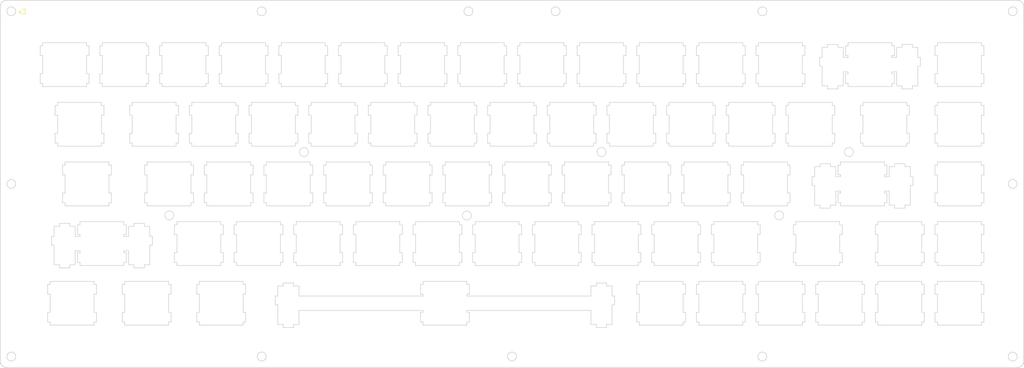
<source format=kicad_pcb>
(kicad_pcb (version 20171130) (host pcbnew "(5.1.6)-1")

  (general
    (thickness 1.6)
    (drawings 1901)
    (tracks 0)
    (zones 0)
    (modules 0)
    (nets 1)
  )

  (page A3)
  (layers
    (0 F.Cu signal)
    (31 B.Cu signal)
    (32 B.Adhes user)
    (33 F.Adhes user)
    (34 B.Paste user)
    (35 F.Paste user)
    (36 B.SilkS user)
    (37 F.SilkS user)
    (38 B.Mask user)
    (39 F.Mask user)
    (40 Dwgs.User user)
    (41 Cmts.User user)
    (42 Eco1.User user)
    (43 Eco2.User user)
    (44 Edge.Cuts user)
    (45 Margin user)
    (46 B.CrtYd user)
    (47 F.CrtYd user)
    (48 B.Fab user)
    (49 F.Fab user)
  )

  (setup
    (last_trace_width 0.25)
    (trace_clearance 0.2)
    (zone_clearance 0.508)
    (zone_45_only no)
    (trace_min 0.2)
    (via_size 0.8)
    (via_drill 0.4)
    (via_min_size 0.4)
    (via_min_drill 0.3)
    (uvia_size 0.3)
    (uvia_drill 0.1)
    (uvias_allowed no)
    (uvia_min_size 0.2)
    (uvia_min_drill 0.1)
    (edge_width 0.05)
    (segment_width 0.2)
    (pcb_text_width 0.3)
    (pcb_text_size 1.5 1.5)
    (mod_edge_width 0.12)
    (mod_text_size 1 1)
    (mod_text_width 0.15)
    (pad_size 1.524 1.524)
    (pad_drill 0.762)
    (pad_to_mask_clearance 0.051)
    (solder_mask_min_width 0.25)
    (aux_axis_origin 0 0)
    (visible_elements 7FFFFFFF)
    (pcbplotparams
      (layerselection 0x010fc_ffffffff)
      (usegerberextensions false)
      (usegerberattributes false)
      (usegerberadvancedattributes false)
      (creategerberjobfile false)
      (excludeedgelayer true)
      (linewidth 0.100000)
      (plotframeref false)
      (viasonmask false)
      (mode 1)
      (useauxorigin false)
      (hpglpennumber 1)
      (hpglpenspeed 20)
      (hpglpendiameter 15.000000)
      (psnegative false)
      (psa4output false)
      (plotreference true)
      (plotvalue true)
      (plotinvisibletext false)
      (padsonsilk false)
      (subtractmaskfromsilk false)
      (outputformat 1)
      (mirror false)
      (drillshape 0)
      (scaleselection 1)
      (outputdirectory ""))
  )

  (net 0 "")

  (net_class Default "This is the default net class."
    (clearance 0.2)
    (trace_width 0.25)
    (via_dia 0.8)
    (via_drill 0.4)
    (uvia_dia 0.3)
    (uvia_drill 0.1)
  )

  (gr_line (start 81.253467 103.282268) (end 81.253467 109.082268) (layer Edge.Cuts) (width 0.2))
  (gr_line (start 76.203467 112.182268) (end 77.003467 112.182268) (layer Edge.Cuts) (width 0.2))
  (gr_line (start 61.403467 103.282268) (end 62.203467 103.282268) (layer Edge.Cuts) (width 0.2))
  (gr_line (start 61.403467 100.182268) (end 61.403467 103.282268) (layer Edge.Cuts) (width 0.2))
  (gr_line (start 76.203467 103.282268) (end 77.003467 103.282268) (layer Edge.Cuts) (width 0.2))
  (gr_line (start 80.453467 100.182268) (end 80.453467 103.282268) (layer Edge.Cuts) (width 0.2))
  (gr_line (start 81.253467 100.182268) (end 80.453467 100.182268) (layer Edge.Cuts) (width 0.2))
  (gr_line (start 62.203467 99.182268) (end 62.203467 100.182268) (layer Edge.Cuts) (width 0.2))
  (gr_line (start 77.003467 112.182268) (end 77.003467 109.082268) (layer Edge.Cuts) (width 0.2))
  (gr_line (start 96.053467 109.082268) (end 95.253467 109.082268) (layer Edge.Cuts) (width 0.2))
  (gr_line (start 62.203467 109.082268) (end 61.403467 109.082268) (layer Edge.Cuts) (width 0.2))
  (gr_line (start 62.203467 100.182268) (end 61.403467 100.182268) (layer Edge.Cuts) (width 0.2))
  (gr_line (start 77.003467 100.182268) (end 76.203467 100.182268) (layer Edge.Cuts) (width 0.2))
  (gr_line (start 95.253467 99.182268) (end 81.253467 99.182268) (layer Edge.Cuts) (width 0.2))
  (gr_line (start 95.253467 109.082268) (end 95.253467 103.282268) (layer Edge.Cuts) (width 0.2))
  (gr_line (start 96.053467 103.282268) (end 96.053467 100.182268) (layer Edge.Cuts) (width 0.2))
  (gr_line (start 95.253467 113.182268) (end 95.253467 112.182268) (layer Edge.Cuts) (width 0.2))
  (gr_line (start 81.253467 109.082268) (end 80.453467 109.082268) (layer Edge.Cuts) (width 0.2))
  (gr_line (start 115.103467 100.182268) (end 114.303467 100.182268) (layer Edge.Cuts) (width 0.2))
  (gr_line (start 115.103467 109.082268) (end 114.303467 109.082268) (layer Edge.Cuts) (width 0.2))
  (gr_line (start 95.253467 112.182268) (end 96.053467 112.182268) (layer Edge.Cuts) (width 0.2))
  (gr_line (start 76.203467 109.082268) (end 76.203467 103.282268) (layer Edge.Cuts) (width 0.2))
  (gr_line (start 95.253467 103.282268) (end 96.053467 103.282268) (layer Edge.Cuts) (width 0.2))
  (gr_line (start 77.003467 109.082268) (end 76.203467 109.082268) (layer Edge.Cuts) (width 0.2))
  (gr_line (start 81.253467 112.182268) (end 81.253467 113.182268) (layer Edge.Cuts) (width 0.2))
  (gr_line (start 76.203467 113.182268) (end 76.203467 112.182268) (layer Edge.Cuts) (width 0.2))
  (gr_line (start 114.303467 99.182268) (end 100.303467 99.182268) (layer Edge.Cuts) (width 0.2))
  (gr_line (start 114.303467 100.182268) (end 114.303467 99.182268) (layer Edge.Cuts) (width 0.2))
  (gr_line (start 96.053467 100.182268) (end 95.253467 100.182268) (layer Edge.Cuts) (width 0.2))
  (gr_line (start 80.453467 103.282268) (end 81.253467 103.282268) (layer Edge.Cuts) (width 0.2))
  (gr_line (start 80.453467 109.082268) (end 80.453467 112.182268) (layer Edge.Cuts) (width 0.2))
  (gr_line (start 100.303467 100.182268) (end 99.503467 100.182268) (layer Edge.Cuts) (width 0.2))
  (gr_line (start 114.303467 103.282268) (end 115.103467 103.282268) (layer Edge.Cuts) (width 0.2))
  (gr_line (start 115.103467 103.282268) (end 115.103467 100.182268) (layer Edge.Cuts) (width 0.2))
  (gr_line (start 62.203467 113.182268) (end 76.203467 113.182268) (layer Edge.Cuts) (width 0.2))
  (gr_line (start 76.203467 99.182268) (end 62.203467 99.182268) (layer Edge.Cuts) (width 0.2))
  (gr_line (start 76.203467 100.182268) (end 76.203467 99.182268) (layer Edge.Cuts) (width 0.2))
  (gr_line (start 62.203467 103.282268) (end 62.203467 109.082268) (layer Edge.Cuts) (width 0.2))
  (gr_line (start 80.453467 112.182268) (end 81.253467 112.182268) (layer Edge.Cuts) (width 0.2))
  (gr_line (start 77.003467 103.282268) (end 77.003467 100.182268) (layer Edge.Cuts) (width 0.2))
  (gr_line (start 96.053467 112.182268) (end 96.053467 109.082268) (layer Edge.Cuts) (width 0.2))
  (gr_line (start 95.253467 100.182268) (end 95.253467 99.182268) (layer Edge.Cuts) (width 0.2))
  (gr_line (start 114.303467 109.082268) (end 114.303467 103.282268) (layer Edge.Cuts) (width 0.2))
  (gr_line (start 100.303467 99.182268) (end 100.303467 100.182268) (layer Edge.Cuts) (width 0.2))
  (gr_line (start 62.203467 112.182268) (end 62.203467 113.182268) (layer Edge.Cuts) (width 0.2))
  (gr_line (start 61.403467 112.182268) (end 62.203467 112.182268) (layer Edge.Cuts) (width 0.2))
  (gr_line (start 81.253467 99.182268) (end 81.253467 100.182268) (layer Edge.Cuts) (width 0.2))
  (gr_line (start 81.253467 113.182268) (end 95.253467 113.182268) (layer Edge.Cuts) (width 0.2))
  (gr_line (start 61.403467 109.082268) (end 61.403467 112.182268) (layer Edge.Cuts) (width 0.2))
  (gr_line (start 99.503467 100.182268) (end 99.503467 103.282268) (layer Edge.Cuts) (width 0.2))
  (gr_line (start 119.353467 112.182268) (end 119.353467 113.182268) (layer Edge.Cuts) (width 0.2))
  (gr_line (start 152.403467 100.182268) (end 152.403467 99.182268) (layer Edge.Cuts) (width 0.2))
  (gr_line (start 100.303467 103.282268) (end 100.303467 109.082268) (layer Edge.Cuts) (width 0.2))
  (gr_line (start 133.353467 99.182268) (end 119.353467 99.182268) (layer Edge.Cuts) (width 0.2))
  (gr_line (start 152.403467 99.182268) (end 138.403467 99.182268) (layer Edge.Cuts) (width 0.2))
  (gr_line (start 137.603467 100.182268) (end 137.603467 103.282268) (layer Edge.Cuts) (width 0.2))
  (gr_line (start 153.202467 100.182268) (end 152.403467 100.182268) (layer Edge.Cuts) (width 0.2))
  (gr_line (start 153.202467 109.082268) (end 152.403467 109.082268) (layer Edge.Cuts) (width 0.2))
  (gr_line (start 172.252467 100.182268) (end 171.452467 100.182268) (layer Edge.Cuts) (width 0.2))
  (gr_line (start 134.153467 109.082268) (end 133.353467 109.082268) (layer Edge.Cuts) (width 0.2))
  (gr_line (start 171.452467 100.182268) (end 171.452467 99.182268) (layer Edge.Cuts) (width 0.2))
  (gr_line (start 119.353467 100.182268) (end 118.553467 100.182268) (layer Edge.Cuts) (width 0.2))
  (gr_line (start 138.403467 99.182268) (end 138.403467 100.182268) (layer Edge.Cuts) (width 0.2))
  (gr_line (start 137.603467 109.082268) (end 137.603467 112.182268) (layer Edge.Cuts) (width 0.2))
  (gr_line (start 152.403467 103.282268) (end 153.202467 103.282268) (layer Edge.Cuts) (width 0.2))
  (gr_line (start 118.553467 112.182268) (end 119.353467 112.182268) (layer Edge.Cuts) (width 0.2))
  (gr_line (start 171.452467 109.082268) (end 171.452467 103.282268) (layer Edge.Cuts) (width 0.2))
  (gr_line (start 115.103467 112.182268) (end 115.103467 109.082268) (layer Edge.Cuts) (width 0.2))
  (gr_line (start 134.153467 100.182268) (end 133.353467 100.182268) (layer Edge.Cuts) (width 0.2))
  (gr_line (start 133.353467 113.182268) (end 133.353467 112.182268) (layer Edge.Cuts) (width 0.2))
  (gr_line (start 133.353467 109.082268) (end 133.353467 103.282268) (layer Edge.Cuts) (width 0.2))
  (gr_line (start 171.452467 103.282268) (end 172.252467 103.282268) (layer Edge.Cuts) (width 0.2))
  (gr_line (start 153.202467 112.182268) (end 153.202467 109.082268) (layer Edge.Cuts) (width 0.2))
  (gr_line (start 157.452467 99.182268) (end 157.452467 100.182268) (layer Edge.Cuts) (width 0.2))
  (gr_line (start 133.353467 100.182268) (end 133.353467 99.182268) (layer Edge.Cuts) (width 0.2))
  (gr_line (start 138.403467 113.182268) (end 152.403467 113.182268) (layer Edge.Cuts) (width 0.2))
  (gr_line (start 118.553467 100.182268) (end 118.553467 103.282268) (layer Edge.Cuts) (width 0.2))
  (gr_line (start 118.553467 103.282268) (end 119.353467 103.282268) (layer Edge.Cuts) (width 0.2))
  (gr_line (start 138.403467 103.282268) (end 138.403467 109.082268) (layer Edge.Cuts) (width 0.2))
  (gr_line (start 152.403467 112.182268) (end 153.202467 112.182268) (layer Edge.Cuts) (width 0.2))
  (gr_line (start 138.403467 112.182268) (end 138.403467 113.182268) (layer Edge.Cuts) (width 0.2))
  (gr_line (start 99.503467 103.282268) (end 100.303467 103.282268) (layer Edge.Cuts) (width 0.2))
  (gr_line (start 114.303467 112.182268) (end 115.103467 112.182268) (layer Edge.Cuts) (width 0.2))
  (gr_line (start 134.153467 103.282268) (end 134.153467 100.182268) (layer Edge.Cuts) (width 0.2))
  (gr_line (start 99.503467 109.082268) (end 99.503467 112.182268) (layer Edge.Cuts) (width 0.2))
  (gr_line (start 137.603467 103.282268) (end 138.403467 103.282268) (layer Edge.Cuts) (width 0.2))
  (gr_line (start 119.353467 109.082268) (end 118.553467 109.082268) (layer Edge.Cuts) (width 0.2))
  (gr_line (start 172.252467 109.082268) (end 171.452467 109.082268) (layer Edge.Cuts) (width 0.2))
  (gr_line (start 152.403467 109.082268) (end 152.403467 103.282268) (layer Edge.Cuts) (width 0.2))
  (gr_line (start 157.452467 113.182268) (end 171.452467 113.182268) (layer Edge.Cuts) (width 0.2))
  (gr_line (start 172.252467 103.282268) (end 172.252467 100.182268) (layer Edge.Cuts) (width 0.2))
  (gr_line (start 153.202467 103.282268) (end 153.202467 100.182268) (layer Edge.Cuts) (width 0.2))
  (gr_line (start 119.353467 113.182268) (end 133.353467 113.182268) (layer Edge.Cuts) (width 0.2))
  (gr_line (start 114.303467 113.182268) (end 114.303467 112.182268) (layer Edge.Cuts) (width 0.2))
  (gr_line (start 100.303467 113.182268) (end 114.303467 113.182268) (layer Edge.Cuts) (width 0.2))
  (gr_line (start 133.353467 103.282268) (end 134.153467 103.282268) (layer Edge.Cuts) (width 0.2))
  (gr_line (start 100.303467 112.182268) (end 100.303467 113.182268) (layer Edge.Cuts) (width 0.2))
  (gr_line (start 99.503467 112.182268) (end 100.303467 112.182268) (layer Edge.Cuts) (width 0.2))
  (gr_line (start 119.353467 99.182268) (end 119.353467 100.182268) (layer Edge.Cuts) (width 0.2))
  (gr_line (start 152.403467 113.182268) (end 152.403467 112.182268) (layer Edge.Cuts) (width 0.2))
  (gr_line (start 134.153467 112.182268) (end 134.153467 109.082268) (layer Edge.Cuts) (width 0.2))
  (gr_line (start 171.452467 112.182268) (end 172.252467 112.182268) (layer Edge.Cuts) (width 0.2))
  (gr_line (start 171.452467 113.182268) (end 171.452467 112.182268) (layer Edge.Cuts) (width 0.2))
  (gr_line (start 133.353467 112.182268) (end 134.153467 112.182268) (layer Edge.Cuts) (width 0.2))
  (gr_line (start 119.353467 103.282268) (end 119.353467 109.082268) (layer Edge.Cuts) (width 0.2))
  (gr_line (start 138.403467 100.182268) (end 137.603467 100.182268) (layer Edge.Cuts) (width 0.2))
  (gr_line (start 137.603467 112.182268) (end 138.403467 112.182268) (layer Edge.Cuts) (width 0.2))
  (gr_line (start 171.452467 99.182268) (end 157.452467 99.182268) (layer Edge.Cuts) (width 0.2))
  (gr_line (start 172.252467 112.182268) (end 172.252467 109.082268) (layer Edge.Cuts) (width 0.2))
  (gr_line (start 138.403467 109.082268) (end 137.603467 109.082268) (layer Edge.Cuts) (width 0.2))
  (gr_line (start 157.452467 100.182268) (end 156.653467 100.182268) (layer Edge.Cuts) (width 0.2))
  (gr_line (start 118.553467 109.082268) (end 118.553467 112.182268) (layer Edge.Cuts) (width 0.2))
  (gr_line (start 100.303467 109.082268) (end 99.503467 109.082268) (layer Edge.Cuts) (width 0.2))
  (gr_line (start 214.603467 100.182268) (end 213.803467 100.182268) (layer Edge.Cuts) (width 0.2))
  (gr_line (start 229.403467 103.282268) (end 229.403467 100.182268) (layer Edge.Cuts) (width 0.2))
  (gr_line (start 213.803467 109.082268) (end 213.803467 112.182268) (layer Edge.Cuts) (width 0.2))
  (gr_line (start 228.603467 100.182268) (end 228.603467 99.182268) (layer Edge.Cuts) (width 0.2))
  (gr_line (start 209.553467 112.182268) (end 210.353467 112.182268) (layer Edge.Cuts) (width 0.2))
  (gr_line (start 156.653467 103.282268) (end 157.452467 103.282268) (layer Edge.Cuts) (width 0.2))
  (gr_line (start 195.553467 112.182268) (end 195.553467 113.182268) (layer Edge.Cuts) (width 0.2))
  (gr_line (start 156.653467 100.182268) (end 156.653467 103.282268) (layer Edge.Cuts) (width 0.2))
  (gr_line (start 209.553467 109.082268) (end 209.553467 103.282268) (layer Edge.Cuts) (width 0.2))
  (gr_line (start 175.702467 109.082268) (end 175.702467 112.182268) (layer Edge.Cuts) (width 0.2))
  (gr_line (start 190.503467 99.182268) (end 176.502467 99.182268) (layer Edge.Cuts) (width 0.2))
  (gr_line (start 190.503467 100.182268) (end 190.503467 99.182268) (layer Edge.Cuts) (width 0.2))
  (gr_line (start 191.303467 100.182268) (end 190.503467 100.182268) (layer Edge.Cuts) (width 0.2))
  (gr_line (start 190.503467 103.282268) (end 191.303467 103.282268) (layer Edge.Cuts) (width 0.2))
  (gr_line (start 191.303467 112.182268) (end 191.303467 109.082268) (layer Edge.Cuts) (width 0.2))
  (gr_line (start 190.503467 112.182268) (end 191.303467 112.182268) (layer Edge.Cuts) (width 0.2))
  (gr_line (start 195.553467 100.182268) (end 194.753467 100.182268) (layer Edge.Cuts) (width 0.2))
  (gr_line (start 228.603467 103.282268) (end 229.403467 103.282268) (layer Edge.Cuts) (width 0.2))
  (gr_line (start 229.403467 112.182268) (end 229.403467 109.082268) (layer Edge.Cuts) (width 0.2))
  (gr_line (start 195.553467 99.182268) (end 195.553467 100.182268) (layer Edge.Cuts) (width 0.2))
  (gr_line (start 229.403467 109.082268) (end 228.603467 109.082268) (layer Edge.Cuts) (width 0.2))
  (gr_line (start 195.553467 113.182268) (end 209.553467 113.182268) (layer Edge.Cuts) (width 0.2))
  (gr_line (start 194.753467 100.182268) (end 194.753467 103.282268) (layer Edge.Cuts) (width 0.2))
  (gr_line (start 210.353467 112.182268) (end 210.353467 109.082268) (layer Edge.Cuts) (width 0.2))
  (gr_line (start 194.753467 112.182268) (end 195.553467 112.182268) (layer Edge.Cuts) (width 0.2))
  (gr_line (start 214.603467 99.182268) (end 214.603467 100.182268) (layer Edge.Cuts) (width 0.2))
  (gr_line (start 157.452467 112.182268) (end 157.452467 113.182268) (layer Edge.Cuts) (width 0.2))
  (gr_line (start 156.653467 112.182268) (end 157.452467 112.182268) (layer Edge.Cuts) (width 0.2))
  (gr_line (start 176.502467 100.182268) (end 175.702467 100.182268) (layer Edge.Cuts) (width 0.2))
  (gr_line (start 191.303467 103.282268) (end 191.303467 100.182268) (layer Edge.Cuts) (width 0.2))
  (gr_line (start 228.603467 113.182268) (end 228.603467 112.182268) (layer Edge.Cuts) (width 0.2))
  (gr_line (start 190.503467 109.082268) (end 190.503467 103.282268) (layer Edge.Cuts) (width 0.2))
  (gr_line (start 191.303467 109.082268) (end 190.503467 109.082268) (layer Edge.Cuts) (width 0.2))
  (gr_line (start 176.502467 109.082268) (end 175.702467 109.082268) (layer Edge.Cuts) (width 0.2))
  (gr_line (start 209.553467 103.282268) (end 210.353467 103.282268) (layer Edge.Cuts) (width 0.2))
  (gr_line (start 176.502467 112.182268) (end 176.502467 113.182268) (layer Edge.Cuts) (width 0.2))
  (gr_line (start 175.702467 112.182268) (end 176.502467 112.182268) (layer Edge.Cuts) (width 0.2))
  (gr_line (start 194.753467 103.282268) (end 195.553467 103.282268) (layer Edge.Cuts) (width 0.2))
  (gr_line (start 213.803467 112.182268) (end 214.603467 112.182268) (layer Edge.Cuts) (width 0.2))
  (gr_line (start 209.553467 99.182268) (end 195.553467 99.182268) (layer Edge.Cuts) (width 0.2))
  (gr_line (start 194.753467 109.082268) (end 194.753467 112.182268) (layer Edge.Cuts) (width 0.2))
  (gr_line (start 228.603467 112.182268) (end 229.403467 112.182268) (layer Edge.Cuts) (width 0.2))
  (gr_line (start 195.553467 103.282268) (end 195.553467 109.082268) (layer Edge.Cuts) (width 0.2))
  (gr_line (start 228.603467 109.082268) (end 228.603467 103.282268) (layer Edge.Cuts) (width 0.2))
  (gr_line (start 228.603467 99.182268) (end 214.603467 99.182268) (layer Edge.Cuts) (width 0.2))
  (gr_line (start 214.603467 112.182268) (end 214.603467 113.182268) (layer Edge.Cuts) (width 0.2))
  (gr_line (start 209.553467 100.182268) (end 209.553467 99.182268) (layer Edge.Cuts) (width 0.2))
  (gr_line (start 195.553467 109.082268) (end 194.753467 109.082268) (layer Edge.Cuts) (width 0.2))
  (gr_line (start 229.403467 100.182268) (end 228.603467 100.182268) (layer Edge.Cuts) (width 0.2))
  (gr_line (start 214.603467 113.182268) (end 228.603467 113.182268) (layer Edge.Cuts) (width 0.2))
  (gr_line (start 176.502467 113.182268) (end 190.503467 113.182268) (layer Edge.Cuts) (width 0.2))
  (gr_line (start 210.353467 100.182268) (end 209.553467 100.182268) (layer Edge.Cuts) (width 0.2))
  (gr_line (start 209.553467 113.182268) (end 209.553467 112.182268) (layer Edge.Cuts) (width 0.2))
  (gr_line (start 214.603467 109.082268) (end 213.803467 109.082268) (layer Edge.Cuts) (width 0.2))
  (gr_line (start 156.653467 109.082268) (end 156.653467 112.182268) (layer Edge.Cuts) (width 0.2))
  (gr_line (start 157.452467 109.082268) (end 156.653467 109.082268) (layer Edge.Cuts) (width 0.2))
  (gr_line (start 176.502467 99.182268) (end 176.502467 100.182268) (layer Edge.Cuts) (width 0.2))
  (gr_line (start 176.502467 103.282268) (end 176.502467 109.082268) (layer Edge.Cuts) (width 0.2))
  (gr_line (start 210.353467 103.282268) (end 210.353467 100.182268) (layer Edge.Cuts) (width 0.2))
  (gr_line (start 175.702467 100.182268) (end 175.702467 103.282268) (layer Edge.Cuts) (width 0.2))
  (gr_line (start 157.452467 103.282268) (end 157.452467 109.082268) (layer Edge.Cuts) (width 0.2))
  (gr_line (start 190.503467 113.182268) (end 190.503467 112.182268) (layer Edge.Cuts) (width 0.2))
  (gr_line (start 175.702467 103.282268) (end 176.502467 103.282268) (layer Edge.Cuts) (width 0.2))
  (gr_line (start 210.353467 109.082268) (end 209.553467 109.082268) (layer Edge.Cuts) (width 0.2))
  (gr_line (start 286.553467 100.182268) (end 285.753467 100.182268) (layer Edge.Cuts) (width 0.2))
  (gr_line (start 271.753467 109.082268) (end 270.953467 109.082268) (layer Edge.Cuts) (width 0.2))
  (gr_line (start 270.953467 103.282268) (end 271.753467 103.282268) (layer Edge.Cuts) (width 0.2))
  (gr_line (start 252.703467 113.182268) (end 266.703467 113.182268) (layer Edge.Cuts) (width 0.2))
  (gr_line (start 232.853467 100.182268) (end 232.853467 103.282268) (layer Edge.Cuts) (width 0.2))
  (gr_line (start 233.653467 109.082268) (end 232.853467 109.082268) (layer Edge.Cuts) (width 0.2))
  (gr_line (start 266.703467 99.182268) (end 252.703467 99.182268) (layer Edge.Cuts) (width 0.2))
  (gr_line (start 270.953467 109.082268) (end 270.953467 112.182268) (layer Edge.Cuts) (width 0.2))
  (gr_line (start 271.753467 113.182268) (end 285.753467 113.182268) (layer Edge.Cuts) (width 0.2))
  (gr_line (start 214.603467 103.282268) (end 214.603467 109.082268) (layer Edge.Cuts) (width 0.2))
  (gr_line (start 247.653467 113.182268) (end 247.653467 112.182268) (layer Edge.Cuts) (width 0.2))
  (gr_line (start 290.803467 100.182268) (end 290.003467 100.182268) (layer Edge.Cuts) (width 0.2))
  (gr_line (start 213.803467 103.282268) (end 214.603467 103.282268) (layer Edge.Cuts) (width 0.2))
  (gr_line (start 247.653467 99.182268) (end 233.653467 99.182268) (layer Edge.Cuts) (width 0.2))
  (gr_line (start 248.453467 100.182268) (end 247.653467 100.182268) (layer Edge.Cuts) (width 0.2))
  (gr_line (start 285.753467 113.182268) (end 285.753467 112.182268) (layer Edge.Cuts) (width 0.2))
  (gr_line (start 232.853467 103.282268) (end 233.653467 103.282268) (layer Edge.Cuts) (width 0.2))
  (gr_line (start 251.903467 109.082268) (end 251.903467 112.182268) (layer Edge.Cuts) (width 0.2))
  (gr_line (start 251.903467 103.282268) (end 252.703467 103.282268) (layer Edge.Cuts) (width 0.2))
  (gr_line (start 285.753467 109.082268) (end 285.753467 103.282268) (layer Edge.Cuts) (width 0.2))
  (gr_line (start 252.703467 103.282268) (end 252.703467 109.082268) (layer Edge.Cuts) (width 0.2))
  (gr_line (start 252.703467 99.182268) (end 252.703467 100.182268) (layer Edge.Cuts) (width 0.2))
  (gr_line (start 267.503467 109.082268) (end 266.703467 109.082268) (layer Edge.Cuts) (width 0.2))
  (gr_line (start 271.753467 112.182268) (end 271.753467 113.182268) (layer Edge.Cuts) (width 0.2))
  (gr_line (start 266.703467 100.182268) (end 266.703467 99.182268) (layer Edge.Cuts) (width 0.2))
  (gr_line (start 266.703467 112.182268) (end 267.503467 112.182268) (layer Edge.Cuts) (width 0.2))
  (gr_line (start 213.803467 100.182268) (end 213.803467 103.282268) (layer Edge.Cuts) (width 0.2))
  (gr_line (start 233.653467 100.182268) (end 232.853467 100.182268) (layer Edge.Cuts) (width 0.2))
  (gr_line (start 233.653467 99.182268) (end 233.653467 100.182268) (layer Edge.Cuts) (width 0.2))
  (gr_line (start 248.453467 103.282268) (end 248.453467 100.182268) (layer Edge.Cuts) (width 0.2))
  (gr_line (start 271.753467 100.182268) (end 270.953467 100.182268) (layer Edge.Cuts) (width 0.2))
  (gr_line (start 248.453467 109.082268) (end 247.653467 109.082268) (layer Edge.Cuts) (width 0.2))
  (gr_line (start 285.753467 112.182268) (end 286.553467 112.182268) (layer Edge.Cuts) (width 0.2))
  (gr_line (start 232.853467 109.082268) (end 232.853467 112.182268) (layer Edge.Cuts) (width 0.2))
  (gr_line (start 270.953467 112.182268) (end 271.753467 112.182268) (layer Edge.Cuts) (width 0.2))
  (gr_line (start 233.653467 113.182268) (end 247.653467 113.182268) (layer Edge.Cuts) (width 0.2))
  (gr_line (start 267.503467 100.182268) (end 266.703467 100.182268) (layer Edge.Cuts) (width 0.2))
  (gr_line (start 266.703467 109.082268) (end 266.703467 103.282268) (layer Edge.Cuts) (width 0.2))
  (gr_line (start 285.753467 100.182268) (end 285.753467 99.182268) (layer Edge.Cuts) (width 0.2))
  (gr_line (start 267.503467 103.282268) (end 267.503467 100.182268) (layer Edge.Cuts) (width 0.2))
  (gr_line (start 266.703467 103.282268) (end 267.503467 103.282268) (layer Edge.Cuts) (width 0.2))
  (gr_line (start 251.903467 100.182268) (end 251.903467 103.282268) (layer Edge.Cuts) (width 0.2))
  (gr_line (start 266.703467 113.182268) (end 266.703467 112.182268) (layer Edge.Cuts) (width 0.2))
  (gr_line (start 252.703467 109.082268) (end 251.903467 109.082268) (layer Edge.Cuts) (width 0.2))
  (gr_line (start 286.553467 112.182268) (end 286.553467 109.082268) (layer Edge.Cuts) (width 0.2))
  (gr_line (start 285.753467 99.182268) (end 271.753467 99.182268) (layer Edge.Cuts) (width 0.2))
  (gr_line (start 271.753467 103.282268) (end 271.753467 109.082268) (layer Edge.Cuts) (width 0.2))
  (gr_line (start 252.703467 112.182268) (end 252.703467 113.182268) (layer Edge.Cuts) (width 0.2))
  (gr_line (start 285.753467 103.282268) (end 286.553467 103.282268) (layer Edge.Cuts) (width 0.2))
  (gr_line (start 271.753467 99.182268) (end 271.753467 100.182268) (layer Edge.Cuts) (width 0.2))
  (gr_line (start 247.653467 100.182268) (end 247.653467 99.182268) (layer Edge.Cuts) (width 0.2))
  (gr_line (start 233.653467 112.182268) (end 233.653467 113.182268) (layer Edge.Cuts) (width 0.2))
  (gr_line (start 252.703467 100.182268) (end 251.903467 100.182268) (layer Edge.Cuts) (width 0.2))
  (gr_line (start 286.553467 103.282268) (end 286.553467 100.182268) (layer Edge.Cuts) (width 0.2))
  (gr_line (start 247.653467 103.282268) (end 248.453467 103.282268) (layer Edge.Cuts) (width 0.2))
  (gr_line (start 247.653467 109.082268) (end 247.653467 103.282268) (layer Edge.Cuts) (width 0.2))
  (gr_line (start 248.453467 112.182268) (end 248.453467 109.082268) (layer Edge.Cuts) (width 0.2))
  (gr_line (start 247.653467 112.182268) (end 248.453467 112.182268) (layer Edge.Cuts) (width 0.2))
  (gr_line (start 232.853467 112.182268) (end 233.653467 112.182268) (layer Edge.Cuts) (width 0.2))
  (gr_line (start 233.653467 103.282268) (end 233.653467 109.082268) (layer Edge.Cuts) (width 0.2))
  (gr_line (start 267.503467 112.182268) (end 267.503467 109.082268) (layer Edge.Cuts) (width 0.2))
  (gr_line (start 286.553467 109.082268) (end 285.753467 109.082268) (layer Edge.Cuts) (width 0.2))
  (gr_line (start 270.953467 100.182268) (end 270.953467 103.282268) (layer Edge.Cuts) (width 0.2))
  (gr_line (start 251.903467 112.182268) (end 252.703467 112.182268) (layer Edge.Cuts) (width 0.2))
  (gr_line (start 305.603467 109.082268) (end 304.803467 109.082268) (layer Edge.Cuts) (width 0.2))
  (gr_line (start 304.803467 112.182268) (end 305.603467 112.182268) (layer Edge.Cuts) (width 0.2))
  (gr_line (start 347.953467 100.182268) (end 347.153467 100.182268) (layer Edge.Cuts) (width 0.2))
  (gr_line (start 304.803467 113.182268) (end 304.803467 112.182268) (layer Edge.Cuts) (width 0.2))
  (gr_line (start 290.003467 103.282268) (end 290.803467 103.282268) (layer Edge.Cuts) (width 0.2))
  (gr_line (start 290.003467 100.182268) (end 290.003467 103.282268) (layer Edge.Cuts) (width 0.2))
  (gr_line (start 347.953467 109.082268) (end 347.153467 109.082268) (layer Edge.Cuts) (width 0.2))
  (gr_line (start 347.953467 99.182268) (end 347.953467 100.182268) (layer Edge.Cuts) (width 0.2))
  (gr_line (start 362.753467 103.282268) (end 362.753467 100.182268) (layer Edge.Cuts) (width 0.2))
  (gr_line (start 319.378467 99.182268) (end 319.378467 100.182268) (layer Edge.Cuts) (width 0.2))
  (gr_line (start 341.653467 100.652268) (end 339.928467 100.652268) (layer Edge.Cuts) (width 0.2))
  (gr_line (start 319.378467 100.182268) (end 318.578467 100.182268) (layer Edge.Cuts) (width 0.2))
  (gr_line (start 342.478467 103.882268) (end 341.653467 103.882268) (layer Edge.Cuts) (width 0.2))
  (gr_line (start 339.928467 112.952268) (end 341.653467 112.952268) (layer Edge.Cuts) (width 0.2))
  (gr_line (start 347.953467 113.182268) (end 361.953467 113.182268) (layer Edge.Cuts) (width 0.2))
  (gr_line (start 361.953467 100.182268) (end 361.953467 99.182268) (layer Edge.Cuts) (width 0.2))
  (gr_line (start 361.953467 103.282268) (end 362.753467 103.282268) (layer Edge.Cuts) (width 0.2))
  (gr_line (start 334.178467 100.182268) (end 333.378467 100.182268) (layer Edge.Cuts) (width 0.2))
  (gr_line (start 336.628467 112.952268) (end 336.628467 113.932268) (layer Edge.Cuts) (width 0.2))
  (gr_line (start 339.928467 99.731268) (end 336.628467 99.731268) (layer Edge.Cuts) (width 0.2))
  (gr_line (start 341.653467 112.952268) (end 341.653467 106.682268) (layer Edge.Cuts) (width 0.2))
  (gr_line (start 347.153467 103.282268) (end 347.953467 103.282268) (layer Edge.Cuts) (width 0.2))
  (gr_line (start 333.378467 100.182268) (end 333.378467 99.182268) (layer Edge.Cuts) (width 0.2))
  (gr_line (start 341.653467 103.882268) (end 341.653467 100.652268) (layer Edge.Cuts) (width 0.2))
  (gr_line (start 339.928467 113.932268) (end 339.928467 112.952268) (layer Edge.Cuts) (width 0.2))
  (gr_line (start 290.003467 109.082268) (end 290.003467 112.182268) (layer Edge.Cuts) (width 0.2))
  (gr_line (start 362.753467 112.182268) (end 362.753467 109.082268) (layer Edge.Cuts) (width 0.2))
  (gr_line (start 290.803467 109.082268) (end 290.003467 109.082268) (layer Edge.Cuts) (width 0.2))
  (gr_line (start 361.953467 109.082268) (end 361.953467 103.282268) (layer Edge.Cuts) (width 0.2))
  (gr_line (start 347.153467 112.182268) (end 347.953467 112.182268) (layer Edge.Cuts) (width 0.2))
  (gr_line (start 336.628467 99.731268) (end 336.628467 100.652268) (layer Edge.Cuts) (width 0.2))
  (gr_line (start 361.953467 112.182268) (end 362.753467 112.182268) (layer Edge.Cuts) (width 0.2))
  (gr_line (start 342.478467 106.682268) (end 342.478467 103.882268) (layer Edge.Cuts) (width 0.2))
  (gr_line (start 290.803467 99.182268) (end 290.803467 100.182268) (layer Edge.Cuts) (width 0.2))
  (gr_line (start 304.803467 99.182268) (end 290.803467 99.182268) (layer Edge.Cuts) (width 0.2))
  (gr_line (start 290.803467 112.182268) (end 290.803467 113.182268) (layer Edge.Cuts) (width 0.2))
  (gr_line (start 347.153467 109.082268) (end 347.153467 112.182268) (layer Edge.Cuts) (width 0.2))
  (gr_line (start 361.953467 99.182268) (end 347.953467 99.182268) (layer Edge.Cuts) (width 0.2))
  (gr_line (start 334.178467 103.282268) (end 334.178467 100.182268) (layer Edge.Cuts) (width 0.2))
  (gr_line (start 362.753467 100.182268) (end 361.953467 100.182268) (layer Edge.Cuts) (width 0.2))
  (gr_line (start 334.903467 100.652268) (end 334.903467 103.882268) (layer Edge.Cuts) (width 0.2))
  (gr_line (start 333.378467 99.182268) (end 319.378467 99.182268) (layer Edge.Cuts) (width 0.2))
  (gr_line (start 334.903467 112.952268) (end 336.628467 112.952268) (layer Edge.Cuts) (width 0.2))
  (gr_line (start 305.603467 112.182268) (end 305.603467 109.082268) (layer Edge.Cuts) (width 0.2))
  (gr_line (start 304.803467 100.182268) (end 304.803467 99.182268) (layer Edge.Cuts) (width 0.2))
  (gr_line (start 305.603467 100.182268) (end 304.803467 100.182268) (layer Edge.Cuts) (width 0.2))
  (gr_line (start 304.803467 103.282268) (end 305.603467 103.282268) (layer Edge.Cuts) (width 0.2))
  (gr_line (start 336.628467 113.932268) (end 339.928467 113.932268) (layer Edge.Cuts) (width 0.2))
  (gr_line (start 304.803467 109.082268) (end 304.803467 103.282268) (layer Edge.Cuts) (width 0.2))
  (gr_line (start 290.003467 112.182268) (end 290.803467 112.182268) (layer Edge.Cuts) (width 0.2))
  (gr_line (start 362.753467 109.082268) (end 361.953467 109.082268) (layer Edge.Cuts) (width 0.2))
  (gr_line (start 333.378467 103.882268) (end 333.378467 103.282268) (layer Edge.Cuts) (width 0.2))
  (gr_line (start 334.903467 103.882268) (end 333.378467 103.882268) (layer Edge.Cuts) (width 0.2))
  (gr_line (start 336.628467 100.652268) (end 334.903467 100.652268) (layer Edge.Cuts) (width 0.2))
  (gr_line (start 290.803467 103.282268) (end 290.803467 109.082268) (layer Edge.Cuts) (width 0.2))
  (gr_line (start 361.953467 113.182268) (end 361.953467 112.182268) (layer Edge.Cuts) (width 0.2))
  (gr_line (start 347.953467 112.182268) (end 347.953467 113.182268) (layer Edge.Cuts) (width 0.2))
  (gr_line (start 347.153467 100.182268) (end 347.153467 103.282268) (layer Edge.Cuts) (width 0.2))
  (gr_line (start 341.653467 106.682268) (end 342.478467 106.682268) (layer Edge.Cuts) (width 0.2))
  (gr_line (start 333.378467 103.282268) (end 334.178467 103.282268) (layer Edge.Cuts) (width 0.2))
  (gr_line (start 347.953467 103.282268) (end 347.953467 109.082268) (layer Edge.Cuts) (width 0.2))
  (gr_line (start 339.928467 100.652268) (end 339.928467 99.731268) (layer Edge.Cuts) (width 0.2))
  (gr_line (start 290.803467 113.182268) (end 304.803467 113.182268) (layer Edge.Cuts) (width 0.2))
  (gr_line (start 305.603467 103.282268) (end 305.603467 100.182268) (layer Edge.Cuts) (width 0.2))
  (gr_line (start 81.765467 119.232268) (end 80.965467 119.232268) (layer Edge.Cuts) (width 0.2))
  (gr_line (start 66.165467 131.232268) (end 66.965467 131.232268) (layer Edge.Cuts) (width 0.2))
  (gr_line (start 80.965467 128.132268) (end 80.965467 122.332268) (layer Edge.Cuts) (width 0.2))
  (gr_line (start 66.965467 132.232268) (end 80.965467 132.232268) (layer Edge.Cuts) (width 0.2))
  (gr_line (start 319.378467 113.182268) (end 333.378467 113.182268) (layer Edge.Cuts) (width 0.2))
  (gr_line (start 318.578467 112.182268) (end 319.378467 112.182268) (layer Edge.Cuts) (width 0.2))
  (gr_line (start 317.853467 108.482268) (end 319.378467 108.482268) (layer Edge.Cuts) (width 0.2))
  (gr_line (start 317.853467 100.652268) (end 316.128467 100.652268) (layer Edge.Cuts) (width 0.2))
  (gr_line (start 312.827467 112.952268) (end 312.827467 113.932268) (layer Edge.Cuts) (width 0.2))
  (gr_line (start 80.965467 122.332268) (end 81.765467 122.332268) (layer Edge.Cuts) (width 0.2))
  (gr_line (start 319.378467 112.182268) (end 319.378467 113.182268) (layer Edge.Cuts) (width 0.2))
  (gr_line (start 319.378467 109.082268) (end 318.578467 109.082268) (layer Edge.Cuts) (width 0.2))
  (gr_line (start 66.165467 128.132268) (end 66.165467 131.232268) (layer Edge.Cuts) (width 0.2))
  (gr_line (start 80.965467 132.232268) (end 80.965467 131.232268) (layer Edge.Cuts) (width 0.2))
  (gr_line (start 318.578467 100.182268) (end 318.578467 103.282268) (layer Edge.Cuts) (width 0.2))
  (gr_line (start 316.128467 112.952268) (end 317.853467 112.952268) (layer Edge.Cuts) (width 0.2))
  (gr_line (start 312.827467 113.932268) (end 316.128467 113.932268) (layer Edge.Cuts) (width 0.2))
  (gr_line (start 310.278466 106.682268) (end 311.103467 106.682268) (layer Edge.Cuts) (width 0.2))
  (gr_line (start 316.128467 113.932268) (end 316.128467 112.952268) (layer Edge.Cuts) (width 0.2))
  (gr_line (start 311.103467 106.682268) (end 311.103467 112.952268) (layer Edge.Cuts) (width 0.2))
  (gr_line (start 312.827467 99.731268) (end 312.827467 100.652268) (layer Edge.Cuts) (width 0.2))
  (gr_line (start 311.103467 103.882268) (end 310.278466 103.882268) (layer Edge.Cuts) (width 0.2))
  (gr_line (start 80.965467 119.232268) (end 80.965467 118.232268) (layer Edge.Cuts) (width 0.2))
  (gr_line (start 66.965467 119.232268) (end 66.165467 119.232268) (layer Edge.Cuts) (width 0.2))
  (gr_line (start 312.827467 100.652268) (end 311.103467 100.652268) (layer Edge.Cuts) (width 0.2))
  (gr_line (start 66.965467 131.232268) (end 66.965467 132.232268) (layer Edge.Cuts) (width 0.2))
  (gr_line (start 316.128467 100.652268) (end 316.128467 99.731268) (layer Edge.Cuts) (width 0.2))
  (gr_line (start 81.765467 122.332268) (end 81.765467 119.232268) (layer Edge.Cuts) (width 0.2))
  (gr_line (start 319.378467 103.282268) (end 319.378467 103.882268) (layer Edge.Cuts) (width 0.2))
  (gr_line (start 66.965467 118.232268) (end 66.965467 119.232268) (layer Edge.Cuts) (width 0.2))
  (gr_line (start 317.853467 103.882268) (end 317.853467 100.652268) (layer Edge.Cuts) (width 0.2))
  (gr_line (start 318.578467 103.282268) (end 319.378467 103.282268) (layer Edge.Cuts) (width 0.2))
  (gr_line (start 80.965467 131.232268) (end 81.765467 131.232268) (layer Edge.Cuts) (width 0.2))
  (gr_line (start 334.903467 108.482268) (end 334.903467 112.952268) (layer Edge.Cuts) (width 0.2))
  (gr_line (start 333.378467 108.482268) (end 334.903467 108.482268) (layer Edge.Cuts) (width 0.2))
  (gr_line (start 333.378467 109.082268) (end 333.378467 108.482268) (layer Edge.Cuts) (width 0.2))
  (gr_line (start 334.178467 109.082268) (end 333.378467 109.082268) (layer Edge.Cuts) (width 0.2))
  (gr_line (start 334.178467 112.182268) (end 334.178467 109.082268) (layer Edge.Cuts) (width 0.2))
  (gr_line (start 81.765467 128.132268) (end 80.965467 128.132268) (layer Edge.Cuts) (width 0.2))
  (gr_line (start 81.765467 131.232268) (end 81.765467 128.132268) (layer Edge.Cuts) (width 0.2))
  (gr_line (start 333.378467 112.182268) (end 334.178467 112.182268) (layer Edge.Cuts) (width 0.2))
  (gr_line (start 311.103467 100.652268) (end 311.103467 103.882268) (layer Edge.Cuts) (width 0.2))
  (gr_line (start 311.103467 112.952268) (end 312.827467 112.952268) (layer Edge.Cuts) (width 0.2))
  (gr_line (start 333.378467 113.182268) (end 333.378467 112.182268) (layer Edge.Cuts) (width 0.2))
  (gr_line (start 318.578467 109.082268) (end 318.578467 112.182268) (layer Edge.Cuts) (width 0.2))
  (gr_line (start 80.965467 118.232268) (end 66.965467 118.232268) (layer Edge.Cuts) (width 0.2))
  (gr_line (start 319.378467 108.482268) (end 319.378467 109.082268) (layer Edge.Cuts) (width 0.2))
  (gr_line (start 319.378467 103.882268) (end 317.853467 103.882268) (layer Edge.Cuts) (width 0.2))
  (gr_line (start 317.853467 112.952268) (end 317.853467 108.482268) (layer Edge.Cuts) (width 0.2))
  (gr_line (start 310.278466 103.882268) (end 310.278466 106.682268) (layer Edge.Cuts) (width 0.2))
  (gr_line (start 316.128467 99.731268) (end 312.827467 99.731268) (layer Edge.Cuts) (width 0.2))
  (gr_line (start 109.028467 119.232268) (end 109.028467 122.332268) (layer Edge.Cuts) (width 0.2))
  (gr_line (start 128.078467 128.132268) (end 128.078467 131.232268) (layer Edge.Cuts) (width 0.2))
  (gr_line (start 66.965467 128.132268) (end 66.165467 128.132268) (layer Edge.Cuts) (width 0.2))
  (gr_line (start 105.578467 119.232268) (end 104.778467 119.232268) (layer Edge.Cuts) (width 0.2))
  (gr_line (start 109.828467 118.232268) (end 109.828467 119.232268) (layer Edge.Cuts) (width 0.2))
  (gr_line (start 124.628467 131.232268) (end 124.628467 128.132268) (layer Edge.Cuts) (width 0.2))
  (gr_line (start 66.965467 122.332268) (end 66.965467 128.132268) (layer Edge.Cuts) (width 0.2))
  (gr_line (start 90.778467 119.232268) (end 89.978467 119.232268) (layer Edge.Cuts) (width 0.2))
  (gr_line (start 89.978467 128.132268) (end 89.978467 131.232268) (layer Edge.Cuts) (width 0.2))
  (gr_line (start 66.165467 122.332268) (end 66.965467 122.332268) (layer Edge.Cuts) (width 0.2))
  (gr_line (start 66.165467 119.232268) (end 66.165467 122.332268) (layer Edge.Cuts) (width 0.2))
  (gr_line (start 128.878467 131.232268) (end 128.878467 132.232268) (layer Edge.Cuts) (width 0.2))
  (gr_line (start 90.778467 118.232268) (end 90.778467 119.232268) (layer Edge.Cuts) (width 0.2))
  (gr_line (start 105.578467 122.332268) (end 105.578467 119.232268) (layer Edge.Cuts) (width 0.2))
  (gr_line (start 123.828467 119.232268) (end 123.828467 118.232268) (layer Edge.Cuts) (width 0.2))
  (gr_line (start 143.678467 128.132268) (end 142.878467 128.132268) (layer Edge.Cuts) (width 0.2))
  (gr_line (start 142.878467 128.132268) (end 142.878467 122.332268) (layer Edge.Cuts) (width 0.2))
  (gr_line (start 90.778467 131.232268) (end 90.778467 132.232268) (layer Edge.Cuts) (width 0.2))
  (gr_line (start 89.978467 131.232268) (end 90.778467 131.232268) (layer Edge.Cuts) (width 0.2))
  (gr_line (start 109.828467 122.332268) (end 109.828467 128.132268) (layer Edge.Cuts) (width 0.2))
  (gr_line (start 90.778467 128.132268) (end 89.978467 128.132268) (layer Edge.Cuts) (width 0.2))
  (gr_line (start 123.828467 118.232268) (end 109.828467 118.232268) (layer Edge.Cuts) (width 0.2))
  (gr_line (start 128.878467 119.232268) (end 128.078467 119.232268) (layer Edge.Cuts) (width 0.2))
  (gr_line (start 109.028467 128.132268) (end 109.028467 131.232268) (layer Edge.Cuts) (width 0.2))
  (gr_line (start 109.828467 128.132268) (end 109.028467 128.132268) (layer Edge.Cuts) (width 0.2))
  (gr_line (start 142.878467 122.332268) (end 143.678467 122.332268) (layer Edge.Cuts) (width 0.2))
  (gr_line (start 123.828467 128.132268) (end 123.828467 122.332268) (layer Edge.Cuts) (width 0.2))
  (gr_line (start 109.828467 131.232268) (end 109.828467 132.232268) (layer Edge.Cuts) (width 0.2))
  (gr_line (start 142.878467 118.232268) (end 128.878467 118.232268) (layer Edge.Cuts) (width 0.2))
  (gr_line (start 104.778467 118.232268) (end 90.778467 118.232268) (layer Edge.Cuts) (width 0.2))
  (gr_line (start 105.578467 128.132268) (end 104.778467 128.132268) (layer Edge.Cuts) (width 0.2))
  (gr_line (start 128.878467 128.132268) (end 128.078467 128.132268) (layer Edge.Cuts) (width 0.2))
  (gr_line (start 128.878467 132.232268) (end 142.878467 132.232268) (layer Edge.Cuts) (width 0.2))
  (gr_line (start 104.778467 119.232268) (end 104.778467 118.232268) (layer Edge.Cuts) (width 0.2))
  (gr_line (start 109.828467 119.232268) (end 109.028467 119.232268) (layer Edge.Cuts) (width 0.2))
  (gr_line (start 123.828467 132.232268) (end 123.828467 131.232268) (layer Edge.Cuts) (width 0.2))
  (gr_line (start 109.028467 131.232268) (end 109.828467 131.232268) (layer Edge.Cuts) (width 0.2))
  (gr_line (start 128.878467 118.232268) (end 128.878467 119.232268) (layer Edge.Cuts) (width 0.2))
  (gr_line (start 128.078467 122.332268) (end 128.878467 122.332268) (layer Edge.Cuts) (width 0.2))
  (gr_line (start 128.078467 119.232268) (end 128.078467 122.332268) (layer Edge.Cuts) (width 0.2))
  (gr_line (start 104.778467 122.332268) (end 105.578467 122.332268) (layer Edge.Cuts) (width 0.2))
  (gr_line (start 104.778467 128.132268) (end 104.778467 122.332268) (layer Edge.Cuts) (width 0.2))
  (gr_line (start 104.778467 131.232268) (end 105.578467 131.232268) (layer Edge.Cuts) (width 0.2))
  (gr_line (start 104.778467 132.232268) (end 104.778467 131.232268) (layer Edge.Cuts) (width 0.2))
  (gr_line (start 89.978467 122.332268) (end 90.778467 122.332268) (layer Edge.Cuts) (width 0.2))
  (gr_line (start 142.878467 132.232268) (end 142.878467 131.232268) (layer Edge.Cuts) (width 0.2))
  (gr_line (start 90.778467 122.332268) (end 90.778467 128.132268) (layer Edge.Cuts) (width 0.2))
  (gr_line (start 90.778467 132.232268) (end 104.778467 132.232268) (layer Edge.Cuts) (width 0.2))
  (gr_line (start 128.078467 131.232268) (end 128.878467 131.232268) (layer Edge.Cuts) (width 0.2))
  (gr_line (start 143.678467 119.232268) (end 142.878467 119.232268) (layer Edge.Cuts) (width 0.2))
  (gr_line (start 123.828467 131.232268) (end 124.628467 131.232268) (layer Edge.Cuts) (width 0.2))
  (gr_line (start 124.628467 122.332268) (end 124.628467 119.232268) (layer Edge.Cuts) (width 0.2))
  (gr_line (start 89.978467 119.232268) (end 89.978467 122.332268) (layer Edge.Cuts) (width 0.2))
  (gr_line (start 143.678467 131.232268) (end 143.678467 128.132268) (layer Edge.Cuts) (width 0.2))
  (gr_line (start 109.828467 132.232268) (end 123.828467 132.232268) (layer Edge.Cuts) (width 0.2))
  (gr_line (start 128.878467 122.332268) (end 128.878467 128.132268) (layer Edge.Cuts) (width 0.2))
  (gr_line (start 124.628467 128.132268) (end 123.828467 128.132268) (layer Edge.Cuts) (width 0.2))
  (gr_line (start 123.828467 122.332268) (end 124.628467 122.332268) (layer Edge.Cuts) (width 0.2))
  (gr_line (start 109.028467 122.332268) (end 109.828467 122.332268) (layer Edge.Cuts) (width 0.2))
  (gr_line (start 124.628467 119.232268) (end 123.828467 119.232268) (layer Edge.Cuts) (width 0.2))
  (gr_line (start 143.678467 122.332268) (end 143.678467 119.232268) (layer Edge.Cuts) (width 0.2))
  (gr_line (start 105.578467 131.232268) (end 105.578467 128.132268) (layer Edge.Cuts) (width 0.2))
  (gr_line (start 142.878467 119.232268) (end 142.878467 118.232268) (layer Edge.Cuts) (width 0.2))
  (gr_line (start 142.878467 131.232268) (end 143.678467 131.232268) (layer Edge.Cuts) (width 0.2))
  (gr_line (start 147.128467 122.332268) (end 147.928467 122.332268) (layer Edge.Cuts) (width 0.2))
  (gr_line (start 147.928467 131.232268) (end 147.928467 132.232268) (layer Edge.Cuts) (width 0.2))
  (gr_line (start 166.978467 118.232268) (end 166.978467 119.232268) (layer Edge.Cuts) (width 0.2))
  (gr_line (start 180.978467 118.232268) (end 166.978467 118.232268) (layer Edge.Cuts) (width 0.2))
  (gr_line (start 162.728467 119.232268) (end 161.928467 119.232268) (layer Edge.Cuts) (width 0.2))
  (gr_line (start 162.728467 131.232268) (end 162.728467 128.132268) (layer Edge.Cuts) (width 0.2))
  (gr_line (start 181.778467 128.132268) (end 180.978467 128.132268) (layer Edge.Cuts) (width 0.2))
  (gr_line (start 147.928467 132.232268) (end 161.928467 132.232268) (layer Edge.Cuts) (width 0.2))
  (gr_line (start 180.978467 119.232268) (end 180.978467 118.232268) (layer Edge.Cuts) (width 0.2))
  (gr_line (start 166.978467 131.232268) (end 166.978467 132.232268) (layer Edge.Cuts) (width 0.2))
  (gr_line (start 200.028467 122.332268) (end 200.828467 122.332268) (layer Edge.Cuts) (width 0.2))
  (gr_line (start 166.978467 132.232268) (end 180.978467 132.232268) (layer Edge.Cuts) (width 0.2))
  (gr_line (start 200.828467 128.132268) (end 200.028467 128.132268) (layer Edge.Cuts) (width 0.2))
  (gr_line (start 186.028467 132.232268) (end 200.028467 132.232268) (layer Edge.Cuts) (width 0.2))
  (gr_line (start 147.128467 119.232268) (end 147.128467 122.332268) (layer Edge.Cuts) (width 0.2))
  (gr_line (start 161.928467 119.232268) (end 161.928467 118.232268) (layer Edge.Cuts) (width 0.2))
  (gr_line (start 161.928467 128.132268) (end 161.928467 122.332268) (layer Edge.Cuts) (width 0.2))
  (gr_line (start 166.978467 128.132268) (end 166.178467 128.132268) (layer Edge.Cuts) (width 0.2))
  (gr_line (start 200.828467 119.232268) (end 200.028467 119.232268) (layer Edge.Cuts) (width 0.2))
  (gr_line (start 185.227467 119.232268) (end 185.227467 122.332268) (layer Edge.Cuts) (width 0.2))
  (gr_line (start 200.028467 132.232268) (end 200.028467 131.232268) (layer Edge.Cuts) (width 0.2))
  (gr_line (start 166.178467 128.132268) (end 166.178467 131.232268) (layer Edge.Cuts) (width 0.2))
  (gr_line (start 185.227467 122.332268) (end 186.028467 122.332268) (layer Edge.Cuts) (width 0.2))
  (gr_line (start 180.978467 131.232268) (end 181.778467 131.232268) (layer Edge.Cuts) (width 0.2))
  (gr_line (start 200.028467 128.132268) (end 200.028467 122.332268) (layer Edge.Cuts) (width 0.2))
  (gr_line (start 147.928467 119.232268) (end 147.128467 119.232268) (layer Edge.Cuts) (width 0.2))
  (gr_line (start 181.778467 122.332268) (end 181.778467 119.232268) (layer Edge.Cuts) (width 0.2))
  (gr_line (start 185.227467 128.132268) (end 185.227467 131.232268) (layer Edge.Cuts) (width 0.2))
  (gr_line (start 147.928467 118.232268) (end 147.928467 119.232268) (layer Edge.Cuts) (width 0.2))
  (gr_line (start 161.928467 118.232268) (end 147.928467 118.232268) (layer Edge.Cuts) (width 0.2))
  (gr_line (start 200.028467 119.232268) (end 200.028467 118.232268) (layer Edge.Cuts) (width 0.2))
  (gr_line (start 161.928467 131.232268) (end 162.728467 131.232268) (layer Edge.Cuts) (width 0.2))
  (gr_line (start 200.828467 131.232268) (end 200.828467 128.132268) (layer Edge.Cuts) (width 0.2))
  (gr_line (start 161.928467 132.232268) (end 161.928467 131.232268) (layer Edge.Cuts) (width 0.2))
  (gr_line (start 147.128467 131.232268) (end 147.928467 131.232268) (layer Edge.Cuts) (width 0.2))
  (gr_line (start 180.978467 128.132268) (end 180.978467 122.332268) (layer Edge.Cuts) (width 0.2))
  (gr_line (start 166.978467 122.332268) (end 166.978467 128.132268) (layer Edge.Cuts) (width 0.2))
  (gr_line (start 219.078467 119.232268) (end 219.078467 118.232268) (layer Edge.Cuts) (width 0.2))
  (gr_line (start 186.028467 122.332268) (end 186.028467 128.132268) (layer Edge.Cuts) (width 0.2))
  (gr_line (start 185.227467 131.232268) (end 186.028467 131.232268) (layer Edge.Cuts) (width 0.2))
  (gr_line (start 186.028467 118.232268) (end 186.028467 119.232268) (layer Edge.Cuts) (width 0.2))
  (gr_line (start 166.178467 131.232268) (end 166.978467 131.232268) (layer Edge.Cuts) (width 0.2))
  (gr_line (start 162.728467 122.332268) (end 162.728467 119.232268) (layer Edge.Cuts) (width 0.2))
  (gr_line (start 186.028467 131.232268) (end 186.028467 132.232268) (layer Edge.Cuts) (width 0.2))
  (gr_line (start 162.728467 128.132268) (end 161.928467 128.132268) (layer Edge.Cuts) (width 0.2))
  (gr_line (start 147.128467 128.132268) (end 147.128467 131.232268) (layer Edge.Cuts) (width 0.2))
  (gr_line (start 219.078467 118.232268) (end 205.078467 118.232268) (layer Edge.Cuts) (width 0.2))
  (gr_line (start 147.928467 128.132268) (end 147.128467 128.132268) (layer Edge.Cuts) (width 0.2))
  (gr_line (start 166.978467 119.232268) (end 166.178467 119.232268) (layer Edge.Cuts) (width 0.2))
  (gr_line (start 166.178467 119.232268) (end 166.178467 122.332268) (layer Edge.Cuts) (width 0.2))
  (gr_line (start 186.028467 119.232268) (end 185.227467 119.232268) (layer Edge.Cuts) (width 0.2))
  (gr_line (start 186.028467 128.132268) (end 185.227467 128.132268) (layer Edge.Cuts) (width 0.2))
  (gr_line (start 200.028467 118.232268) (end 186.028467 118.232268) (layer Edge.Cuts) (width 0.2))
  (gr_line (start 205.078467 118.232268) (end 205.078467 119.232268) (layer Edge.Cuts) (width 0.2))
  (gr_line (start 147.928467 122.332268) (end 147.928467 128.132268) (layer Edge.Cuts) (width 0.2))
  (gr_line (start 181.778467 119.232268) (end 180.978467 119.232268) (layer Edge.Cuts) (width 0.2))
  (gr_line (start 180.978467 122.332268) (end 181.778467 122.332268) (layer Edge.Cuts) (width 0.2))
  (gr_line (start 180.978467 132.232268) (end 180.978467 131.232268) (layer Edge.Cuts) (width 0.2))
  (gr_line (start 200.028467 131.232268) (end 200.828467 131.232268) (layer Edge.Cuts) (width 0.2))
  (gr_line (start 166.178467 122.332268) (end 166.978467 122.332268) (layer Edge.Cuts) (width 0.2))
  (gr_line (start 181.778467 131.232268) (end 181.778467 128.132268) (layer Edge.Cuts) (width 0.2))
  (gr_line (start 200.828467 122.332268) (end 200.828467 119.232268) (layer Edge.Cuts) (width 0.2))
  (gr_line (start 205.078467 119.232268) (end 204.278467 119.232268) (layer Edge.Cuts) (width 0.2))
  (gr_line (start 161.928467 122.332268) (end 162.728467 122.332268) (layer Edge.Cuts) (width 0.2))
  (gr_line (start 257.978467 119.232268) (end 257.178467 119.232268) (layer Edge.Cuts) (width 0.2))
  (gr_line (start 243.178467 128.132268) (end 242.378467 128.132268) (layer Edge.Cuts) (width 0.2))
  (gr_line (start 242.378467 122.332268) (end 243.178467 122.332268) (layer Edge.Cuts) (width 0.2))
  (gr_line (start 224.128467 132.232268) (end 238.128467 132.232268) (layer Edge.Cuts) (width 0.2))
  (gr_line (start 204.278467 119.232268) (end 204.278467 122.332268) (layer Edge.Cuts) (width 0.2))
  (gr_line (start 205.078467 128.132268) (end 204.278467 128.132268) (layer Edge.Cuts) (width 0.2))
  (gr_line (start 238.128467 118.232268) (end 224.128467 118.232268) (layer Edge.Cuts) (width 0.2))
  (gr_line (start 242.378467 128.132268) (end 242.378467 131.232268) (layer Edge.Cuts) (width 0.2))
  (gr_line (start 243.178467 132.232268) (end 257.178467 132.232268) (layer Edge.Cuts) (width 0.2))
  (gr_line (start 219.878467 131.232268) (end 219.878467 128.132268) (layer Edge.Cuts) (width 0.2))
  (gr_line (start 277.028467 122.332268) (end 277.028467 119.232268) (layer Edge.Cuts) (width 0.2))
  (gr_line (start 262.228467 119.232268) (end 261.428467 119.232268) (layer Edge.Cuts) (width 0.2))
  (gr_line (start 219.078467 131.232268) (end 219.878467 131.232268) (layer Edge.Cuts) (width 0.2))
  (gr_line (start 204.278467 122.332268) (end 205.078467 122.332268) (layer Edge.Cuts) (width 0.2))
  (gr_line (start 224.128467 118.232268) (end 224.128467 119.232268) (layer Edge.Cuts) (width 0.2))
  (gr_line (start 257.178467 132.232268) (end 257.178467 131.232268) (layer Edge.Cuts) (width 0.2))
  (gr_line (start 223.328467 128.132268) (end 223.328467 131.232268) (layer Edge.Cuts) (width 0.2))
  (gr_line (start 223.328467 122.332268) (end 224.128467 122.332268) (layer Edge.Cuts) (width 0.2))
  (gr_line (start 257.178467 128.132268) (end 257.178467 122.332268) (layer Edge.Cuts) (width 0.2))
  (gr_line (start 262.228467 118.232268) (end 262.228467 119.232268) (layer Edge.Cuts) (width 0.2))
  (gr_line (start 224.128467 122.332268) (end 224.128467 128.132268) (layer Edge.Cuts) (width 0.2))
  (gr_line (start 238.128467 119.232268) (end 238.128467 118.232268) (layer Edge.Cuts) (width 0.2))
  (gr_line (start 238.928467 128.132268) (end 238.128467 128.132268) (layer Edge.Cuts) (width 0.2))
  (gr_line (start 243.178467 131.232268) (end 243.178467 132.232268) (layer Edge.Cuts) (width 0.2))
  (gr_line (start 277.028467 119.232268) (end 276.228467 119.232268) (layer Edge.Cuts) (width 0.2))
  (gr_line (start 238.128467 131.232268) (end 238.928467 131.232268) (layer Edge.Cuts) (width 0.2))
  (gr_line (start 219.878467 119.232268) (end 219.078467 119.232268) (layer Edge.Cuts) (width 0.2))
  (gr_line (start 219.878467 122.332268) (end 219.878467 119.232268) (layer Edge.Cuts) (width 0.2))
  (gr_line (start 219.078467 132.232268) (end 219.078467 131.232268) (layer Edge.Cuts) (width 0.2))
  (gr_line (start 205.078467 132.232268) (end 219.078467 132.232268) (layer Edge.Cuts) (width 0.2))
  (gr_line (start 243.178467 119.232268) (end 242.378467 119.232268) (layer Edge.Cuts) (width 0.2))
  (gr_line (start 204.278467 128.132268) (end 204.278467 131.232268) (layer Edge.Cuts) (width 0.2))
  (gr_line (start 257.178467 131.232268) (end 257.978467 131.232268) (layer Edge.Cuts) (width 0.2))
  (gr_line (start 242.378467 131.232268) (end 243.178467 131.232268) (layer Edge.Cuts) (width 0.2))
  (gr_line (start 276.228467 118.232268) (end 262.228467 118.232268) (layer Edge.Cuts) (width 0.2))
  (gr_line (start 238.928467 119.232268) (end 238.128467 119.232268) (layer Edge.Cuts) (width 0.2))
  (gr_line (start 238.928467 122.332268) (end 238.928467 119.232268) (layer Edge.Cuts) (width 0.2))
  (gr_line (start 238.128467 128.132268) (end 238.128467 122.332268) (layer Edge.Cuts) (width 0.2))
  (gr_line (start 257.178467 119.232268) (end 257.178467 118.232268) (layer Edge.Cuts) (width 0.2))
  (gr_line (start 238.128467 122.332268) (end 238.928467 122.332268) (layer Edge.Cuts) (width 0.2))
  (gr_line (start 238.128467 132.232268) (end 238.128467 131.232268) (layer Edge.Cuts) (width 0.2))
  (gr_line (start 223.328467 119.232268) (end 223.328467 122.332268) (layer Edge.Cuts) (width 0.2))
  (gr_line (start 224.128467 128.132268) (end 223.328467 128.132268) (layer Edge.Cuts) (width 0.2))
  (gr_line (start 257.178467 118.232268) (end 243.178467 118.232268) (layer Edge.Cuts) (width 0.2))
  (gr_line (start 257.978467 131.232268) (end 257.978467 128.132268) (layer Edge.Cuts) (width 0.2))
  (gr_line (start 243.178467 122.332268) (end 243.178467 128.132268) (layer Edge.Cuts) (width 0.2))
  (gr_line (start 276.228467 119.232268) (end 276.228467 118.232268) (layer Edge.Cuts) (width 0.2))
  (gr_line (start 224.128467 131.232268) (end 224.128467 132.232268) (layer Edge.Cuts) (width 0.2))
  (gr_line (start 257.178467 122.332268) (end 257.978467 122.332268) (layer Edge.Cuts) (width 0.2))
  (gr_line (start 243.178467 118.232268) (end 243.178467 119.232268) (layer Edge.Cuts) (width 0.2))
  (gr_line (start 219.078467 122.332268) (end 219.878467 122.332268) (layer Edge.Cuts) (width 0.2))
  (gr_line (start 205.078467 131.232268) (end 205.078467 132.232268) (layer Edge.Cuts) (width 0.2))
  (gr_line (start 224.128467 119.232268) (end 223.328467 119.232268) (layer Edge.Cuts) (width 0.2))
  (gr_line (start 257.978467 122.332268) (end 257.978467 119.232268) (layer Edge.Cuts) (width 0.2))
  (gr_line (start 219.078467 128.132268) (end 219.078467 122.332268) (layer Edge.Cuts) (width 0.2))
  (gr_line (start 276.228467 128.132268) (end 276.228467 122.332268) (layer Edge.Cuts) (width 0.2))
  (gr_line (start 219.878467 128.132268) (end 219.078467 128.132268) (layer Edge.Cuts) (width 0.2))
  (gr_line (start 204.278467 131.232268) (end 205.078467 131.232268) (layer Edge.Cuts) (width 0.2))
  (gr_line (start 205.078467 122.332268) (end 205.078467 128.132268) (layer Edge.Cuts) (width 0.2))
  (gr_line (start 238.928467 131.232268) (end 238.928467 128.132268) (layer Edge.Cuts) (width 0.2))
  (gr_line (start 257.978467 128.132268) (end 257.178467 128.132268) (layer Edge.Cuts) (width 0.2))
  (gr_line (start 276.228467 122.332268) (end 277.028467 122.332268) (layer Edge.Cuts) (width 0.2))
  (gr_line (start 242.378467 119.232268) (end 242.378467 122.332268) (layer Edge.Cuts) (width 0.2))
  (gr_line (start 223.328467 131.232268) (end 224.128467 131.232268) (layer Edge.Cuts) (width 0.2))
  (gr_line (start 314.327467 131.232268) (end 315.128467 131.232268) (layer Edge.Cuts) (width 0.2))
  (gr_line (start 281.278467 119.232268) (end 280.478467 119.232268) (layer Edge.Cuts) (width 0.2))
  (gr_line (start 338.940467 122.332268) (end 338.940467 119.232268) (layer Edge.Cuts) (width 0.2))
  (gr_line (start 338.140467 118.232268) (end 324.140467 118.232268) (layer Edge.Cuts) (width 0.2))
  (gr_line (start 338.140467 131.232268) (end 338.940467 131.232268) (layer Edge.Cuts) (width 0.2))
  (gr_line (start 261.428467 119.232268) (end 261.428467 122.332268) (layer Edge.Cuts) (width 0.2))
  (gr_line (start 281.278467 118.232268) (end 281.278467 119.232268) (layer Edge.Cuts) (width 0.2))
  (gr_line (start 295.278467 119.232268) (end 295.278467 118.232268) (layer Edge.Cuts) (width 0.2))
  (gr_line (start 300.328467 132.232268) (end 314.327467 132.232268) (layer Edge.Cuts) (width 0.2))
  (gr_line (start 296.078467 122.332268) (end 296.078467 119.232268) (layer Edge.Cuts) (width 0.2))
  (gr_line (start 296.078467 119.232268) (end 295.278467 119.232268) (layer Edge.Cuts) (width 0.2))
  (gr_line (start 295.278467 122.332268) (end 296.078467 122.332268) (layer Edge.Cuts) (width 0.2))
  (gr_line (start 338.940467 119.232268) (end 338.140467 119.232268) (layer Edge.Cuts) (width 0.2))
  (gr_line (start 300.328467 118.232268) (end 300.328467 119.232268) (layer Edge.Cuts) (width 0.2))
  (gr_line (start 281.278467 132.232268) (end 295.278467 132.232268) (layer Edge.Cuts) (width 0.2))
  (gr_line (start 295.278467 128.132268) (end 295.278467 122.332268) (layer Edge.Cuts) (width 0.2))
  (gr_line (start 338.940467 131.232268) (end 338.940467 128.132268) (layer Edge.Cuts) (width 0.2))
  (gr_line (start 300.328467 122.332268) (end 300.328467 128.132268) (layer Edge.Cuts) (width 0.2))
  (gr_line (start 296.078467 131.232268) (end 296.078467 128.132268) (layer Edge.Cuts) (width 0.2))
  (gr_line (start 295.278467 131.232268) (end 296.078467 131.232268) (layer Edge.Cuts) (width 0.2))
  (gr_line (start 280.478467 131.232268) (end 281.278467 131.232268) (layer Edge.Cuts) (width 0.2))
  (gr_line (start 280.478467 128.132268) (end 280.478467 131.232268) (layer Edge.Cuts) (width 0.2))
  (gr_line (start 300.328467 119.232268) (end 299.528467 119.232268) (layer Edge.Cuts) (width 0.2))
  (gr_line (start 280.478467 122.332268) (end 281.278467 122.332268) (layer Edge.Cuts) (width 0.2))
  (gr_line (start 315.128467 119.232268) (end 314.327467 119.232268) (layer Edge.Cuts) (width 0.2))
  (gr_line (start 314.327467 119.232268) (end 314.327467 118.232268) (layer Edge.Cuts) (width 0.2))
  (gr_line (start 315.128467 131.232268) (end 315.128467 128.132268) (layer Edge.Cuts) (width 0.2))
  (gr_line (start 324.140467 118.232268) (end 324.140467 119.232268) (layer Edge.Cuts) (width 0.2))
  (gr_line (start 299.528467 122.332268) (end 300.328467 122.332268) (layer Edge.Cuts) (width 0.2))
  (gr_line (start 281.278467 122.332268) (end 281.278467 128.132268) (layer Edge.Cuts) (width 0.2))
  (gr_line (start 280.478467 119.232268) (end 280.478467 122.332268) (layer Edge.Cuts) (width 0.2))
  (gr_line (start 314.327467 122.332268) (end 315.128467 122.332268) (layer Edge.Cuts) (width 0.2))
  (gr_line (start 338.140467 132.232268) (end 338.140467 131.232268) (layer Edge.Cuts) (width 0.2))
  (gr_line (start 315.128467 128.132268) (end 314.327467 128.132268) (layer Edge.Cuts) (width 0.2))
  (gr_line (start 338.140467 119.232268) (end 338.140467 118.232268) (layer Edge.Cuts) (width 0.2))
  (gr_line (start 299.528467 128.132268) (end 299.528467 131.232268) (layer Edge.Cuts) (width 0.2))
  (gr_line (start 314.327467 132.232268) (end 314.327467 131.232268) (layer Edge.Cuts) (width 0.2))
  (gr_line (start 299.528467 119.232268) (end 299.528467 122.332268) (layer Edge.Cuts) (width 0.2))
  (gr_line (start 300.328467 128.132268) (end 299.528467 128.132268) (layer Edge.Cuts) (width 0.2))
  (gr_line (start 300.328467 131.232268) (end 300.328467 132.232268) (layer Edge.Cuts) (width 0.2))
  (gr_line (start 338.940467 128.132268) (end 338.140467 128.132268) (layer Edge.Cuts) (width 0.2))
  (gr_line (start 262.228467 131.232268) (end 262.228467 132.232268) (layer Edge.Cuts) (width 0.2))
  (gr_line (start 295.278467 118.232268) (end 281.278467 118.232268) (layer Edge.Cuts) (width 0.2))
  (gr_line (start 277.028467 131.232268) (end 277.028467 128.132268) (layer Edge.Cuts) (width 0.2))
  (gr_line (start 277.028467 128.132268) (end 276.228467 128.132268) (layer Edge.Cuts) (width 0.2))
  (gr_line (start 276.228467 131.232268) (end 277.028467 131.232268) (layer Edge.Cuts) (width 0.2))
  (gr_line (start 276.228467 132.232268) (end 276.228467 131.232268) (layer Edge.Cuts) (width 0.2))
  (gr_line (start 262.228467 132.232268) (end 276.228467 132.232268) (layer Edge.Cuts) (width 0.2))
  (gr_line (start 338.140467 128.132268) (end 338.140467 122.332268) (layer Edge.Cuts) (width 0.2))
  (gr_line (start 338.140467 122.332268) (end 338.940467 122.332268) (layer Edge.Cuts) (width 0.2))
  (gr_line (start 296.078467 128.132268) (end 295.278467 128.132268) (layer Edge.Cuts) (width 0.2))
  (gr_line (start 261.428467 131.232268) (end 262.228467 131.232268) (layer Edge.Cuts) (width 0.2))
  (gr_line (start 261.428467 128.132268) (end 261.428467 131.232268) (layer Edge.Cuts) (width 0.2))
  (gr_line (start 314.327467 128.132268) (end 314.327467 122.332268) (layer Edge.Cuts) (width 0.2))
  (gr_line (start 262.228467 128.132268) (end 261.428467 128.132268) (layer Edge.Cuts) (width 0.2))
  (gr_line (start 314.327467 118.232268) (end 300.328467 118.232268) (layer Edge.Cuts) (width 0.2))
  (gr_line (start 281.278467 128.132268) (end 280.478467 128.132268) (layer Edge.Cuts) (width 0.2))
  (gr_line (start 324.140467 119.232268) (end 323.340467 119.232268) (layer Edge.Cuts) (width 0.2))
  (gr_line (start 299.528467 131.232268) (end 300.328467 131.232268) (layer Edge.Cuts) (width 0.2))
  (gr_line (start 262.228467 122.332268) (end 262.228467 128.132268) (layer Edge.Cuts) (width 0.2))
  (gr_line (start 295.278467 132.232268) (end 295.278467 131.232268) (layer Edge.Cuts) (width 0.2))
  (gr_line (start 281.278467 131.232268) (end 281.278467 132.232268) (layer Edge.Cuts) (width 0.2))
  (gr_line (start 315.128467 122.332268) (end 315.128467 119.232268) (layer Edge.Cuts) (width 0.2))
  (gr_line (start 261.428467 122.332268) (end 262.228467 122.332268) (layer Edge.Cuts) (width 0.2))
  (gr_line (start 69.346467 141.382268) (end 69.346467 147.182268) (layer Edge.Cuts) (width 0.2))
  (gr_line (start 95.540467 150.282268) (end 95.540467 151.282268) (layer Edge.Cuts) (width 0.2))
  (gr_line (start 324.140467 132.232268) (end 338.140467 132.232268) (layer Edge.Cuts) (width 0.2))
  (gr_line (start 361.953467 118.232268) (end 347.953467 118.232268) (layer Edge.Cuts) (width 0.2))
  (gr_line (start 347.153467 119.232268) (end 347.153467 122.332268) (layer Edge.Cuts) (width 0.2))
  (gr_line (start 83.346467 147.182268) (end 83.346467 141.382268) (layer Edge.Cuts) (width 0.2))
  (gr_line (start 323.340467 128.132268) (end 323.340467 131.232268) (layer Edge.Cuts) (width 0.2))
  (gr_line (start 323.340467 122.332268) (end 324.140467 122.332268) (layer Edge.Cuts) (width 0.2))
  (gr_line (start 347.953467 131.232268) (end 347.953467 132.232268) (layer Edge.Cuts) (width 0.2))
  (gr_line (start 324.140467 131.232268) (end 324.140467 132.232268) (layer Edge.Cuts) (width 0.2))
  (gr_line (start 324.140467 122.332268) (end 324.140467 128.132268) (layer Edge.Cuts) (width 0.2))
  (gr_line (start 109.540467 151.282268) (end 109.540467 150.282268) (layer Edge.Cuts) (width 0.2))
  (gr_line (start 323.340467 131.232268) (end 324.140467 131.232268) (layer Edge.Cuts) (width 0.2))
  (gr_line (start 361.953467 119.232268) (end 361.953467 118.232268) (layer Edge.Cuts) (width 0.2))
  (gr_line (start 69.346467 137.282268) (end 69.346467 138.282268) (layer Edge.Cuts) (width 0.2))
  (gr_line (start 109.540467 141.382268) (end 110.340467 141.382268) (layer Edge.Cuts) (width 0.2))
  (gr_line (start 110.340467 141.382268) (end 110.340467 138.282268) (layer Edge.Cuts) (width 0.2))
  (gr_line (start 361.953467 132.232268) (end 361.953467 131.232268) (layer Edge.Cuts) (width 0.2))
  (gr_line (start 347.953467 132.232268) (end 361.953467 132.232268) (layer Edge.Cuts) (width 0.2))
  (gr_line (start 68.546467 147.182268) (end 68.546467 150.282268) (layer Edge.Cuts) (width 0.2))
  (gr_line (start 347.153467 131.232268) (end 347.953467 131.232268) (layer Edge.Cuts) (width 0.2))
  (gr_line (start 69.346467 138.282268) (end 68.546467 138.282268) (layer Edge.Cuts) (width 0.2))
  (gr_line (start 68.546467 141.382268) (end 69.346467 141.382268) (layer Edge.Cuts) (width 0.2))
  (gr_line (start 69.346467 150.282268) (end 69.346467 151.282268) (layer Edge.Cuts) (width 0.2))
  (gr_line (start 68.546467 150.282268) (end 69.346467 150.282268) (layer Edge.Cuts) (width 0.2))
  (gr_line (start 110.340467 138.282268) (end 109.540467 138.282268) (layer Edge.Cuts) (width 0.2))
  (gr_line (start 84.146467 141.382268) (end 84.146467 138.282268) (layer Edge.Cuts) (width 0.2))
  (gr_line (start 83.346467 151.282268) (end 83.346467 150.282268) (layer Edge.Cuts) (width 0.2))
  (gr_line (start 95.540467 138.282268) (end 94.740467 138.282268) (layer Edge.Cuts) (width 0.2))
  (gr_line (start 324.140467 128.132268) (end 323.340467 128.132268) (layer Edge.Cuts) (width 0.2))
  (gr_line (start 361.953467 122.332268) (end 362.753467 122.332268) (layer Edge.Cuts) (width 0.2))
  (gr_line (start 94.740467 150.282268) (end 95.540467 150.282268) (layer Edge.Cuts) (width 0.2))
  (gr_line (start 109.540467 150.282268) (end 110.340467 150.282268) (layer Edge.Cuts) (width 0.2))
  (gr_line (start 347.953467 118.232268) (end 347.953467 119.232268) (layer Edge.Cuts) (width 0.2))
  (gr_line (start 347.153467 122.332268) (end 347.953467 122.332268) (layer Edge.Cuts) (width 0.2))
  (gr_line (start 84.146467 150.282268) (end 84.146467 147.182268) (layer Edge.Cuts) (width 0.2))
  (gr_line (start 69.346467 151.282268) (end 83.346467 151.282268) (layer Edge.Cuts) (width 0.2))
  (gr_line (start 68.546467 138.282268) (end 68.546467 141.382268) (layer Edge.Cuts) (width 0.2))
  (gr_line (start 323.340467 119.232268) (end 323.340467 122.332268) (layer Edge.Cuts) (width 0.2))
  (gr_line (start 347.953467 119.232268) (end 347.153467 119.232268) (layer Edge.Cuts) (width 0.2))
  (gr_line (start 362.753467 119.232268) (end 361.953467 119.232268) (layer Edge.Cuts) (width 0.2))
  (gr_line (start 362.753467 122.332268) (end 362.753467 119.232268) (layer Edge.Cuts) (width 0.2))
  (gr_line (start 362.753467 128.132268) (end 361.953467 128.132268) (layer Edge.Cuts) (width 0.2))
  (gr_line (start 362.753467 131.232268) (end 362.753467 128.132268) (layer Edge.Cuts) (width 0.2))
  (gr_line (start 347.953467 128.132268) (end 347.153467 128.132268) (layer Edge.Cuts) (width 0.2))
  (gr_line (start 110.340467 150.282268) (end 110.340467 147.182268) (layer Edge.Cuts) (width 0.2))
  (gr_line (start 347.153467 128.132268) (end 347.153467 131.232268) (layer Edge.Cuts) (width 0.2))
  (gr_line (start 361.953467 131.232268) (end 362.753467 131.232268) (layer Edge.Cuts) (width 0.2))
  (gr_line (start 95.540467 151.282268) (end 109.540467 151.282268) (layer Edge.Cuts) (width 0.2))
  (gr_line (start 109.540467 137.282268) (end 95.540467 137.282268) (layer Edge.Cuts) (width 0.2))
  (gr_line (start 84.146467 147.182268) (end 83.346467 147.182268) (layer Edge.Cuts) (width 0.2))
  (gr_line (start 83.346467 138.282268) (end 83.346467 137.282268) (layer Edge.Cuts) (width 0.2))
  (gr_line (start 347.953467 122.332268) (end 347.953467 128.132268) (layer Edge.Cuts) (width 0.2))
  (gr_line (start 109.540467 147.182268) (end 109.540467 141.382268) (layer Edge.Cuts) (width 0.2))
  (gr_line (start 83.346467 150.282268) (end 84.146467 150.282268) (layer Edge.Cuts) (width 0.2))
  (gr_line (start 94.740467 147.182268) (end 94.740467 150.282268) (layer Edge.Cuts) (width 0.2))
  (gr_line (start 83.346467 141.382268) (end 84.146467 141.382268) (layer Edge.Cuts) (width 0.2))
  (gr_line (start 84.146467 138.282268) (end 83.346467 138.282268) (layer Edge.Cuts) (width 0.2))
  (gr_line (start 69.346467 147.182268) (end 68.546467 147.182268) (layer Edge.Cuts) (width 0.2))
  (gr_line (start 83.346467 137.282268) (end 69.346467 137.282268) (layer Edge.Cuts) (width 0.2))
  (gr_line (start 109.540467 138.282268) (end 109.540467 137.282268) (layer Edge.Cuts) (width 0.2))
  (gr_line (start 361.953467 128.132268) (end 361.953467 122.332268) (layer Edge.Cuts) (width 0.2))
  (gr_line (start 95.540467 137.282268) (end 95.540467 138.282268) (layer Edge.Cuts) (width 0.2))
  (gr_line (start 110.340467 147.182268) (end 109.540467 147.182268) (layer Edge.Cuts) (width 0.2))
  (gr_line (start 147.640467 151.282268) (end 147.640467 150.282268) (layer Edge.Cuts) (width 0.2))
  (gr_line (start 113.790467 138.282268) (end 113.790467 141.382268) (layer Edge.Cuts) (width 0.2))
  (gr_line (start 133.640467 138.282268) (end 132.840467 138.282268) (layer Edge.Cuts) (width 0.2))
  (gr_line (start 147.640467 141.382268) (end 148.440467 141.382268) (layer Edge.Cuts) (width 0.2))
  (gr_line (start 166.690467 138.282268) (end 166.690467 137.282268) (layer Edge.Cuts) (width 0.2))
  (gr_line (start 166.690467 151.282268) (end 166.690467 150.282268) (layer Edge.Cuts) (width 0.2))
  (gr_line (start 94.740467 141.382268) (end 95.540467 141.382268) (layer Edge.Cuts) (width 0.2))
  (gr_line (start 128.590467 147.182268) (end 128.590467 141.382268) (layer Edge.Cuts) (width 0.2))
  (gr_line (start 133.640467 141.382268) (end 133.640467 147.182268) (layer Edge.Cuts) (width 0.2))
  (gr_line (start 133.640467 137.282268) (end 133.640467 138.282268) (layer Edge.Cuts) (width 0.2))
  (gr_line (start 94.740467 138.282268) (end 94.740467 141.382268) (layer Edge.Cuts) (width 0.2))
  (gr_line (start 114.590467 138.282268) (end 113.790467 138.282268) (layer Edge.Cuts) (width 0.2))
  (gr_line (start 128.590467 137.282268) (end 114.590467 137.282268) (layer Edge.Cuts) (width 0.2))
  (gr_line (start 128.590467 150.282268) (end 129.390467 150.282268) (layer Edge.Cuts) (width 0.2))
  (gr_line (start 114.590467 141.382268) (end 114.590467 147.182268) (layer Edge.Cuts) (width 0.2))
  (gr_line (start 114.590467 137.282268) (end 114.590467 138.282268) (layer Edge.Cuts) (width 0.2))
  (gr_line (start 167.490467 141.382268) (end 167.490467 138.282268) (layer Edge.Cuts) (width 0.2))
  (gr_line (start 129.390467 141.382268) (end 129.390467 138.282268) (layer Edge.Cuts) (width 0.2))
  (gr_line (start 147.640467 138.282268) (end 147.640467 137.282268) (layer Edge.Cuts) (width 0.2))
  (gr_line (start 151.890467 138.282268) (end 151.890467 141.382268) (layer Edge.Cuts) (width 0.2))
  (gr_line (start 147.640467 147.182268) (end 147.640467 141.382268) (layer Edge.Cuts) (width 0.2))
  (gr_line (start 132.840467 147.182268) (end 132.840467 150.282268) (layer Edge.Cuts) (width 0.2))
  (gr_line (start 133.640467 147.182268) (end 132.840467 147.182268) (layer Edge.Cuts) (width 0.2))
  (gr_line (start 132.840467 141.382268) (end 133.640467 141.382268) (layer Edge.Cuts) (width 0.2))
  (gr_line (start 152.690467 141.382268) (end 152.690467 147.182268) (layer Edge.Cuts) (width 0.2))
  (gr_line (start 151.890467 141.382268) (end 152.690467 141.382268) (layer Edge.Cuts) (width 0.2))
  (gr_line (start 167.490467 138.282268) (end 166.690467 138.282268) (layer Edge.Cuts) (width 0.2))
  (gr_line (start 151.890467 147.182268) (end 151.890467 150.282268) (layer Edge.Cuts) (width 0.2))
  (gr_line (start 167.490467 150.282268) (end 167.490467 147.182268) (layer Edge.Cuts) (width 0.2))
  (gr_line (start 95.540467 147.182268) (end 94.740467 147.182268) (layer Edge.Cuts) (width 0.2))
  (gr_line (start 95.540467 141.382268) (end 95.540467 147.182268) (layer Edge.Cuts) (width 0.2))
  (gr_line (start 147.640467 150.282268) (end 148.440467 150.282268) (layer Edge.Cuts) (width 0.2))
  (gr_line (start 129.390467 147.182268) (end 128.590467 147.182268) (layer Edge.Cuts) (width 0.2))
  (gr_line (start 148.440467 141.382268) (end 148.440467 138.282268) (layer Edge.Cuts) (width 0.2))
  (gr_line (start 166.690467 137.282268) (end 152.690467 137.282268) (layer Edge.Cuts) (width 0.2))
  (gr_line (start 152.690467 150.282268) (end 152.690467 151.282268) (layer Edge.Cuts) (width 0.2))
  (gr_line (start 152.690467 147.182268) (end 151.890467 147.182268) (layer Edge.Cuts) (width 0.2))
  (gr_line (start 129.390467 150.282268) (end 129.390467 147.182268) (layer Edge.Cuts) (width 0.2))
  (gr_line (start 128.590467 138.282268) (end 128.590467 137.282268) (layer Edge.Cuts) (width 0.2))
  (gr_line (start 114.590467 151.282268) (end 128.590467 151.282268) (layer Edge.Cuts) (width 0.2))
  (gr_line (start 129.390467 138.282268) (end 128.590467 138.282268) (layer Edge.Cuts) (width 0.2))
  (gr_line (start 128.590467 141.382268) (end 129.390467 141.382268) (layer Edge.Cuts) (width 0.2))
  (gr_line (start 128.590467 151.282268) (end 128.590467 150.282268) (layer Edge.Cuts) (width 0.2))
  (gr_line (start 114.590467 150.282268) (end 114.590467 151.282268) (layer Edge.Cuts) (width 0.2))
  (gr_line (start 152.690467 138.282268) (end 151.890467 138.282268) (layer Edge.Cuts) (width 0.2))
  (gr_line (start 113.790467 150.282268) (end 114.590467 150.282268) (layer Edge.Cuts) (width 0.2))
  (gr_line (start 132.840467 138.282268) (end 132.840467 141.382268) (layer Edge.Cuts) (width 0.2))
  (gr_line (start 133.640467 150.282268) (end 133.640467 151.282268) (layer Edge.Cuts) (width 0.2))
  (gr_line (start 113.790467 147.182268) (end 113.790467 150.282268) (layer Edge.Cuts) (width 0.2))
  (gr_line (start 132.840467 150.282268) (end 133.640467 150.282268) (layer Edge.Cuts) (width 0.2))
  (gr_line (start 152.690467 151.282268) (end 166.690467 151.282268) (layer Edge.Cuts) (width 0.2))
  (gr_line (start 166.690467 147.182268) (end 166.690467 141.382268) (layer Edge.Cuts) (width 0.2))
  (gr_line (start 113.790467 141.382268) (end 114.590467 141.382268) (layer Edge.Cuts) (width 0.2))
  (gr_line (start 133.640467 151.282268) (end 147.640467 151.282268) (layer Edge.Cuts) (width 0.2))
  (gr_line (start 151.890467 150.282268) (end 152.690467 150.282268) (layer Edge.Cuts) (width 0.2))
  (gr_line (start 147.640467 137.282268) (end 133.640467 137.282268) (layer Edge.Cuts) (width 0.2))
  (gr_line (start 166.690467 150.282268) (end 167.490467 150.282268) (layer Edge.Cuts) (width 0.2))
  (gr_line (start 148.440467 150.282268) (end 148.440467 147.182268) (layer Edge.Cuts) (width 0.2))
  (gr_line (start 167.490467 147.182268) (end 166.690467 147.182268) (layer Edge.Cuts) (width 0.2))
  (gr_line (start 166.690467 141.382268) (end 167.490467 141.382268) (layer Edge.Cuts) (width 0.2))
  (gr_line (start 152.690467 137.282268) (end 152.690467 138.282268) (layer Edge.Cuts) (width 0.2))
  (gr_line (start 148.440467 138.282268) (end 147.640467 138.282268) (layer Edge.Cuts) (width 0.2))
  (gr_line (start 148.440467 147.182268) (end 147.640467 147.182268) (layer Edge.Cuts) (width 0.2))
  (gr_line (start 114.590467 147.182268) (end 113.790467 147.182268) (layer Edge.Cuts) (width 0.2))
  (gr_line (start 242.890467 137.282268) (end 228.890467 137.282268) (layer Edge.Cuts) (width 0.2))
  (gr_line (start 189.990467 147.182268) (end 189.990467 150.282268) (layer Edge.Cuts) (width 0.2))
  (gr_line (start 223.840467 138.282268) (end 223.840467 137.282268) (layer Edge.Cuts) (width 0.2))
  (gr_line (start 224.640467 138.282268) (end 223.840467 138.282268) (layer Edge.Cuts) (width 0.2))
  (gr_line (start 171.740467 138.282268) (end 170.940467 138.282268) (layer Edge.Cuts) (width 0.2))
  (gr_line (start 185.740467 137.282268) (end 171.740467 137.282268) (layer Edge.Cuts) (width 0.2))
  (gr_line (start 170.940467 147.182268) (end 170.940467 150.282268) (layer Edge.Cuts) (width 0.2))
  (gr_line (start 204.790467 151.282268) (end 204.790467 150.282268) (layer Edge.Cuts) (width 0.2))
  (gr_line (start 204.790467 138.282268) (end 204.790467 137.282268) (layer Edge.Cuts) (width 0.2))
  (gr_line (start 224.640467 141.382268) (end 224.640467 138.282268) (layer Edge.Cuts) (width 0.2))
  (gr_line (start 205.590467 138.282268) (end 204.790467 138.282268) (layer Edge.Cuts) (width 0.2))
  (gr_line (start 204.790467 141.382268) (end 205.590467 141.382268) (layer Edge.Cuts) (width 0.2))
  (gr_line (start 189.990467 150.282268) (end 190.790467 150.282268) (layer Edge.Cuts) (width 0.2))
  (gr_line (start 209.840467 150.282268) (end 209.840467 151.282268) (layer Edge.Cuts) (width 0.2))
  (gr_line (start 209.840467 137.282268) (end 209.840467 138.282268) (layer Edge.Cuts) (width 0.2))
  (gr_line (start 185.740467 150.282268) (end 186.540467 150.282268) (layer Edge.Cuts) (width 0.2))
  (gr_line (start 186.540467 150.282268) (end 186.540467 147.182268) (layer Edge.Cuts) (width 0.2))
  (gr_line (start 185.740467 138.282268) (end 185.740467 137.282268) (layer Edge.Cuts) (width 0.2))
  (gr_line (start 186.540467 147.182268) (end 185.740467 147.182268) (layer Edge.Cuts) (width 0.2))
  (gr_line (start 204.790467 137.282268) (end 190.790467 137.282268) (layer Edge.Cuts) (width 0.2))
  (gr_line (start 205.590467 141.382268) (end 205.590467 138.282268) (layer Edge.Cuts) (width 0.2))
  (gr_line (start 205.590467 150.282268) (end 205.590467 147.182268) (layer Edge.Cuts) (width 0.2))
  (gr_line (start 209.840467 151.282268) (end 223.840467 151.282268) (layer Edge.Cuts) (width 0.2))
  (gr_line (start 223.840467 150.282268) (end 224.640467 150.282268) (layer Edge.Cuts) (width 0.2))
  (gr_line (start 209.840467 147.182268) (end 209.040467 147.182268) (layer Edge.Cuts) (width 0.2))
  (gr_line (start 223.840467 147.182268) (end 223.840467 141.382268) (layer Edge.Cuts) (width 0.2))
  (gr_line (start 228.890467 137.282268) (end 228.890467 138.282268) (layer Edge.Cuts) (width 0.2))
  (gr_line (start 186.540467 138.282268) (end 185.740467 138.282268) (layer Edge.Cuts) (width 0.2))
  (gr_line (start 209.040467 147.182268) (end 209.040467 150.282268) (layer Edge.Cuts) (width 0.2))
  (gr_line (start 170.940467 150.282268) (end 171.740467 150.282268) (layer Edge.Cuts) (width 0.2))
  (gr_line (start 223.840467 151.282268) (end 223.840467 150.282268) (layer Edge.Cuts) (width 0.2))
  (gr_line (start 170.940467 141.382268) (end 171.740467 141.382268) (layer Edge.Cuts) (width 0.2))
  (gr_line (start 209.040467 141.382268) (end 209.840467 141.382268) (layer Edge.Cuts) (width 0.2))
  (gr_line (start 190.790467 151.282268) (end 204.790467 151.282268) (layer Edge.Cuts) (width 0.2))
  (gr_line (start 190.790467 138.282268) (end 189.990467 138.282268) (layer Edge.Cuts) (width 0.2))
  (gr_line (start 190.790467 137.282268) (end 190.790467 138.282268) (layer Edge.Cuts) (width 0.2))
  (gr_line (start 190.790467 150.282268) (end 190.790467 151.282268) (layer Edge.Cuts) (width 0.2))
  (gr_line (start 242.890467 138.282268) (end 242.890467 137.282268) (layer Edge.Cuts) (width 0.2))
  (gr_line (start 190.790467 147.182268) (end 189.990467 147.182268) (layer Edge.Cuts) (width 0.2))
  (gr_line (start 224.640467 150.282268) (end 224.640467 147.182268) (layer Edge.Cuts) (width 0.2))
  (gr_line (start 228.890467 138.282268) (end 228.090467 138.282268) (layer Edge.Cuts) (width 0.2))
  (gr_line (start 171.740467 137.282268) (end 171.740467 138.282268) (layer Edge.Cuts) (width 0.2))
  (gr_line (start 186.540467 141.382268) (end 186.540467 138.282268) (layer Edge.Cuts) (width 0.2))
  (gr_line (start 185.740467 141.382268) (end 186.540467 141.382268) (layer Edge.Cuts) (width 0.2))
  (gr_line (start 185.740467 147.182268) (end 185.740467 141.382268) (layer Edge.Cuts) (width 0.2))
  (gr_line (start 171.740467 150.282268) (end 171.740467 151.282268) (layer Edge.Cuts) (width 0.2))
  (gr_line (start 185.740467 151.282268) (end 185.740467 150.282268) (layer Edge.Cuts) (width 0.2))
  (gr_line (start 190.790467 141.382268) (end 190.790467 147.182268) (layer Edge.Cuts) (width 0.2))
  (gr_line (start 171.740467 147.182268) (end 170.940467 147.182268) (layer Edge.Cuts) (width 0.2))
  (gr_line (start 171.740467 151.282268) (end 185.740467 151.282268) (layer Edge.Cuts) (width 0.2))
  (gr_line (start 171.740467 141.382268) (end 171.740467 147.182268) (layer Edge.Cuts) (width 0.2))
  (gr_line (start 170.940467 138.282268) (end 170.940467 141.382268) (layer Edge.Cuts) (width 0.2))
  (gr_line (start 223.840467 137.282268) (end 209.840467 137.282268) (layer Edge.Cuts) (width 0.2))
  (gr_line (start 209.040467 138.282268) (end 209.040467 141.382268) (layer Edge.Cuts) (width 0.2))
  (gr_line (start 204.790467 150.282268) (end 205.590467 150.282268) (layer Edge.Cuts) (width 0.2))
  (gr_line (start 209.040467 150.282268) (end 209.840467 150.282268) (layer Edge.Cuts) (width 0.2))
  (gr_line (start 224.640467 147.182268) (end 223.840467 147.182268) (layer Edge.Cuts) (width 0.2))
  (gr_line (start 204.790467 147.182268) (end 204.790467 141.382268) (layer Edge.Cuts) (width 0.2))
  (gr_line (start 205.590467 147.182268) (end 204.790467 147.182268) (layer Edge.Cuts) (width 0.2))
  (gr_line (start 189.990467 141.382268) (end 190.790467 141.382268) (layer Edge.Cuts) (width 0.2))
  (gr_line (start 189.990467 138.282268) (end 189.990467 141.382268) (layer Edge.Cuts) (width 0.2))
  (gr_line (start 223.840467 141.382268) (end 224.640467 141.382268) (layer Edge.Cuts) (width 0.2))
  (gr_line (start 209.840467 141.382268) (end 209.840467 147.182268) (layer Edge.Cuts) (width 0.2))
  (gr_line (start 209.840467 138.282268) (end 209.040467 138.282268) (layer Edge.Cuts) (width 0.2))
  (gr_line (start 280.990467 138.282268) (end 280.990467 137.282268) (layer Edge.Cuts) (width 0.2))
  (gr_line (start 262.740467 138.282268) (end 261.940467 138.282268) (layer Edge.Cuts) (width 0.2))
  (gr_line (start 261.940467 147.182268) (end 261.940467 141.382268) (layer Edge.Cuts) (width 0.2))
  (gr_line (start 247.140467 141.382268) (end 247.940467 141.382268) (layer Edge.Cuts) (width 0.2))
  (gr_line (start 266.190467 147.182268) (end 266.190467 150.282268) (layer Edge.Cuts) (width 0.2))
  (gr_line (start 300.040466 138.282268) (end 300.040466 137.282268) (layer Edge.Cuts) (width 0.2))
  (gr_line (start 261.940467 150.282268) (end 262.740467 150.282268) (layer Edge.Cuts) (width 0.2))
  (gr_line (start 247.140467 150.282268) (end 247.940467 150.282268) (layer Edge.Cuts) (width 0.2))
  (gr_line (start 281.790467 150.282268) (end 281.790467 147.182268) (layer Edge.Cuts) (width 0.2))
  (gr_line (start 243.690467 138.282268) (end 242.890467 138.282268) (layer Edge.Cuts) (width 0.2))
  (gr_line (start 262.740467 150.282268) (end 262.740467 147.182268) (layer Edge.Cuts) (width 0.2))
  (gr_line (start 247.940467 150.282268) (end 247.940467 151.282268) (layer Edge.Cuts) (width 0.2))
  (gr_line (start 228.890467 147.182268) (end 228.090467 147.182268) (layer Edge.Cuts) (width 0.2))
  (gr_line (start 243.690467 141.382268) (end 243.690467 138.282268) (layer Edge.Cuts) (width 0.2))
  (gr_line (start 247.940467 137.282268) (end 247.940467 138.282268) (layer Edge.Cuts) (width 0.2))
  (gr_line (start 262.740467 141.382268) (end 262.740467 138.282268) (layer Edge.Cuts) (width 0.2))
  (gr_line (start 266.990467 141.382268) (end 266.990467 147.182268) (layer Edge.Cuts) (width 0.2))
  (gr_line (start 243.690467 150.282268) (end 243.690467 147.182268) (layer Edge.Cuts) (width 0.2))
  (gr_line (start 242.890467 141.382268) (end 243.690467 141.382268) (layer Edge.Cuts) (width 0.2))
  (gr_line (start 242.890467 147.182268) (end 242.890467 141.382268) (layer Edge.Cuts) (width 0.2))
  (gr_line (start 242.890467 150.282268) (end 243.690467 150.282268) (layer Edge.Cuts) (width 0.2))
  (gr_line (start 228.890467 150.282268) (end 228.890467 151.282268) (layer Edge.Cuts) (width 0.2))
  (gr_line (start 247.140467 138.282268) (end 247.140467 141.382268) (layer Edge.Cuts) (width 0.2))
  (gr_line (start 280.990467 147.182268) (end 280.990467 141.382268) (layer Edge.Cuts) (width 0.2))
  (gr_line (start 281.790467 147.182268) (end 280.990467 147.182268) (layer Edge.Cuts) (width 0.2))
  (gr_line (start 280.990467 150.282268) (end 281.790467 150.282268) (layer Edge.Cuts) (width 0.2))
  (gr_line (start 266.990467 147.182268) (end 266.190467 147.182268) (layer Edge.Cuts) (width 0.2))
  (gr_line (start 300.040466 147.182268) (end 300.040466 141.382268) (layer Edge.Cuts) (width 0.2))
  (gr_line (start 286.040467 137.282268) (end 286.040467 138.282268) (layer Edge.Cuts) (width 0.2))
  (gr_line (start 262.740467 147.182268) (end 261.940467 147.182268) (layer Edge.Cuts) (width 0.2))
  (gr_line (start 247.940467 151.282268) (end 261.940467 151.282268) (layer Edge.Cuts) (width 0.2))
  (gr_line (start 280.990467 137.282268) (end 266.990467 137.282268) (layer Edge.Cuts) (width 0.2))
  (gr_line (start 261.940467 138.282268) (end 261.940467 137.282268) (layer Edge.Cuts) (width 0.2))
  (gr_line (start 228.090467 147.182268) (end 228.090467 150.282268) (layer Edge.Cuts) (width 0.2))
  (gr_line (start 247.940467 141.382268) (end 247.940467 147.182268) (layer Edge.Cuts) (width 0.2))
  (gr_line (start 266.190467 150.282268) (end 266.990467 150.282268) (layer Edge.Cuts) (width 0.2))
  (gr_line (start 300.840467 141.382268) (end 300.840467 138.282268) (layer Edge.Cuts) (width 0.2))
  (gr_line (start 242.890467 151.282268) (end 242.890467 150.282268) (layer Edge.Cuts) (width 0.2))
  (gr_line (start 243.690467 147.182268) (end 242.890467 147.182268) (layer Edge.Cuts) (width 0.2))
  (gr_line (start 247.940467 138.282268) (end 247.140467 138.282268) (layer Edge.Cuts) (width 0.2))
  (gr_line (start 261.940467 151.282268) (end 261.940467 150.282268) (layer Edge.Cuts) (width 0.2))
  (gr_line (start 247.140467 147.182268) (end 247.140467 150.282268) (layer Edge.Cuts) (width 0.2))
  (gr_line (start 228.890467 151.282268) (end 242.890467 151.282268) (layer Edge.Cuts) (width 0.2))
  (gr_line (start 228.090467 150.282268) (end 228.890467 150.282268) (layer Edge.Cuts) (width 0.2))
  (gr_line (start 266.990467 151.282268) (end 280.990467 151.282268) (layer Edge.Cuts) (width 0.2))
  (gr_line (start 228.090467 141.382268) (end 228.890467 141.382268) (layer Edge.Cuts) (width 0.2))
  (gr_line (start 280.990467 151.282268) (end 280.990467 150.282268) (layer Edge.Cuts) (width 0.2))
  (gr_line (start 281.790467 141.382268) (end 281.790467 138.282268) (layer Edge.Cuts) (width 0.2))
  (gr_line (start 228.090467 138.282268) (end 228.090467 141.382268) (layer Edge.Cuts) (width 0.2))
  (gr_line (start 280.990467 141.382268) (end 281.790467 141.382268) (layer Edge.Cuts) (width 0.2))
  (gr_line (start 300.840467 138.282268) (end 300.040466 138.282268) (layer Edge.Cuts) (width 0.2))
  (gr_line (start 266.190467 138.282268) (end 266.190467 141.382268) (layer Edge.Cuts) (width 0.2))
  (gr_line (start 228.890467 141.382268) (end 228.890467 147.182268) (layer Edge.Cuts) (width 0.2))
  (gr_line (start 281.790467 138.282268) (end 280.990467 138.282268) (layer Edge.Cuts) (width 0.2))
  (gr_line (start 300.040466 141.382268) (end 300.840467 141.382268) (layer Edge.Cuts) (width 0.2))
  (gr_line (start 261.940467 141.382268) (end 262.740467 141.382268) (layer Edge.Cuts) (width 0.2))
  (gr_line (start 300.040466 137.282268) (end 286.040467 137.282268) (layer Edge.Cuts) (width 0.2))
  (gr_line (start 266.990467 137.282268) (end 266.990467 138.282268) (layer Edge.Cuts) (width 0.2))
  (gr_line (start 286.040467 138.282268) (end 285.240467 138.282268) (layer Edge.Cuts) (width 0.2))
  (gr_line (start 266.190467 141.382268) (end 266.990467 141.382268) (layer Edge.Cuts) (width 0.2))
  (gr_line (start 266.990467 150.282268) (end 266.990467 151.282268) (layer Edge.Cuts) (width 0.2))
  (gr_line (start 247.940467 147.182268) (end 247.140467 147.182268) (layer Edge.Cuts) (width 0.2))
  (gr_line (start 266.990467 138.282268) (end 266.190467 138.282268) (layer Edge.Cuts) (width 0.2))
  (gr_line (start 261.940467 137.282268) (end 247.940467 137.282268) (layer Edge.Cuts) (width 0.2))
  (gr_line (start 337.546467 137.832268) (end 334.246467 137.832268) (layer Edge.Cuts) (width 0.2))
  (gr_line (start 330.996467 141.982269) (end 330.996467 141.382268) (layer Edge.Cuts) (width 0.2))
  (gr_line (start 339.271467 141.982269) (end 339.271467 138.752268) (layer Edge.Cuts) (width 0.2))
  (gr_line (start 340.096467 141.982269) (end 339.271467 141.982269) (layer Edge.Cuts) (width 0.2))
  (gr_line (start 300.840467 150.282268) (end 300.840467 147.182268) (layer Edge.Cuts) (width 0.2))
  (gr_line (start 300.040466 150.282268) (end 300.840467 150.282268) (layer Edge.Cuts) (width 0.2))
  (gr_line (start 361.953467 147.182268) (end 361.953467 141.382268) (layer Edge.Cuts) (width 0.2))
  (gr_line (start 330.996467 138.282268) (end 330.996467 137.282268) (layer Edge.Cuts) (width 0.2))
  (gr_line (start 347.153467 147.182268) (end 347.153467 150.282268) (layer Edge.Cuts) (width 0.2))
  (gr_line (start 340.096467 144.782268) (end 340.096467 141.982269) (layer Edge.Cuts) (width 0.2))
  (gr_line (start 347.953467 147.182268) (end 347.153467 147.182268) (layer Edge.Cuts) (width 0.2))
  (gr_line (start 347.153467 141.382268) (end 347.953467 141.382268) (layer Edge.Cuts) (width 0.2))
  (gr_line (start 330.996467 141.382268) (end 331.796467 141.382268) (layer Edge.Cuts) (width 0.2))
  (gr_line (start 332.521467 146.582268) (end 332.521467 151.051268) (layer Edge.Cuts) (width 0.2))
  (gr_line (start 337.546467 138.752268) (end 337.546467 137.832268) (layer Edge.Cuts) (width 0.2))
  (gr_line (start 361.953467 137.282268) (end 347.953467 137.282268) (layer Edge.Cuts) (width 0.2))
  (gr_line (start 347.953467 137.282268) (end 347.953467 138.282268) (layer Edge.Cuts) (width 0.2))
  (gr_line (start 300.040466 151.282268) (end 300.040466 150.282268) (layer Edge.Cuts) (width 0.2))
  (gr_line (start 285.240467 150.282268) (end 286.040467 150.282268) (layer Edge.Cuts) (width 0.2))
  (gr_line (start 347.153467 150.282268) (end 347.953467 150.282268) (layer Edge.Cuts) (width 0.2))
  (gr_line (start 347.953467 141.382268) (end 347.953467 147.182268) (layer Edge.Cuts) (width 0.2))
  (gr_line (start 316.996467 137.282268) (end 316.996467 138.282268) (layer Edge.Cuts) (width 0.2))
  (gr_line (start 332.521467 151.051268) (end 334.246467 151.051268) (layer Edge.Cuts) (width 0.2))
  (gr_line (start 334.246467 152.032268) (end 337.546467 152.032268) (layer Edge.Cuts) (width 0.2))
  (gr_line (start 331.796467 147.182268) (end 330.996467 147.182268) (layer Edge.Cuts) (width 0.2))
  (gr_line (start 347.953467 138.282268) (end 347.153467 138.282268) (layer Edge.Cuts) (width 0.2))
  (gr_line (start 339.271467 151.051268) (end 339.271467 144.782268) (layer Edge.Cuts) (width 0.2))
  (gr_line (start 286.040467 147.182268) (end 285.240467 147.182268) (layer Edge.Cuts) (width 0.2))
  (gr_line (start 330.996467 147.182268) (end 330.996467 146.582268) (layer Edge.Cuts) (width 0.2))
  (gr_line (start 361.953467 141.382268) (end 362.753467 141.382268) (layer Edge.Cuts) (width 0.2))
  (gr_line (start 334.246467 151.051268) (end 334.246467 152.032268) (layer Edge.Cuts) (width 0.2))
  (gr_line (start 361.953467 150.282268) (end 362.753467 150.282268) (layer Edge.Cuts) (width 0.2))
  (gr_line (start 330.996467 150.282268) (end 331.796467 150.282268) (layer Edge.Cuts) (width 0.2))
  (gr_line (start 331.796467 138.282268) (end 330.996467 138.282268) (layer Edge.Cuts) (width 0.2))
  (gr_line (start 285.240467 147.182268) (end 285.240467 150.282268) (layer Edge.Cuts) (width 0.2))
  (gr_line (start 347.953467 151.282268) (end 361.953467 151.282268) (layer Edge.Cuts) (width 0.2))
  (gr_line (start 347.953467 150.282268) (end 347.953467 151.282268) (layer Edge.Cuts) (width 0.2))
  (gr_line (start 331.796467 141.382268) (end 331.796467 138.282268) (layer Edge.Cuts) (width 0.2))
  (gr_line (start 332.521467 141.982269) (end 330.996467 141.982269) (layer Edge.Cuts) (width 0.2))
  (gr_line (start 337.546467 152.032268) (end 337.546467 151.051268) (layer Edge.Cuts) (width 0.2))
  (gr_line (start 300.840467 147.182268) (end 300.040466 147.182268) (layer Edge.Cuts) (width 0.2))
  (gr_line (start 286.040467 151.282268) (end 300.040466 151.282268) (layer Edge.Cuts) (width 0.2))
  (gr_line (start 286.040467 150.282268) (end 286.040467 151.282268) (layer Edge.Cuts) (width 0.2))
  (gr_line (start 286.040467 141.382268) (end 286.040467 147.182268) (layer Edge.Cuts) (width 0.2))
  (gr_line (start 285.240467 141.382268) (end 286.040467 141.382268) (layer Edge.Cuts) (width 0.2))
  (gr_line (start 362.753467 141.382268) (end 362.753467 138.282268) (layer Edge.Cuts) (width 0.2))
  (gr_line (start 285.240467 138.282268) (end 285.240467 141.382268) (layer Edge.Cuts) (width 0.2))
  (gr_line (start 332.521467 138.752268) (end 332.521467 141.982269) (layer Edge.Cuts) (width 0.2))
  (gr_line (start 362.753467 147.182268) (end 361.953467 147.182268) (layer Edge.Cuts) (width 0.2))
  (gr_line (start 361.953467 138.282268) (end 361.953467 137.282268) (layer Edge.Cuts) (width 0.2))
  (gr_line (start 362.753467 138.282268) (end 361.953467 138.282268) (layer Edge.Cuts) (width 0.2))
  (gr_line (start 361.953467 151.282268) (end 361.953467 150.282268) (layer Edge.Cuts) (width 0.2))
  (gr_line (start 339.271467 138.752268) (end 337.546467 138.752268) (layer Edge.Cuts) (width 0.2))
  (gr_line (start 330.996467 151.282268) (end 330.996467 150.282268) (layer Edge.Cuts) (width 0.2))
  (gr_line (start 330.996467 137.282268) (end 316.996467 137.282268) (layer Edge.Cuts) (width 0.2))
  (gr_line (start 330.996467 146.582268) (end 332.521467 146.582268) (layer Edge.Cuts) (width 0.2))
  (gr_line (start 337.546467 151.051268) (end 339.271467 151.051268) (layer Edge.Cuts) (width 0.2))
  (gr_line (start 362.753467 150.282268) (end 362.753467 147.182268) (layer Edge.Cuts) (width 0.2))
  (gr_line (start 347.153467 138.282268) (end 347.153467 141.382268) (layer Edge.Cuts) (width 0.2))
  (gr_line (start 334.246467 138.752268) (end 332.521467 138.752268) (layer Edge.Cuts) (width 0.2))
  (gr_line (start 334.246467 137.832268) (end 334.246467 138.752268) (layer Edge.Cuts) (width 0.2))
  (gr_line (start 339.271467 144.782268) (end 340.096467 144.782268) (layer Edge.Cuts) (width 0.2))
  (gr_line (start 331.796467 150.282268) (end 331.796467 147.182268) (layer Edge.Cuts) (width 0.2))
  (gr_line (start 316.996467 138.282268) (end 316.195467 138.282268) (layer Edge.Cuts) (width 0.2))
  (gr_line (start 119.065467 169.332268) (end 119.865467 169.332268) (layer Edge.Cuts) (width 0.2))
  (gr_line (start 124.115467 170.332268) (end 138.115467 170.332268) (layer Edge.Cuts) (width 0.2))
  (gr_line (start 138.915467 160.431268) (end 138.915467 157.332268) (layer Edge.Cuts) (width 0.2))
  (gr_line (start 138.115467 156.332268) (end 124.115467 156.332268) (layer Edge.Cuts) (width 0.2))
  (gr_line (start 138.115467 169.332268) (end 138.915467 169.332268) (layer Edge.Cuts) (width 0.2))
  (gr_line (start 316.195467 138.282268) (end 316.195467 141.382268) (layer Edge.Cuts) (width 0.2))
  (gr_line (start 123.315467 166.232268) (end 123.315467 169.332268) (layer Edge.Cuts) (width 0.2))
  (gr_line (start 315.471467 151.051268) (end 315.471467 146.582268) (layer Edge.Cuts) (width 0.2))
  (gr_line (start 105.065467 170.332268) (end 119.065467 170.332268) (layer Edge.Cuts) (width 0.2))
  (gr_line (start 313.745467 152.032268) (end 313.745467 151.051268) (layer Edge.Cuts) (width 0.2))
  (gr_line (start 308.721467 141.982269) (end 307.896467 141.982269) (layer Edge.Cuts) (width 0.2))
  (gr_line (start 313.745467 138.752268) (end 313.745467 137.832268) (layer Edge.Cuts) (width 0.2))
  (gr_line (start 138.915467 157.332268) (end 138.115467 157.332268) (layer Edge.Cuts) (width 0.2))
  (gr_line (start 105.065467 156.332268) (end 105.065467 157.332268) (layer Edge.Cuts) (width 0.2))
  (gr_line (start 316.996467 141.382268) (end 316.996467 141.982269) (layer Edge.Cuts) (width 0.2))
  (gr_line (start 124.115467 169.332268) (end 124.115467 170.332268) (layer Edge.Cuts) (width 0.2))
  (gr_line (start 138.915467 169.332268) (end 138.915467 166.232268) (layer Edge.Cuts) (width 0.2))
  (gr_line (start 105.065467 160.431268) (end 105.065467 166.232268) (layer Edge.Cuts) (width 0.2))
  (gr_line (start 313.745467 151.051268) (end 315.471467 151.051268) (layer Edge.Cuts) (width 0.2))
  (gr_line (start 310.446466 152.032268) (end 313.745467 152.032268) (layer Edge.Cuts) (width 0.2))
  (gr_line (start 310.446466 151.051268) (end 310.446466 152.032268) (layer Edge.Cuts) (width 0.2))
  (gr_line (start 308.721467 144.782268) (end 308.721467 151.051268) (layer Edge.Cuts) (width 0.2))
  (gr_line (start 105.065467 157.332268) (end 104.265467 157.332268) (layer Edge.Cuts) (width 0.2))
  (gr_line (start 307.896467 141.982269) (end 307.896467 144.782268) (layer Edge.Cuts) (width 0.2))
  (gr_line (start 119.865467 157.332268) (end 119.065467 157.332268) (layer Edge.Cuts) (width 0.2))
  (gr_line (start 119.065467 157.332268) (end 119.065467 156.332268) (layer Edge.Cuts) (width 0.2))
  (gr_line (start 119.865467 169.332268) (end 119.865467 166.232268) (layer Edge.Cuts) (width 0.2))
  (gr_line (start 124.115467 156.332268) (end 124.115467 157.332268) (layer Edge.Cuts) (width 0.2))
  (gr_line (start 104.265467 160.431268) (end 105.065467 160.431268) (layer Edge.Cuts) (width 0.2))
  (gr_line (start 313.745467 137.832268) (end 310.446466 137.832268) (layer Edge.Cuts) (width 0.2))
  (gr_line (start 315.471467 141.982269) (end 315.471467 138.752268) (layer Edge.Cuts) (width 0.2))
  (gr_line (start 119.065467 160.431268) (end 119.865467 160.431268) (layer Edge.Cuts) (width 0.2))
  (gr_line (start 138.115467 170.332268) (end 138.115467 169.332268) (layer Edge.Cuts) (width 0.2))
  (gr_line (start 119.865467 166.232268) (end 119.065467 166.232268) (layer Edge.Cuts) (width 0.2))
  (gr_line (start 138.115467 157.332268) (end 138.115467 156.332268) (layer Edge.Cuts) (width 0.2))
  (gr_line (start 104.265467 166.232268) (end 104.265467 169.332268) (layer Edge.Cuts) (width 0.2))
  (gr_line (start 119.065467 170.332268) (end 119.065467 169.332268) (layer Edge.Cuts) (width 0.2))
  (gr_line (start 104.265467 157.332268) (end 104.265467 160.431268) (layer Edge.Cuts) (width 0.2))
  (gr_line (start 105.065467 166.232268) (end 104.265467 166.232268) (layer Edge.Cuts) (width 0.2))
  (gr_line (start 105.065467 169.332268) (end 105.065467 170.332268) (layer Edge.Cuts) (width 0.2))
  (gr_line (start 138.915467 166.232268) (end 138.115467 166.232268) (layer Edge.Cuts) (width 0.2))
  (gr_line (start 316.996467 151.282268) (end 330.996467 151.282268) (layer Edge.Cuts) (width 0.2))
  (gr_line (start 316.996467 150.282268) (end 316.996467 151.282268) (layer Edge.Cuts) (width 0.2))
  (gr_line (start 316.195467 150.282268) (end 316.996467 150.282268) (layer Edge.Cuts) (width 0.2))
  (gr_line (start 316.195467 147.182268) (end 316.195467 150.282268) (layer Edge.Cuts) (width 0.2))
  (gr_line (start 316.996467 147.182268) (end 316.195467 147.182268) (layer Edge.Cuts) (width 0.2))
  (gr_line (start 310.446466 138.752268) (end 308.721467 138.752268) (layer Edge.Cuts) (width 0.2))
  (gr_line (start 310.446466 137.832268) (end 310.446466 138.752268) (layer Edge.Cuts) (width 0.2))
  (gr_line (start 138.115467 166.232268) (end 138.115467 160.431268) (layer Edge.Cuts) (width 0.2))
  (gr_line (start 138.115467 160.431268) (end 138.915467 160.431268) (layer Edge.Cuts) (width 0.2))
  (gr_line (start 316.996467 146.582268) (end 316.996467 147.182268) (layer Edge.Cuts) (width 0.2))
  (gr_line (start 315.471467 146.582268) (end 316.996467 146.582268) (layer Edge.Cuts) (width 0.2))
  (gr_line (start 308.721467 151.051268) (end 310.446466 151.051268) (layer Edge.Cuts) (width 0.2))
  (gr_line (start 119.065467 166.232268) (end 119.065467 160.431268) (layer Edge.Cuts) (width 0.2))
  (gr_line (start 307.896467 144.782268) (end 308.721467 144.782268) (layer Edge.Cuts) (width 0.2))
  (gr_line (start 119.065467 156.332268) (end 105.065467 156.332268) (layer Edge.Cuts) (width 0.2))
  (gr_line (start 308.721467 138.752268) (end 308.721467 141.982269) (layer Edge.Cuts) (width 0.2))
  (gr_line (start 124.115467 157.332268) (end 123.315467 157.332268) (layer Edge.Cuts) (width 0.2))
  (gr_line (start 104.265467 169.332268) (end 105.065467 169.332268) (layer Edge.Cuts) (width 0.2))
  (gr_line (start 315.471467 138.752268) (end 313.745467 138.752268) (layer Edge.Cuts) (width 0.2))
  (gr_line (start 316.195467 141.382268) (end 316.996467 141.382268) (layer Edge.Cuts) (width 0.2))
  (gr_line (start 119.865467 160.431268) (end 119.865467 157.332268) (layer Edge.Cuts) (width 0.2))
  (gr_line (start 123.315467 169.332268) (end 124.115467 169.332268) (layer Edge.Cuts) (width 0.2))
  (gr_line (start 316.996467 141.982269) (end 315.471467 141.982269) (layer Edge.Cuts) (width 0.2))
  (gr_line (start 162.215467 160.431268) (end 162.215467 166.232268) (layer Edge.Cuts) (width 0.2))
  (gr_line (start 181.265467 169.332268) (end 181.265467 170.332268) (layer Edge.Cuts) (width 0.2))
  (gr_line (start 124.115467 166.232268) (end 123.315467 166.232268) (layer Edge.Cuts) (width 0.2))
  (gr_line (start 157.165467 156.332268) (end 143.165467 156.332268) (layer Edge.Cuts) (width 0.2))
  (gr_line (start 142.365467 157.332268) (end 142.365467 160.431268) (layer Edge.Cuts) (width 0.2))
  (gr_line (start 176.215466 166.232268) (end 176.215466 160.431268) (layer Edge.Cuts) (width 0.2))
  (gr_line (start 124.115467 160.431268) (end 124.115467 166.232268) (layer Edge.Cuts) (width 0.2))
  (gr_line (start 123.315467 160.431268) (end 124.115467 160.431268) (layer Edge.Cuts) (width 0.2))
  (gr_line (start 143.165467 169.332268) (end 143.165467 170.332268) (layer Edge.Cuts) (width 0.2))
  (gr_line (start 123.315467 157.332268) (end 123.315467 160.431268) (layer Edge.Cuts) (width 0.2))
  (gr_line (start 157.165467 157.332268) (end 157.165467 156.332268) (layer Edge.Cuts) (width 0.2))
  (gr_line (start 195.265467 170.332268) (end 195.265467 169.332268) (layer Edge.Cuts) (width 0.2))
  (gr_line (start 157.165467 170.332268) (end 157.165467 169.332268) (layer Edge.Cuts) (width 0.2))
  (gr_line (start 162.215467 156.332268) (end 162.215467 157.332268) (layer Edge.Cuts) (width 0.2))
  (gr_line (start 180.465467 157.332268) (end 180.465467 160.431268) (layer Edge.Cuts) (width 0.2))
  (gr_line (start 195.265467 160.431268) (end 196.065467 160.431268) (layer Edge.Cuts) (width 0.2))
  (gr_line (start 196.065467 160.431268) (end 196.065467 157.332268) (layer Edge.Cuts) (width 0.2))
  (gr_line (start 143.165467 170.332268) (end 157.165467 170.332268) (layer Edge.Cuts) (width 0.2))
  (gr_line (start 142.365467 169.332268) (end 143.165467 169.332268) (layer Edge.Cuts) (width 0.2))
  (gr_line (start 161.415467 166.232268) (end 161.415467 169.332268) (layer Edge.Cuts) (width 0.2))
  (gr_line (start 162.215467 157.332268) (end 161.415467 157.332268) (layer Edge.Cuts) (width 0.2))
  (gr_line (start 161.415467 160.431268) (end 162.215467 160.431268) (layer Edge.Cuts) (width 0.2))
  (gr_line (start 180.465467 160.431268) (end 181.265467 160.431268) (layer Edge.Cuts) (width 0.2))
  (gr_line (start 162.215467 169.332268) (end 162.215467 170.332268) (layer Edge.Cuts) (width 0.2))
  (gr_line (start 161.415467 169.332268) (end 162.215467 169.332268) (layer Edge.Cuts) (width 0.2))
  (gr_line (start 196.065467 157.332268) (end 195.265467 157.332268) (layer Edge.Cuts) (width 0.2))
  (gr_line (start 177.015467 160.431268) (end 177.015467 157.332268) (layer Edge.Cuts) (width 0.2))
  (gr_line (start 176.215466 170.332268) (end 176.215466 169.332268) (layer Edge.Cuts) (width 0.2))
  (gr_line (start 181.265467 157.332268) (end 180.465467 157.332268) (layer Edge.Cuts) (width 0.2))
  (gr_line (start 143.165467 157.332268) (end 142.365467 157.332268) (layer Edge.Cuts) (width 0.2))
  (gr_line (start 157.165467 160.431268) (end 157.965467 160.431268) (layer Edge.Cuts) (width 0.2))
  (gr_line (start 180.465467 169.332268) (end 181.265467 169.332268) (layer Edge.Cuts) (width 0.2))
  (gr_line (start 195.265467 169.332268) (end 196.065467 169.332268) (layer Edge.Cuts) (width 0.2))
  (gr_line (start 143.165467 156.332268) (end 143.165467 157.332268) (layer Edge.Cuts) (width 0.2))
  (gr_line (start 142.365467 160.431268) (end 143.165467 160.431268) (layer Edge.Cuts) (width 0.2))
  (gr_line (start 177.015467 169.332268) (end 177.015467 166.232268) (layer Edge.Cuts) (width 0.2))
  (gr_line (start 162.215467 170.332268) (end 176.215466 170.332268) (layer Edge.Cuts) (width 0.2))
  (gr_line (start 161.415467 157.332268) (end 161.415467 160.431268) (layer Edge.Cuts) (width 0.2))
  (gr_line (start 181.265467 166.232268) (end 180.465467 166.232268) (layer Edge.Cuts) (width 0.2))
  (gr_line (start 181.265467 160.431268) (end 181.265467 166.232268) (layer Edge.Cuts) (width 0.2))
  (gr_line (start 157.965467 157.332268) (end 157.165467 157.332268) (layer Edge.Cuts) (width 0.2))
  (gr_line (start 157.965467 160.431268) (end 157.965467 157.332268) (layer Edge.Cuts) (width 0.2))
  (gr_line (start 157.965467 166.232268) (end 157.165467 166.232268) (layer Edge.Cuts) (width 0.2))
  (gr_line (start 157.965467 169.332268) (end 157.965467 166.232268) (layer Edge.Cuts) (width 0.2))
  (gr_line (start 143.165467 166.232268) (end 142.365467 166.232268) (layer Edge.Cuts) (width 0.2))
  (gr_line (start 196.065467 169.332268) (end 196.065467 166.232268) (layer Edge.Cuts) (width 0.2))
  (gr_line (start 142.365467 166.232268) (end 142.365467 169.332268) (layer Edge.Cuts) (width 0.2))
  (gr_line (start 157.165467 169.332268) (end 157.965467 169.332268) (layer Edge.Cuts) (width 0.2))
  (gr_line (start 181.265467 170.332268) (end 195.265467 170.332268) (layer Edge.Cuts) (width 0.2))
  (gr_line (start 195.265467 156.332268) (end 181.265467 156.332268) (layer Edge.Cuts) (width 0.2))
  (gr_line (start 177.015467 166.232268) (end 176.215466 166.232268) (layer Edge.Cuts) (width 0.2))
  (gr_line (start 176.215466 157.332268) (end 176.215466 156.332268) (layer Edge.Cuts) (width 0.2))
  (gr_line (start 143.165467 160.431268) (end 143.165467 166.232268) (layer Edge.Cuts) (width 0.2))
  (gr_line (start 195.265467 166.232268) (end 195.265467 160.431268) (layer Edge.Cuts) (width 0.2))
  (gr_line (start 176.215466 169.332268) (end 177.015467 169.332268) (layer Edge.Cuts) (width 0.2))
  (gr_line (start 180.465467 166.232268) (end 180.465467 169.332268) (layer Edge.Cuts) (width 0.2))
  (gr_line (start 176.215466 160.431268) (end 177.015467 160.431268) (layer Edge.Cuts) (width 0.2))
  (gr_line (start 177.015467 157.332268) (end 176.215466 157.332268) (layer Edge.Cuts) (width 0.2))
  (gr_line (start 162.215467 166.232268) (end 161.415467 166.232268) (layer Edge.Cuts) (width 0.2))
  (gr_line (start 176.215466 156.332268) (end 162.215467 156.332268) (layer Edge.Cuts) (width 0.2))
  (gr_line (start 195.265467 157.332268) (end 195.265467 156.332268) (layer Edge.Cuts) (width 0.2))
  (gr_line (start 157.165467 166.232268) (end 157.165467 160.431268) (layer Edge.Cuts) (width 0.2))
  (gr_line (start 181.265467 156.332268) (end 181.265467 157.332268) (layer Edge.Cuts) (width 0.2))
  (gr_line (start 196.065467 166.232268) (end 195.265467 166.232268) (layer Edge.Cuts) (width 0.2))
  (gr_line (start 219.365467 166.232268) (end 218.565467 166.232268) (layer Edge.Cuts) (width 0.2))
  (gr_line (start 215.115467 166.232268) (end 214.315467 166.232268) (layer Edge.Cuts) (width 0.2))
  (gr_line (start 215.115467 169.332268) (end 215.115467 166.232268) (layer Edge.Cuts) (width 0.2))
  (gr_line (start 253.215467 166.232268) (end 252.415467 166.232268) (layer Edge.Cuts) (width 0.2))
  (gr_line (start 199.515467 160.431268) (end 200.315467 160.431268) (layer Edge.Cuts) (width 0.2))
  (gr_line (start 199.515467 169.332268) (end 200.315467 169.332268) (layer Edge.Cuts) (width 0.2))
  (gr_line (start 233.365467 157.332268) (end 233.365467 156.332268) (layer Edge.Cuts) (width 0.2))
  (gr_line (start 218.565467 160.431268) (end 219.365467 160.431268) (layer Edge.Cuts) (width 0.2))
  (gr_line (start 233.365467 156.332268) (end 219.365467 156.332268) (layer Edge.Cuts) (width 0.2))
  (gr_line (start 252.415467 169.332268) (end 253.215467 169.332268) (layer Edge.Cuts) (width 0.2))
  (gr_line (start 233.365467 166.232268) (end 233.365467 160.431268) (layer Edge.Cuts) (width 0.2))
  (gr_line (start 214.315467 170.332268) (end 214.315467 169.332268) (layer Edge.Cuts) (width 0.2))
  (gr_line (start 233.365467 160.431268) (end 234.165467 160.431268) (layer Edge.Cuts) (width 0.2))
  (gr_line (start 200.315467 170.332268) (end 214.315467 170.332268) (layer Edge.Cuts) (width 0.2))
  (gr_line (start 252.415467 157.332268) (end 252.415467 156.332268) (layer Edge.Cuts) (width 0.2))
  (gr_line (start 200.315467 166.232268) (end 199.515467 166.232268) (layer Edge.Cuts) (width 0.2))
  (gr_line (start 234.165467 160.431268) (end 234.165467 157.332268) (layer Edge.Cuts) (width 0.2))
  (gr_line (start 219.365467 157.332268) (end 218.565467 157.332268) (layer Edge.Cuts) (width 0.2))
  (gr_line (start 233.365467 169.332268) (end 234.165467 169.332268) (layer Edge.Cuts) (width 0.2))
  (gr_line (start 200.315467 160.431268) (end 200.315467 166.232268) (layer Edge.Cuts) (width 0.2))
  (gr_line (start 234.165467 169.332268) (end 234.165467 166.232268) (layer Edge.Cuts) (width 0.2))
  (gr_line (start 218.565467 166.232268) (end 218.565467 169.332268) (layer Edge.Cuts) (width 0.2))
  (gr_line (start 252.415467 166.232268) (end 252.415467 160.431268) (layer Edge.Cuts) (width 0.2))
  (gr_line (start 253.215467 157.332268) (end 252.415467 157.332268) (layer Edge.Cuts) (width 0.2))
  (gr_line (start 234.165467 157.332268) (end 233.365467 157.332268) (layer Edge.Cuts) (width 0.2))
  (gr_line (start 219.365467 170.332268) (end 233.365467 170.332268) (layer Edge.Cuts) (width 0.2))
  (gr_line (start 219.365467 160.431268) (end 219.365467 166.232268) (layer Edge.Cuts) (width 0.2))
  (gr_line (start 253.215467 169.332268) (end 253.215467 166.232268) (layer Edge.Cuts) (width 0.2))
  (gr_line (start 238.415467 156.332268) (end 238.415467 157.332268) (layer Edge.Cuts) (width 0.2))
  (gr_line (start 253.215467 160.431268) (end 253.215467 157.332268) (layer Edge.Cuts) (width 0.2))
  (gr_line (start 218.565467 169.332268) (end 219.365467 169.332268) (layer Edge.Cuts) (width 0.2))
  (gr_line (start 252.415467 156.332268) (end 238.415467 156.332268) (layer Edge.Cuts) (width 0.2))
  (gr_line (start 218.565467 157.332268) (end 218.565467 160.431268) (layer Edge.Cuts) (width 0.2))
  (gr_line (start 200.315467 157.332268) (end 199.515467 157.332268) (layer Edge.Cuts) (width 0.2))
  (gr_line (start 200.315467 156.332268) (end 200.315467 157.332268) (layer Edge.Cuts) (width 0.2))
  (gr_line (start 214.315467 156.332268) (end 200.315467 156.332268) (layer Edge.Cuts) (width 0.2))
  (gr_line (start 214.315467 157.332268) (end 214.315467 156.332268) (layer Edge.Cuts) (width 0.2))
  (gr_line (start 215.115467 157.332268) (end 214.315467 157.332268) (layer Edge.Cuts) (width 0.2))
  (gr_line (start 215.115467 160.431268) (end 215.115467 157.332268) (layer Edge.Cuts) (width 0.2))
  (gr_line (start 214.315467 169.332268) (end 215.115467 169.332268) (layer Edge.Cuts) (width 0.2))
  (gr_line (start 214.315467 160.431268) (end 215.115467 160.431268) (layer Edge.Cuts) (width 0.2))
  (gr_line (start 200.315467 169.332268) (end 200.315467 170.332268) (layer Edge.Cuts) (width 0.2))
  (gr_line (start 219.365467 169.332268) (end 219.365467 170.332268) (layer Edge.Cuts) (width 0.2))
  (gr_line (start 234.165467 166.232268) (end 233.365467 166.232268) (layer Edge.Cuts) (width 0.2))
  (gr_line (start 199.515467 166.232268) (end 199.515467 169.332268) (layer Edge.Cuts) (width 0.2))
  (gr_line (start 252.415467 160.431268) (end 253.215467 160.431268) (layer Edge.Cuts) (width 0.2))
  (gr_line (start 219.365467 156.332268) (end 219.365467 157.332268) (layer Edge.Cuts) (width 0.2))
  (gr_line (start 238.415467 157.332268) (end 237.615467 157.332268) (layer Edge.Cuts) (width 0.2))
  (gr_line (start 199.515467 157.332268) (end 199.515467 160.431268) (layer Edge.Cuts) (width 0.2))
  (gr_line (start 214.315467 166.232268) (end 214.315467 160.431268) (layer Edge.Cuts) (width 0.2))
  (gr_line (start 233.365467 170.332268) (end 233.365467 169.332268) (layer Edge.Cuts) (width 0.2))
  (gr_line (start 316.709467 157.332268) (end 316.709467 156.332268) (layer Edge.Cuts) (width 0.2))
  (gr_line (start 237.615467 160.431268) (end 238.415467 160.431268) (layer Edge.Cuts) (width 0.2))
  (gr_line (start 238.415467 166.232268) (end 237.615467 166.232268) (layer Edge.Cuts) (width 0.2))
  (gr_line (start 272.265467 166.232268) (end 271.465467 166.232268) (layer Edge.Cuts) (width 0.2))
  (gr_line (start 291.315467 160.431268) (end 291.315467 157.332268) (layer Edge.Cuts) (width 0.2))
  (gr_line (start 276.515467 169.332268) (end 276.515467 170.332268) (layer Edge.Cuts) (width 0.2))
  (gr_line (start 257.465467 156.332268) (end 257.465467 157.332268) (layer Edge.Cuts) (width 0.2))
  (gr_line (start 272.265467 157.332268) (end 271.465467 157.332268) (layer Edge.Cuts) (width 0.2))
  (gr_line (start 256.665467 157.332268) (end 256.665467 160.431268) (layer Edge.Cuts) (width 0.2))
  (gr_line (start 252.415467 170.332268) (end 252.415467 169.332268) (layer Edge.Cuts) (width 0.2))
  (gr_line (start 237.615467 166.232268) (end 237.615467 169.332268) (layer Edge.Cuts) (width 0.2))
  (gr_line (start 271.465467 157.332268) (end 271.465467 156.332268) (layer Edge.Cuts) (width 0.2))
  (gr_line (start 237.615467 157.332268) (end 237.615467 160.431268) (layer Edge.Cuts) (width 0.2))
  (gr_line (start 272.265467 169.332268) (end 272.265467 166.232268) (layer Edge.Cuts) (width 0.2))
  (gr_line (start 290.515467 166.232268) (end 290.515467 160.431268) (layer Edge.Cuts) (width 0.2))
  (gr_line (start 302.709467 170.332268) (end 316.709467 170.332268) (layer Edge.Cuts) (width 0.2))
  (gr_line (start 316.709467 170.332268) (end 316.709467 169.332268) (layer Edge.Cuts) (width 0.2))
  (gr_line (start 257.465467 160.431268) (end 257.465467 166.232268) (layer Edge.Cuts) (width 0.2))
  (gr_line (start 256.665467 160.431268) (end 257.465467 160.431268) (layer Edge.Cuts) (width 0.2))
  (gr_line (start 302.709467 156.332268) (end 302.709467 157.332268) (layer Edge.Cuts) (width 0.2))
  (gr_line (start 276.515467 157.332268) (end 275.715467 157.332268) (layer Edge.Cuts) (width 0.2))
  (gr_line (start 290.515467 160.431268) (end 291.315467 160.431268) (layer Edge.Cuts) (width 0.2))
  (gr_line (start 317.509467 157.332268) (end 316.709467 157.332268) (layer Edge.Cuts) (width 0.2))
  (gr_line (start 275.715467 157.332268) (end 275.715467 160.431268) (layer Edge.Cuts) (width 0.2))
  (gr_line (start 302.709467 157.332268) (end 301.909467 157.332268) (layer Edge.Cuts) (width 0.2))
  (gr_line (start 316.709467 169.332268) (end 317.509467 169.332268) (layer Edge.Cuts) (width 0.2))
  (gr_line (start 290.515467 170.332268) (end 290.515467 169.332268) (layer Edge.Cuts) (width 0.2))
  (gr_line (start 276.515467 160.431268) (end 276.515467 166.232268) (layer Edge.Cuts) (width 0.2))
  (gr_line (start 316.709467 160.431268) (end 317.509467 160.431268) (layer Edge.Cuts) (width 0.2))
  (gr_line (start 238.415467 170.332268) (end 252.415467 170.332268) (layer Edge.Cuts) (width 0.2))
  (gr_line (start 271.465467 156.332268) (end 257.465467 156.332268) (layer Edge.Cuts) (width 0.2))
  (gr_line (start 257.465467 170.332268) (end 271.465467 170.332268) (layer Edge.Cuts) (width 0.2))
  (gr_line (start 238.415467 160.431268) (end 238.415467 166.232268) (layer Edge.Cuts) (width 0.2))
  (gr_line (start 271.465467 166.232268) (end 271.465467 160.431268) (layer Edge.Cuts) (width 0.2))
  (gr_line (start 291.315467 157.332268) (end 290.515467 157.332268) (layer Edge.Cuts) (width 0.2))
  (gr_line (start 275.715467 166.232268) (end 275.715467 169.332268) (layer Edge.Cuts) (width 0.2))
  (gr_line (start 275.715467 160.431268) (end 276.515467 160.431268) (layer Edge.Cuts) (width 0.2))
  (gr_line (start 317.509467 160.431268) (end 317.509467 157.332268) (layer Edge.Cuts) (width 0.2))
  (gr_line (start 238.415467 169.332268) (end 238.415467 170.332268) (layer Edge.Cuts) (width 0.2))
  (gr_line (start 237.615467 169.332268) (end 238.415467 169.332268) (layer Edge.Cuts) (width 0.2))
  (gr_line (start 257.465467 157.332268) (end 256.665467 157.332268) (layer Edge.Cuts) (width 0.2))
  (gr_line (start 272.265467 160.431268) (end 272.265467 157.332268) (layer Edge.Cuts) (width 0.2))
  (gr_line (start 271.465467 160.431268) (end 272.265467 160.431268) (layer Edge.Cuts) (width 0.2))
  (gr_line (start 271.465467 169.332268) (end 272.265467 169.332268) (layer Edge.Cuts) (width 0.2))
  (gr_line (start 290.515467 156.332268) (end 276.515467 156.332268) (layer Edge.Cuts) (width 0.2))
  (gr_line (start 271.465467 170.332268) (end 271.465467 169.332268) (layer Edge.Cuts) (width 0.2))
  (gr_line (start 276.515467 156.332268) (end 276.515467 157.332268) (layer Edge.Cuts) (width 0.2))
  (gr_line (start 256.665467 166.232268) (end 256.665467 169.332268) (layer Edge.Cuts) (width 0.2))
  (gr_line (start 257.465467 166.232268) (end 256.665467 166.232268) (layer Edge.Cuts) (width 0.2))
  (gr_line (start 317.509467 166.232268) (end 316.709467 166.232268) (layer Edge.Cuts) (width 0.2))
  (gr_line (start 275.715467 169.332268) (end 276.515467 169.332268) (layer Edge.Cuts) (width 0.2))
  (gr_line (start 291.315467 169.332268) (end 291.315467 166.232268) (layer Edge.Cuts) (width 0.2))
  (gr_line (start 256.665467 169.332268) (end 257.465467 169.332268) (layer Edge.Cuts) (width 0.2))
  (gr_line (start 302.709467 169.332268) (end 302.709467 170.332268) (layer Edge.Cuts) (width 0.2))
  (gr_line (start 276.515467 166.232268) (end 275.715467 166.232268) (layer Edge.Cuts) (width 0.2))
  (gr_line (start 290.515467 157.332268) (end 290.515467 156.332268) (layer Edge.Cuts) (width 0.2))
  (gr_line (start 276.515467 170.332268) (end 290.515467 170.332268) (layer Edge.Cuts) (width 0.2))
  (gr_line (start 290.515467 169.332268) (end 291.315467 169.332268) (layer Edge.Cuts) (width 0.2))
  (gr_line (start 316.709467 156.332268) (end 302.709467 156.332268) (layer Edge.Cuts) (width 0.2))
  (gr_line (start 291.315467 166.232268) (end 290.515467 166.232268) (layer Edge.Cuts) (width 0.2))
  (gr_line (start 317.509467 169.332268) (end 317.509467 166.232268) (layer Edge.Cuts) (width 0.2))
  (gr_line (start 257.465467 169.332268) (end 257.465467 170.332268) (layer Edge.Cuts) (width 0.2))
  (gr_line (start 316.709467 166.232268) (end 316.709467 160.431268) (layer Edge.Cuts) (width 0.2))
  (gr_line (start 301.909467 169.332268) (end 302.709467 169.332268) (layer Edge.Cuts) (width 0.2))
  (gr_line (start 361.953467 156.332268) (end 347.953467 156.332268) (layer Edge.Cuts) (width 0.2))
  (gr_line (start 328.903467 160.431268) (end 328.903467 166.232268) (layer Edge.Cuts) (width 0.2))
  (gr_line (start 362.753467 160.431268) (end 362.753467 157.332268) (layer Edge.Cuts) (width 0.2))
  (gr_line (start 361.953467 160.431268) (end 362.753467 160.431268) (layer Edge.Cuts) (width 0.2))
  (gr_line (start 342.903467 160.431268) (end 343.703467 160.431268) (layer Edge.Cuts) (width 0.2))
  (gr_line (start 343.703467 166.232268) (end 342.903467 166.232268) (layer Edge.Cuts) (width 0.2))
  (gr_line (start 328.903467 169.332268) (end 328.903467 170.332268) (layer Edge.Cuts) (width 0.2))
  (gr_line (start 328.903467 166.232268) (end 328.103467 166.232268) (layer Edge.Cuts) (width 0.2))
  (gr_line (start 361.953467 166.232268) (end 361.953467 160.431268) (layer Edge.Cuts) (width 0.2))
  (gr_line (start 347.153467 157.332268) (end 347.153467 160.431268) (layer Edge.Cuts) (width 0.2))
  (gr_line (start 94.659467 156.881268) (end 91.359467 156.881268) (layer Edge.Cuts) (width 0.2))
  (gr_line (start 347.153467 160.431268) (end 347.953467 160.431268) (layer Edge.Cuts) (width 0.2))
  (gr_line (start 96.384467 157.802268) (end 94.659467 157.802268) (layer Edge.Cuts) (width 0.2))
  (gr_line (start 96.384467 163.832268) (end 97.209467 163.832268) (layer Edge.Cuts) (width 0.2))
  (gr_line (start 361.953467 157.332268) (end 361.953467 156.332268) (layer Edge.Cuts) (width 0.2))
  (gr_line (start 342.903467 166.232268) (end 342.903467 160.431268) (layer Edge.Cuts) (width 0.2))
  (gr_line (start 342.903467 170.332268) (end 342.903467 169.332268) (layer Edge.Cuts) (width 0.2))
  (gr_line (start 88.109467 156.332268) (end 74.109467 156.332268) (layer Edge.Cuts) (width 0.2))
  (gr_line (start 347.953467 170.332268) (end 361.953467 170.332268) (layer Edge.Cuts) (width 0.2))
  (gr_line (start 91.359467 157.802268) (end 89.634467 157.802268) (layer Edge.Cuts) (width 0.2))
  (gr_line (start 97.209467 163.832268) (end 97.209467 161.032268) (layer Edge.Cuts) (width 0.2))
  (gr_line (start 347.153467 169.332268) (end 347.953467 169.332268) (layer Edge.Cuts) (width 0.2))
  (gr_line (start 74.109467 156.332268) (end 74.109467 157.332268) (layer Edge.Cuts) (width 0.2))
  (gr_line (start 347.953467 166.232268) (end 347.153467 166.232268) (layer Edge.Cuts) (width 0.2))
  (gr_line (start 94.659467 157.802268) (end 94.659467 156.881268) (layer Edge.Cuts) (width 0.2))
  (gr_line (start 301.909467 166.232268) (end 301.909467 169.332268) (layer Edge.Cuts) (width 0.2))
  (gr_line (start 362.753467 169.332268) (end 362.753467 166.232268) (layer Edge.Cuts) (width 0.2))
  (gr_line (start 302.709467 166.232268) (end 301.909467 166.232268) (layer Edge.Cuts) (width 0.2))
  (gr_line (start 302.709467 160.431268) (end 302.709467 166.232268) (layer Edge.Cuts) (width 0.2))
  (gr_line (start 347.953467 169.332268) (end 347.953467 170.332268) (layer Edge.Cuts) (width 0.2))
  (gr_line (start 89.634467 157.802268) (end 89.634467 161.032268) (layer Edge.Cuts) (width 0.2))
  (gr_line (start 328.903467 157.332268) (end 328.103467 157.332268) (layer Edge.Cuts) (width 0.2))
  (gr_line (start 96.384467 161.032268) (end 96.384467 157.802268) (layer Edge.Cuts) (width 0.2))
  (gr_line (start 328.103467 169.332268) (end 328.903467 169.332268) (layer Edge.Cuts) (width 0.2))
  (gr_line (start 342.903467 156.332268) (end 328.903467 156.332268) (layer Edge.Cuts) (width 0.2))
  (gr_line (start 342.903467 157.332268) (end 342.903467 156.332268) (layer Edge.Cuts) (width 0.2))
  (gr_line (start 328.103467 166.232268) (end 328.103467 169.332268) (layer Edge.Cuts) (width 0.2))
  (gr_line (start 328.103467 160.431268) (end 328.903467 160.431268) (layer Edge.Cuts) (width 0.2))
  (gr_line (start 88.109467 157.332268) (end 88.109467 156.332268) (layer Edge.Cuts) (width 0.2))
  (gr_line (start 361.953467 170.332268) (end 361.953467 169.332268) (layer Edge.Cuts) (width 0.2))
  (gr_line (start 88.109467 161.032268) (end 88.109467 160.431268) (layer Edge.Cuts) (width 0.2))
  (gr_line (start 74.109467 157.332268) (end 73.309467 157.332268) (layer Edge.Cuts) (width 0.2))
  (gr_line (start 301.909467 160.431268) (end 302.709467 160.431268) (layer Edge.Cuts) (width 0.2))
  (gr_line (start 301.909467 157.332268) (end 301.909467 160.431268) (layer Edge.Cuts) (width 0.2))
  (gr_line (start 343.703467 157.332268) (end 342.903467 157.332268) (layer Edge.Cuts) (width 0.2))
  (gr_line (start 328.903467 156.332268) (end 328.903467 157.332268) (layer Edge.Cuts) (width 0.2))
  (gr_line (start 343.703467 160.431268) (end 343.703467 157.332268) (layer Edge.Cuts) (width 0.2))
  (gr_line (start 328.103467 157.332268) (end 328.103467 160.431268) (layer Edge.Cuts) (width 0.2))
  (gr_line (start 328.903467 170.332268) (end 342.903467 170.332268) (layer Edge.Cuts) (width 0.2))
  (gr_line (start 347.953467 157.332268) (end 347.153467 157.332268) (layer Edge.Cuts) (width 0.2))
  (gr_line (start 362.753467 157.332268) (end 361.953467 157.332268) (layer Edge.Cuts) (width 0.2))
  (gr_line (start 88.909467 160.431268) (end 88.909467 157.332268) (layer Edge.Cuts) (width 0.2))
  (gr_line (start 88.109467 160.431268) (end 88.909467 160.431268) (layer Edge.Cuts) (width 0.2))
  (gr_line (start 89.634467 161.032268) (end 88.109467 161.032268) (layer Edge.Cuts) (width 0.2))
  (gr_line (start 347.953467 156.332268) (end 347.953467 157.332268) (layer Edge.Cuts) (width 0.2))
  (gr_line (start 362.753467 166.232268) (end 361.953467 166.232268) (layer Edge.Cuts) (width 0.2))
  (gr_line (start 361.953467 169.332268) (end 362.753467 169.332268) (layer Edge.Cuts) (width 0.2))
  (gr_line (start 347.953467 160.431268) (end 347.953467 166.232268) (layer Edge.Cuts) (width 0.2))
  (gr_line (start 97.209467 161.032268) (end 96.384467 161.032268) (layer Edge.Cuts) (width 0.2))
  (gr_line (start 88.909467 157.332268) (end 88.109467 157.332268) (layer Edge.Cuts) (width 0.2))
  (gr_line (start 347.153467 166.232268) (end 347.153467 169.332268) (layer Edge.Cuts) (width 0.2))
  (gr_line (start 91.359467 156.881268) (end 91.359467 157.802268) (layer Edge.Cuts) (width 0.2))
  (gr_line (start 343.703467 169.332268) (end 343.703467 166.232268) (layer Edge.Cuts) (width 0.2))
  (gr_line (start 342.903467 169.332268) (end 343.703467 169.332268) (layer Edge.Cuts) (width 0.2))
  (gr_line (start 64.584467 176.382268) (end 63.784467 176.382268) (layer Edge.Cuts) (width 0.2))
  (gr_line (start 78.584467 188.382268) (end 79.384467 188.382268) (layer Edge.Cuts) (width 0.2))
  (gr_line (start 102.396467 175.382268) (end 88.396467 175.382268) (layer Edge.Cuts) (width 0.2))
  (gr_line (start 73.309467 160.431268) (end 74.109467 160.431268) (layer Edge.Cuts) (width 0.2))
  (gr_line (start 65.834467 163.832268) (end 65.834467 170.102268) (layer Edge.Cuts) (width 0.2))
  (gr_line (start 67.559467 171.082268) (end 70.859467 171.082268) (layer Edge.Cuts) (width 0.2))
  (gr_line (start 65.834467 161.032268) (end 65.009467 161.032268) (layer Edge.Cuts) (width 0.2))
  (gr_line (start 88.396467 175.382268) (end 88.396467 176.382268) (layer Edge.Cuts) (width 0.2))
  (gr_line (start 63.784467 179.481268) (end 64.584467 179.481268) (layer Edge.Cuts) (width 0.2))
  (gr_line (start 88.109467 169.332268) (end 88.909467 169.332268) (layer Edge.Cuts) (width 0.2))
  (gr_line (start 94.659467 171.082268) (end 94.659467 170.102268) (layer Edge.Cuts) (width 0.2))
  (gr_line (start 89.634467 170.102268) (end 91.359467 170.102268) (layer Edge.Cuts) (width 0.2))
  (gr_line (start 89.634467 165.632268) (end 89.634467 170.102268) (layer Edge.Cuts) (width 0.2))
  (gr_line (start 73.309467 166.232268) (end 73.309467 169.332268) (layer Edge.Cuts) (width 0.2))
  (gr_line (start 74.109467 166.232268) (end 73.309467 166.232268) (layer Edge.Cuts) (width 0.2))
  (gr_line (start 64.584467 179.481268) (end 64.584467 185.282268) (layer Edge.Cuts) (width 0.2))
  (gr_line (start 65.834467 170.102268) (end 67.559467 170.102268) (layer Edge.Cuts) (width 0.2))
  (gr_line (start 64.584467 175.382268) (end 64.584467 176.382268) (layer Edge.Cuts) (width 0.2))
  (gr_line (start 79.384467 176.382268) (end 78.584467 176.382268) (layer Edge.Cuts) (width 0.2))
  (gr_line (start 64.584467 188.382268) (end 64.584467 189.382268) (layer Edge.Cuts) (width 0.2))
  (gr_line (start 78.584467 176.382268) (end 78.584467 175.382268) (layer Edge.Cuts) (width 0.2))
  (gr_line (start 65.009467 161.032268) (end 65.009467 163.832268) (layer Edge.Cuts) (width 0.2))
  (gr_line (start 72.584467 157.802268) (end 70.859467 157.802268) (layer Edge.Cuts) (width 0.2))
  (gr_line (start 63.784467 176.382268) (end 63.784467 179.481268) (layer Edge.Cuts) (width 0.2))
  (gr_line (start 65.834467 157.802268) (end 65.834467 161.032268) (layer Edge.Cuts) (width 0.2))
  (gr_line (start 74.109467 161.032268) (end 72.584467 161.032268) (layer Edge.Cuts) (width 0.2))
  (gr_line (start 91.359467 171.082268) (end 94.659467 171.082268) (layer Edge.Cuts) (width 0.2))
  (gr_line (start 91.359467 170.102268) (end 91.359467 171.082268) (layer Edge.Cuts) (width 0.2))
  (gr_line (start 88.909467 166.232268) (end 88.109467 166.232268) (layer Edge.Cuts) (width 0.2))
  (gr_line (start 88.909467 169.332268) (end 88.909467 166.232268) (layer Edge.Cuts) (width 0.2))
  (gr_line (start 78.584467 179.481268) (end 79.384467 179.481268) (layer Edge.Cuts) (width 0.2))
  (gr_line (start 88.109467 170.332268) (end 88.109467 169.332268) (layer Edge.Cuts) (width 0.2))
  (gr_line (start 64.584467 185.282268) (end 63.784467 185.282268) (layer Edge.Cuts) (width 0.2))
  (gr_line (start 70.859467 171.082268) (end 70.859467 170.102268) (layer Edge.Cuts) (width 0.2))
  (gr_line (start 88.396467 176.382268) (end 87.596467 176.382268) (layer Edge.Cuts) (width 0.2))
  (gr_line (start 74.109467 165.632268) (end 74.109467 166.232268) (layer Edge.Cuts) (width 0.2))
  (gr_line (start 72.584467 165.632268) (end 74.109467 165.632268) (layer Edge.Cuts) (width 0.2))
  (gr_line (start 70.859467 157.802268) (end 70.859467 156.881268) (layer Edge.Cuts) (width 0.2))
  (gr_line (start 79.384467 188.382268) (end 79.384467 185.282268) (layer Edge.Cuts) (width 0.2))
  (gr_line (start 67.559467 157.802268) (end 65.834467 157.802268) (layer Edge.Cuts) (width 0.2))
  (gr_line (start 70.859467 156.881268) (end 67.559467 156.881268) (layer Edge.Cuts) (width 0.2))
  (gr_line (start 79.384467 179.481268) (end 79.384467 176.382268) (layer Edge.Cuts) (width 0.2))
  (gr_line (start 74.109467 160.431268) (end 74.109467 161.032268) (layer Edge.Cuts) (width 0.2))
  (gr_line (start 78.584467 175.382268) (end 64.584467 175.382268) (layer Edge.Cuts) (width 0.2))
  (gr_line (start 63.784467 185.282268) (end 63.784467 188.382268) (layer Edge.Cuts) (width 0.2))
  (gr_line (start 79.384467 185.282268) (end 78.584467 185.282268) (layer Edge.Cuts) (width 0.2))
  (gr_line (start 67.559467 156.881268) (end 67.559467 157.802268) (layer Edge.Cuts) (width 0.2))
  (gr_line (start 73.309467 157.332268) (end 73.309467 160.431268) (layer Edge.Cuts) (width 0.2))
  (gr_line (start 64.584467 189.382268) (end 78.584467 189.382268) (layer Edge.Cuts) (width 0.2))
  (gr_line (start 78.584467 185.282268) (end 78.584467 179.481268) (layer Edge.Cuts) (width 0.2))
  (gr_line (start 88.109467 166.232268) (end 88.109467 165.632268) (layer Edge.Cuts) (width 0.2))
  (gr_line (start 72.584467 170.102268) (end 72.584467 165.632268) (layer Edge.Cuts) (width 0.2))
  (gr_line (start 65.009467 163.832268) (end 65.834467 163.832268) (layer Edge.Cuts) (width 0.2))
  (gr_line (start 78.584467 189.382268) (end 78.584467 188.382268) (layer Edge.Cuts) (width 0.2))
  (gr_line (start 96.384467 170.102268) (end 96.384467 163.832268) (layer Edge.Cuts) (width 0.2))
  (gr_line (start 94.659467 170.102268) (end 96.384467 170.102268) (layer Edge.Cuts) (width 0.2))
  (gr_line (start 88.109467 165.632268) (end 89.634467 165.632268) (layer Edge.Cuts) (width 0.2))
  (gr_line (start 74.109467 170.332268) (end 88.109467 170.332268) (layer Edge.Cuts) (width 0.2))
  (gr_line (start 70.859467 170.102268) (end 72.584467 170.102268) (layer Edge.Cuts) (width 0.2))
  (gr_line (start 73.309467 169.332268) (end 74.109467 169.332268) (layer Edge.Cuts) (width 0.2))
  (gr_line (start 74.109467 169.332268) (end 74.109467 170.332268) (layer Edge.Cuts) (width 0.2))
  (gr_line (start 63.784467 188.382268) (end 64.584467 188.382268) (layer Edge.Cuts) (width 0.2))
  (gr_line (start 67.559467 170.102268) (end 67.559467 171.082268) (layer Edge.Cuts) (width 0.2))
  (gr_line (start 72.584467 161.032268) (end 72.584467 157.802268) (layer Edge.Cuts) (width 0.2))
  (gr_line (start 267.503467 176.382268) (end 266.703467 176.382268) (layer Edge.Cuts) (width 0.2))
  (gr_line (start 252.703467 185.282268) (end 251.903467 185.282268) (layer Edge.Cuts) (width 0.2))
  (gr_line (start 251.903467 179.481268) (end 252.703467 179.481268) (layer Edge.Cuts) (width 0.2))
  (gr_line (start 102.396467 189.382268) (end 102.396467 188.382268) (layer Edge.Cuts) (width 0.2))
  (gr_line (start 127.009467 179.481268) (end 127.009467 176.382268) (layer Edge.Cuts) (width 0.2))
  (gr_line (start 126.209467 185.282268) (end 126.209467 179.481268) (layer Edge.Cuts) (width 0.2))
  (gr_line (start 266.703467 175.382268) (end 252.703467 175.382268) (layer Edge.Cuts) (width 0.2))
  (gr_line (start 251.903467 185.282268) (end 251.903467 188.382268) (layer Edge.Cuts) (width 0.2))
  (gr_line (start 252.703467 189.382268) (end 266.703467 189.382268) (layer Edge.Cuts) (width 0.2))
  (gr_line (start 126.209467 189.382268) (end 126.209467 188.382268) (layer Edge.Cuts) (width 0.2))
  (gr_line (start 286.553467 179.481268) (end 286.553467 176.382268) (layer Edge.Cuts) (width 0.2))
  (gr_line (start 271.753467 176.382268) (end 270.953467 176.382268) (layer Edge.Cuts) (width 0.2))
  (gr_line (start 127.009467 176.382268) (end 126.209467 176.382268) (layer Edge.Cuts) (width 0.2))
  (gr_line (start 127.009467 188.382268) (end 127.009467 185.282268) (layer Edge.Cuts) (width 0.2))
  (gr_line (start 111.409467 179.481268) (end 112.209467 179.481268) (layer Edge.Cuts) (width 0.2))
  (gr_line (start 266.703467 189.382268) (end 266.703467 188.382268) (layer Edge.Cuts) (width 0.2))
  (gr_line (start 88.396467 179.481268) (end 88.396467 185.282268) (layer Edge.Cuts) (width 0.2))
  (gr_line (start 102.396467 185.282268) (end 102.396467 179.481268) (layer Edge.Cuts) (width 0.2))
  (gr_line (start 266.703467 185.282268) (end 266.703467 179.481268) (layer Edge.Cuts) (width 0.2))
  (gr_line (start 271.753467 175.382268) (end 271.753467 176.382268) (layer Edge.Cuts) (width 0.2))
  (gr_line (start 87.596467 188.382268) (end 88.396467 188.382268) (layer Edge.Cuts) (width 0.2))
  (gr_line (start 102.396467 188.382268) (end 103.196467 188.382268) (layer Edge.Cuts) (width 0.2))
  (gr_line (start 112.209467 189.382268) (end 126.209467 189.382268) (layer Edge.Cuts) (width 0.2))
  (gr_line (start 252.703467 188.382268) (end 252.703467 189.382268) (layer Edge.Cuts) (width 0.2))
  (gr_line (start 286.553467 176.382268) (end 285.753467 176.382268) (layer Edge.Cuts) (width 0.2))
  (gr_line (start 102.396467 176.382268) (end 102.396467 175.382268) (layer Edge.Cuts) (width 0.2))
  (gr_line (start 111.409467 185.282268) (end 111.409467 188.382268) (layer Edge.Cuts) (width 0.2))
  (gr_line (start 103.196467 185.282268) (end 102.396467 185.282268) (layer Edge.Cuts) (width 0.2))
  (gr_line (start 87.596467 176.382268) (end 87.596467 179.481268) (layer Edge.Cuts) (width 0.2))
  (gr_line (start 252.703467 176.382268) (end 251.903467 176.382268) (layer Edge.Cuts) (width 0.2))
  (gr_line (start 112.209467 188.382268) (end 112.209467 189.382268) (layer Edge.Cuts) (width 0.2))
  (gr_line (start 112.209467 185.282268) (end 111.409467 185.282268) (layer Edge.Cuts) (width 0.2))
  (gr_line (start 266.703467 188.382268) (end 267.503467 188.382268) (layer Edge.Cuts) (width 0.2))
  (gr_line (start 251.903467 188.382268) (end 252.703467 188.382268) (layer Edge.Cuts) (width 0.2))
  (gr_line (start 285.753467 175.382268) (end 271.753467 175.382268) (layer Edge.Cuts) (width 0.2))
  (gr_line (start 103.196467 176.382268) (end 102.396467 176.382268) (layer Edge.Cuts) (width 0.2))
  (gr_line (start 252.703467 175.382268) (end 252.703467 176.382268) (layer Edge.Cuts) (width 0.2))
  (gr_line (start 126.209467 175.382268) (end 112.209467 175.382268) (layer Edge.Cuts) (width 0.2))
  (gr_line (start 266.703467 176.382268) (end 266.703467 175.382268) (layer Edge.Cuts) (width 0.2))
  (gr_line (start 126.209467 188.382268) (end 127.009467 188.382268) (layer Edge.Cuts) (width 0.2))
  (gr_line (start 103.196467 179.481268) (end 103.196467 176.382268) (layer Edge.Cuts) (width 0.2))
  (gr_line (start 103.196467 188.382268) (end 103.196467 185.282268) (layer Edge.Cuts) (width 0.2))
  (gr_line (start 127.009467 185.282268) (end 126.209467 185.282268) (layer Edge.Cuts) (width 0.2))
  (gr_line (start 87.596467 185.282268) (end 87.596467 188.382268) (layer Edge.Cuts) (width 0.2))
  (gr_line (start 267.503467 188.382268) (end 267.503467 185.282268) (layer Edge.Cuts) (width 0.2))
  (gr_line (start 252.703467 179.481268) (end 252.703467 185.282268) (layer Edge.Cuts) (width 0.2))
  (gr_line (start 285.753467 176.382268) (end 285.753467 175.382268) (layer Edge.Cuts) (width 0.2))
  (gr_line (start 102.396467 179.481268) (end 103.196467 179.481268) (layer Edge.Cuts) (width 0.2))
  (gr_line (start 266.703467 179.481268) (end 267.503467 179.481268) (layer Edge.Cuts) (width 0.2))
  (gr_line (start 88.396467 189.382268) (end 102.396467 189.382268) (layer Edge.Cuts) (width 0.2))
  (gr_line (start 111.409467 188.382268) (end 112.209467 188.382268) (layer Edge.Cuts) (width 0.2))
  (gr_line (start 88.396467 188.382268) (end 88.396467 189.382268) (layer Edge.Cuts) (width 0.2))
  (gr_line (start 112.209467 176.382268) (end 111.409467 176.382268) (layer Edge.Cuts) (width 0.2))
  (gr_line (start 267.503467 179.481268) (end 267.503467 176.382268) (layer Edge.Cuts) (width 0.2))
  (gr_line (start 88.396467 185.282268) (end 87.596467 185.282268) (layer Edge.Cuts) (width 0.2))
  (gr_line (start 87.596467 179.481268) (end 88.396467 179.481268) (layer Edge.Cuts) (width 0.2))
  (gr_line (start 112.209467 175.382268) (end 112.209467 176.382268) (layer Edge.Cuts) (width 0.2))
  (gr_line (start 126.209467 176.382268) (end 126.209467 175.382268) (layer Edge.Cuts) (width 0.2))
  (gr_line (start 112.209467 179.481268) (end 112.209467 185.282268) (layer Edge.Cuts) (width 0.2))
  (gr_line (start 111.409467 176.382268) (end 111.409467 179.481268) (layer Edge.Cuts) (width 0.2))
  (gr_line (start 267.503467 185.282268) (end 266.703467 185.282268) (layer Edge.Cuts) (width 0.2))
  (gr_line (start 285.753467 179.481268) (end 286.553467 179.481268) (layer Edge.Cuts) (width 0.2))
  (gr_line (start 251.903467 176.382268) (end 251.903467 179.481268) (layer Edge.Cuts) (width 0.2))
  (gr_line (start 126.209467 179.481268) (end 127.009467 179.481268) (layer Edge.Cuts) (width 0.2))
  (gr_line (start 285.753467 188.382268) (end 286.553467 188.382268) (layer Edge.Cuts) (width 0.2))
  (gr_line (start 270.953467 185.282268) (end 270.953467 188.382268) (layer Edge.Cuts) (width 0.2))
  (gr_line (start 290.803467 176.382268) (end 290.003467 176.382268) (layer Edge.Cuts) (width 0.2))
  (gr_line (start 285.753467 189.382268) (end 285.753467 188.382268) (layer Edge.Cuts) (width 0.2))
  (gr_line (start 270.953467 179.481268) (end 271.753467 179.481268) (layer Edge.Cuts) (width 0.2))
  (gr_line (start 270.953467 176.382268) (end 270.953467 179.481268) (layer Edge.Cuts) (width 0.2))
  (gr_line (start 290.803467 185.282268) (end 290.003467 185.282268) (layer Edge.Cuts) (width 0.2))
  (gr_line (start 290.803467 175.382268) (end 290.803467 176.382268) (layer Edge.Cuts) (width 0.2))
  (gr_line (start 305.603467 179.481268) (end 305.603467 176.382268) (layer Edge.Cuts) (width 0.2))
  (gr_line (start 309.853467 175.382268) (end 309.853467 176.382268) (layer Edge.Cuts) (width 0.2))
  (gr_line (start 309.053467 188.382268) (end 309.853467 188.382268) (layer Edge.Cuts) (width 0.2))
  (gr_line (start 309.853467 176.382268) (end 309.053467 176.382268) (layer Edge.Cuts) (width 0.2))
  (gr_line (start 309.853467 185.282268) (end 309.053467 185.282268) (layer Edge.Cuts) (width 0.2))
  (gr_line (start 328.903467 176.382268) (end 328.103467 176.382268) (layer Edge.Cuts) (width 0.2))
  (gr_line (start 290.803467 189.382268) (end 304.803467 189.382268) (layer Edge.Cuts) (width 0.2))
  (gr_line (start 304.803467 176.382268) (end 304.803467 175.382268) (layer Edge.Cuts) (width 0.2))
  (gr_line (start 304.803467 179.481268) (end 305.603467 179.481268) (layer Edge.Cuts) (width 0.2))
  (gr_line (start 324.653467 176.382268) (end 323.853467 176.382268) (layer Edge.Cuts) (width 0.2))
  (gr_line (start 309.853467 189.382268) (end 323.853467 189.382268) (layer Edge.Cuts) (width 0.2))
  (gr_line (start 342.903467 185.282268) (end 342.903467 179.481268) (layer Edge.Cuts) (width 0.2))
  (gr_line (start 309.053467 176.382268) (end 309.053467 179.481268) (layer Edge.Cuts) (width 0.2))
  (gr_line (start 323.853467 176.382268) (end 323.853467 175.382268) (layer Edge.Cuts) (width 0.2))
  (gr_line (start 342.903467 179.481268) (end 343.703467 179.481268) (layer Edge.Cuts) (width 0.2))
  (gr_line (start 290.003467 179.481268) (end 290.803467 179.481268) (layer Edge.Cuts) (width 0.2))
  (gr_line (start 309.053467 185.282268) (end 309.053467 188.382268) (layer Edge.Cuts) (width 0.2))
  (gr_line (start 286.553467 188.382268) (end 286.553467 185.282268) (layer Edge.Cuts) (width 0.2))
  (gr_line (start 305.603467 188.382268) (end 305.603467 185.282268) (layer Edge.Cuts) (width 0.2))
  (gr_line (start 342.903467 176.382268) (end 342.903467 175.382268) (layer Edge.Cuts) (width 0.2))
  (gr_line (start 304.803467 185.282268) (end 304.803467 179.481268) (layer Edge.Cuts) (width 0.2))
  (gr_line (start 290.003467 188.382268) (end 290.803467 188.382268) (layer Edge.Cuts) (width 0.2))
  (gr_line (start 323.853467 189.382268) (end 323.853467 188.382268) (layer Edge.Cuts) (width 0.2))
  (gr_line (start 304.803467 188.382268) (end 305.603467 188.382268) (layer Edge.Cuts) (width 0.2))
  (gr_line (start 309.853467 179.481268) (end 309.853467 185.282268) (layer Edge.Cuts) (width 0.2))
  (gr_line (start 271.753467 188.382268) (end 271.753467 189.382268) (layer Edge.Cuts) (width 0.2))
  (gr_line (start 271.753467 185.282268) (end 270.953467 185.282268) (layer Edge.Cuts) (width 0.2))
  (gr_line (start 305.603467 176.382268) (end 304.803467 176.382268) (layer Edge.Cuts) (width 0.2))
  (gr_line (start 290.003467 185.282268) (end 290.003467 188.382268) (layer Edge.Cuts) (width 0.2))
  (gr_line (start 324.653467 179.481268) (end 324.653467 176.382268) (layer Edge.Cuts) (width 0.2))
  (gr_line (start 343.703467 179.481268) (end 343.703467 176.382268) (layer Edge.Cuts) (width 0.2))
  (gr_line (start 342.903467 175.382268) (end 328.903467 175.382268) (layer Edge.Cuts) (width 0.2))
  (gr_line (start 324.653467 188.382268) (end 324.653467 185.282268) (layer Edge.Cuts) (width 0.2))
  (gr_line (start 323.853467 175.382268) (end 309.853467 175.382268) (layer Edge.Cuts) (width 0.2))
  (gr_line (start 304.803467 175.382268) (end 290.803467 175.382268) (layer Edge.Cuts) (width 0.2))
  (gr_line (start 328.903467 175.382268) (end 328.903467 176.382268) (layer Edge.Cuts) (width 0.2))
  (gr_line (start 285.753467 185.282268) (end 285.753467 179.481268) (layer Edge.Cuts) (width 0.2))
  (gr_line (start 271.753467 189.382268) (end 285.753467 189.382268) (layer Edge.Cuts) (width 0.2))
  (gr_line (start 342.903467 188.382268) (end 343.703467 188.382268) (layer Edge.Cuts) (width 0.2))
  (gr_line (start 270.953467 188.382268) (end 271.753467 188.382268) (layer Edge.Cuts) (width 0.2))
  (gr_line (start 305.603467 185.282268) (end 304.803467 185.282268) (layer Edge.Cuts) (width 0.2))
  (gr_line (start 323.853467 185.282268) (end 323.853467 179.481268) (layer Edge.Cuts) (width 0.2))
  (gr_line (start 324.653467 185.282268) (end 323.853467 185.282268) (layer Edge.Cuts) (width 0.2))
  (gr_line (start 343.703467 176.382268) (end 342.903467 176.382268) (layer Edge.Cuts) (width 0.2))
  (gr_line (start 323.853467 188.382268) (end 324.653467 188.382268) (layer Edge.Cuts) (width 0.2))
  (gr_line (start 343.703467 188.382268) (end 343.703467 185.282268) (layer Edge.Cuts) (width 0.2))
  (gr_line (start 271.753467 179.481268) (end 271.753467 185.282268) (layer Edge.Cuts) (width 0.2))
  (gr_line (start 304.803467 189.382268) (end 304.803467 188.382268) (layer Edge.Cuts) (width 0.2))
  (gr_line (start 290.803467 188.382268) (end 290.803467 189.382268) (layer Edge.Cuts) (width 0.2))
  (gr_line (start 290.003467 176.382268) (end 290.003467 179.481268) (layer Edge.Cuts) (width 0.2))
  (gr_line (start 309.053467 179.481268) (end 309.853467 179.481268) (layer Edge.Cuts) (width 0.2))
  (gr_line (start 323.853467 179.481268) (end 324.653467 179.481268) (layer Edge.Cuts) (width 0.2))
  (gr_line (start 290.803467 179.481268) (end 290.803467 185.282268) (layer Edge.Cuts) (width 0.2))
  (gr_line (start 309.853467 188.382268) (end 309.853467 189.382268) (layer Edge.Cuts) (width 0.2))
  (gr_line (start 343.703467 185.282268) (end 342.903467 185.282268) (layer Edge.Cuts) (width 0.2))
  (gr_line (start 286.553467 185.282268) (end 285.753467 185.282268) (layer Edge.Cuts) (width 0.2))
  (gr_line (start 197.646467 175.382268) (end 183.645467 175.382268) (layer Edge.Cuts) (width 0.2))
  (gr_line (start 244.021467 182.882268) (end 244.846467 182.882268) (layer Edge.Cuts) (width 0.2))
  (gr_line (start 198.446467 188.382268) (end 198.446467 185.282268) (layer Edge.Cuts) (width 0.2))
  (gr_line (start 183.645467 176.382268) (end 182.846467 176.382268) (layer Edge.Cuts) (width 0.2))
  (gr_line (start 361.953467 185.282268) (end 361.953467 179.481268) (layer Edge.Cuts) (width 0.2))
  (gr_line (start 342.903467 189.382268) (end 342.903467 188.382268) (layer Edge.Cuts) (width 0.2))
  (gr_line (start 361.953467 188.382268) (end 362.753467 188.382268) (layer Edge.Cuts) (width 0.2))
  (gr_line (start 183.645467 189.382268) (end 197.646467 189.382268) (layer Edge.Cuts) (width 0.2))
  (gr_line (start 362.753467 176.382268) (end 361.953467 176.382268) (layer Edge.Cuts) (width 0.2))
  (gr_line (start 328.903467 189.382268) (end 342.903467 189.382268) (layer Edge.Cuts) (width 0.2))
  (gr_line (start 244.846467 180.082268) (end 244.021467 180.082268) (layer Edge.Cuts) (width 0.2))
  (gr_line (start 237.271467 184.681268) (end 237.271467 189.151268) (layer Edge.Cuts) (width 0.2))
  (gr_line (start 197.646467 185.282268) (end 197.646467 184.681268) (layer Edge.Cuts) (width 0.2))
  (gr_line (start 328.903467 179.481268) (end 328.903467 185.282268) (layer Edge.Cuts) (width 0.2))
  (gr_line (start 328.103467 179.481268) (end 328.903467 179.481268) (layer Edge.Cuts) (width 0.2))
  (gr_line (start 238.996467 175.931268) (end 238.996467 176.852268) (layer Edge.Cuts) (width 0.2))
  (gr_line (start 361.953467 179.481268) (end 362.753467 179.481268) (layer Edge.Cuts) (width 0.2))
  (gr_line (start 197.646467 176.382268) (end 197.646467 175.382268) (layer Edge.Cuts) (width 0.2))
  (gr_line (start 197.646467 179.481268) (end 198.446467 179.481268) (layer Edge.Cuts) (width 0.2))
  (gr_line (start 198.446467 179.481268) (end 198.446467 176.382268) (layer Edge.Cuts) (width 0.2))
  (gr_line (start 197.646467 184.681268) (end 237.271467 184.681268) (layer Edge.Cuts) (width 0.2))
  (gr_line (start 362.753467 188.382268) (end 362.753467 185.282268) (layer Edge.Cuts) (width 0.2))
  (gr_line (start 347.953467 185.282268) (end 347.153467 185.282268) (layer Edge.Cuts) (width 0.2))
  (gr_line (start 197.646467 188.382268) (end 198.446467 188.382268) (layer Edge.Cuts) (width 0.2))
  (gr_line (start 361.953467 189.382268) (end 361.953467 188.382268) (layer Edge.Cuts) (width 0.2))
  (gr_line (start 347.153467 179.481268) (end 347.953467 179.481268) (layer Edge.Cuts) (width 0.2))
  (gr_line (start 328.903467 188.382268) (end 328.903467 189.382268) (layer Edge.Cuts) (width 0.2))
  (gr_line (start 328.103467 176.382268) (end 328.103467 179.481268) (layer Edge.Cuts) (width 0.2))
  (gr_line (start 347.953467 176.382268) (end 347.153467 176.382268) (layer Edge.Cuts) (width 0.2))
  (gr_line (start 361.953467 176.382268) (end 361.953467 175.382268) (layer Edge.Cuts) (width 0.2))
  (gr_line (start 237.271467 180.082268) (end 197.646467 180.082268) (layer Edge.Cuts) (width 0.2))
  (gr_line (start 244.021467 189.151268) (end 244.021467 182.882268) (layer Edge.Cuts) (width 0.2))
  (gr_line (start 244.021467 180.082268) (end 244.021467 176.852268) (layer Edge.Cuts) (width 0.2))
  (gr_line (start 183.645467 188.382268) (end 183.645467 189.382268) (layer Edge.Cuts) (width 0.2))
  (gr_line (start 347.153467 185.282268) (end 347.153467 188.382268) (layer Edge.Cuts) (width 0.2))
  (gr_line (start 242.296467 190.132268) (end 242.296467 189.151268) (layer Edge.Cuts) (width 0.2))
  (gr_line (start 238.996467 190.132268) (end 242.296467 190.132268) (layer Edge.Cuts) (width 0.2))
  (gr_line (start 182.846467 188.382268) (end 183.645467 188.382268) (layer Edge.Cuts) (width 0.2))
  (gr_line (start 347.953467 189.382268) (end 361.953467 189.382268) (layer Edge.Cuts) (width 0.2))
  (gr_line (start 347.153467 188.382268) (end 347.953467 188.382268) (layer Edge.Cuts) (width 0.2))
  (gr_line (start 347.153467 176.382268) (end 347.153467 179.481268) (layer Edge.Cuts) (width 0.2))
  (gr_line (start 197.646467 180.082268) (end 197.646467 179.481268) (layer Edge.Cuts) (width 0.2))
  (gr_line (start 198.446467 176.382268) (end 197.646467 176.382268) (layer Edge.Cuts) (width 0.2))
  (gr_line (start 238.996467 176.852268) (end 237.271467 176.852268) (layer Edge.Cuts) (width 0.2))
  (gr_line (start 238.996467 189.151268) (end 238.996467 190.132268) (layer Edge.Cuts) (width 0.2))
  (gr_line (start 244.021467 176.852268) (end 242.296467 176.852268) (layer Edge.Cuts) (width 0.2))
  (gr_line (start 347.953467 188.382268) (end 347.953467 189.382268) (layer Edge.Cuts) (width 0.2))
  (gr_line (start 183.645467 175.382268) (end 183.645467 176.382268) (layer Edge.Cuts) (width 0.2))
  (gr_line (start 244.846467 182.882268) (end 244.846467 180.082268) (layer Edge.Cuts) (width 0.2))
  (gr_line (start 237.271467 176.852268) (end 237.271467 180.082268) (layer Edge.Cuts) (width 0.2))
  (gr_line (start 347.953467 175.382268) (end 347.953467 176.382268) (layer Edge.Cuts) (width 0.2))
  (gr_line (start 362.753467 185.282268) (end 361.953467 185.282268) (layer Edge.Cuts) (width 0.2))
  (gr_line (start 242.296467 175.931268) (end 238.996467 175.931268) (layer Edge.Cuts) (width 0.2))
  (gr_line (start 242.296467 189.151268) (end 244.021467 189.151268) (layer Edge.Cuts) (width 0.2))
  (gr_line (start 197.646467 189.382268) (end 197.646467 188.382268) (layer Edge.Cuts) (width 0.2))
  (gr_line (start 237.271467 189.151268) (end 238.996467 189.151268) (layer Edge.Cuts) (width 0.2))
  (gr_line (start 328.103467 188.382268) (end 328.903467 188.382268) (layer Edge.Cuts) (width 0.2))
  (gr_line (start 328.103467 185.282268) (end 328.103467 188.382268) (layer Edge.Cuts) (width 0.2))
  (gr_line (start 361.953467 175.382268) (end 347.953467 175.382268) (layer Edge.Cuts) (width 0.2))
  (gr_line (start 328.903467 185.282268) (end 328.103467 185.282268) (layer Edge.Cuts) (width 0.2))
  (gr_line (start 362.753467 179.481268) (end 362.753467 176.382268) (layer Edge.Cuts) (width 0.2))
  (gr_line (start 347.953467 179.481268) (end 347.953467 185.282268) (layer Edge.Cuts) (width 0.2))
  (gr_line (start 242.296467 176.852268) (end 242.296467 175.931268) (layer Edge.Cuts) (width 0.2))
  (gr_line (start 198.446467 185.282268) (end 197.646467 185.282268) (layer Edge.Cuts) (width 0.2))
  (gr_line (start 197.7099 87.79171) (end 198.1509 87.72171) (layer Edge.Cuts) (width 0.2))
  (gr_line (start 225.13664 90.299467) (end 224.82064 89.984467) (layer Edge.Cuts) (width 0.2))
  (gr_line (start 196.7949 88.70671) (end 196.9979 88.30971) (layer Edge.Cuts) (width 0.2))
  (gr_line (start 224.61864 89.587467) (end 224.54864 89.147467) (layer Edge.Cuts) (width 0.2))
  (gr_line (start 226.81164 87.994467) (end 227.12664 88.309467) (layer Edge.Cuts) (width 0.2))
  (gr_line (start 182.846467 185.282268) (end 182.846467 188.382268) (layer Edge.Cuts) (width 0.2))
  (gr_line (start 226.41464 90.502467) (end 225.97364 90.572467) (layer Edge.Cuts) (width 0.2))
  (gr_line (start 227.32964 89.587467) (end 227.12664 89.984467) (layer Edge.Cuts) (width 0.2))
  (gr_line (start 198.5909 90.50271) (end 198.1509 90.57171) (layer Edge.Cuts) (width 0.2))
  (gr_line (start 136.446467 182.882268) (end 137.271467 182.882268) (layer Edge.Cuts) (width 0.2))
  (gr_line (start 183.645467 184.681268) (end 183.645467 185.282268) (layer Edge.Cuts) (width 0.2))
  (gr_line (start 227.12664 89.984467) (end 226.81164 90.299467) (layer Edge.Cuts) (width 0.2))
  (gr_line (start 196.9979 88.30971) (end 197.3129 87.99471) (layer Edge.Cuts) (width 0.2))
  (gr_line (start 144.021467 176.852268) (end 142.296467 176.852268) (layer Edge.Cuts) (width 0.2))
  (gr_line (start 138.996467 190.132268) (end 142.296467 190.132268) (layer Edge.Cuts) (width 0.2))
  (gr_line (start 225.53364 90.502467) (end 225.13664 90.299467) (layer Edge.Cuts) (width 0.2))
  (gr_line (start 224.54864 89.147467) (end 224.61864 88.705467) (layer Edge.Cuts) (width 0.2))
  (gr_line (start 199.5059 88.70671) (end 199.5759 89.14671) (layer Edge.Cuts) (width 0.2))
  (gr_line (start 137.271467 180.082268) (end 136.446467 180.082268) (layer Edge.Cuts) (width 0.2))
  (gr_line (start 138.996467 176.852268) (end 137.271467 176.852268) (layer Edge.Cuts) (width 0.2))
  (gr_line (start 138.996467 175.931268) (end 138.996467 176.852268) (layer Edge.Cuts) (width 0.2))
  (gr_line (start 142.296467 175.931268) (end 138.996467 175.931268) (layer Edge.Cuts) (width 0.2))
  (gr_line (start 142.296467 176.852268) (end 142.296467 175.931268) (layer Edge.Cuts) (width 0.2))
  (gr_line (start 183.645467 180.082268) (end 144.021467 180.082268) (layer Edge.Cuts) (width 0.2))
  (gr_line (start 183.645467 179.481268) (end 183.645467 180.082268) (layer Edge.Cuts) (width 0.2))
  (gr_line (start 197.3129 90.29971) (end 196.9979 89.98471) (layer Edge.Cuts) (width 0.2))
  (gr_line (start 226.41464 87.791467) (end 226.81164 87.994467) (layer Edge.Cuts) (width 0.2))
  (gr_line (start 198.1509 87.72171) (end 198.5909 87.79171) (layer Edge.Cuts) (width 0.2))
  (gr_line (start 199.3039 88.30971) (end 199.5059 88.70671) (layer Edge.Cuts) (width 0.2))
  (gr_line (start 182.846467 176.382268) (end 182.846467 179.481268) (layer Edge.Cuts) (width 0.2))
  (gr_line (start 196.9979 89.98471) (end 196.7949 89.58871) (layer Edge.Cuts) (width 0.2))
  (gr_line (start 226.81164 90.299467) (end 226.41464 90.502467) (layer Edge.Cuts) (width 0.2))
  (gr_line (start 224.82064 89.984467) (end 224.61864 89.587467) (layer Edge.Cuts) (width 0.2))
  (gr_line (start 199.5059 89.58871) (end 199.3039 89.98471) (layer Edge.Cuts) (width 0.2))
  (gr_line (start 197.3129 87.99471) (end 197.7099 87.79171) (layer Edge.Cuts) (width 0.2))
  (gr_line (start 227.12664 88.309467) (end 227.32964 88.705467) (layer Edge.Cuts) (width 0.2))
  (gr_line (start 198.1509 90.57171) (end 197.7099 90.50271) (layer Edge.Cuts) (width 0.2))
  (gr_line (start 198.9879 87.99471) (end 199.3039 88.30971) (layer Edge.Cuts) (width 0.2))
  (gr_line (start 199.5759 89.14671) (end 199.5059 89.58871) (layer Edge.Cuts) (width 0.2))
  (gr_line (start 198.9879 90.29971) (end 198.5909 90.50271) (layer Edge.Cuts) (width 0.2))
  (gr_line (start 224.61864 88.705467) (end 224.82064 88.309467) (layer Edge.Cuts) (width 0.2))
  (gr_line (start 227.39864 89.147467) (end 227.32964 89.587467) (layer Edge.Cuts) (width 0.2))
  (gr_line (start 183.645467 185.282268) (end 182.846467 185.282268) (layer Edge.Cuts) (width 0.2))
  (gr_line (start 144.021467 184.681268) (end 183.645467 184.681268) (layer Edge.Cuts) (width 0.2))
  (gr_line (start 144.021467 189.151268) (end 144.021467 184.681268) (layer Edge.Cuts) (width 0.2))
  (gr_line (start 142.296467 189.151268) (end 144.021467 189.151268) (layer Edge.Cuts) (width 0.2))
  (gr_line (start 142.296467 190.132268) (end 142.296467 189.151268) (layer Edge.Cuts) (width 0.2))
  (gr_line (start 138.996467 189.151268) (end 138.996467 190.132268) (layer Edge.Cuts) (width 0.2))
  (gr_line (start 224.82064 88.309467) (end 225.13664 87.994467) (layer Edge.Cuts) (width 0.2))
  (gr_line (start 196.7259 89.14671) (end 196.7949 88.70671) (layer Edge.Cuts) (width 0.2))
  (gr_line (start 137.271467 189.151268) (end 138.996467 189.151268) (layer Edge.Cuts) (width 0.2))
  (gr_line (start 137.271467 182.882268) (end 137.271467 189.151268) (layer Edge.Cuts) (width 0.2))
  (gr_line (start 136.446467 180.082268) (end 136.446467 182.882268) (layer Edge.Cuts) (width 0.2))
  (gr_line (start 196.7949 89.58871) (end 196.7259 89.14671) (layer Edge.Cuts) (width 0.2))
  (gr_line (start 137.271467 176.852268) (end 137.271467 180.082268) (layer Edge.Cuts) (width 0.2))
  (gr_line (start 144.021467 180.082268) (end 144.021467 176.852268) (layer Edge.Cuts) (width 0.2))
  (gr_line (start 182.846467 179.481268) (end 183.645467 179.481268) (layer Edge.Cuts) (width 0.2))
  (gr_line (start 198.5909 87.79171) (end 198.9879 87.99471) (layer Edge.Cuts) (width 0.2))
  (gr_line (start 199.3039 89.98471) (end 198.9879 90.29971) (layer Edge.Cuts) (width 0.2))
  (gr_line (start 225.97364 90.572467) (end 225.53364 90.502467) (layer Edge.Cuts) (width 0.2))
  (gr_line (start 225.53364 87.791467) (end 225.97364 87.722467) (layer Edge.Cuts) (width 0.2))
  (gr_line (start 227.32964 88.705467) (end 227.39864 89.147467) (layer Edge.Cuts) (width 0.2))
  (gr_line (start 225.97364 87.722467) (end 226.41464 87.791467) (layer Edge.Cuts) (width 0.2))
  (gr_line (start 197.7099 90.50271) (end 197.3129 90.29971) (layer Edge.Cuts) (width 0.2))
  (gr_line (start 291.17527 87.994588) (end 290.85927 88.309588) (layer Edge.Cuts) (width 0.2))
  (gr_line (start 131.27427 90.299588) (end 131.67127 90.502588) (layer Edge.Cuts) (width 0.2))
  (gr_line (start 371.52227 90.502588) (end 371.96327 90.572588) (layer Edge.Cuts) (width 0.2))
  (gr_line (start 130.75627 89.587588) (end 130.95927 89.984588) (layer Edge.Cuts) (width 0.2))
  (gr_line (start 132.11227 87.722588) (end 131.67127 87.791588) (layer Edge.Cuts) (width 0.2))
  (gr_line (start 292.85027 90.299588) (end 293.16527 89.984588) (layer Edge.Cuts) (width 0.2))
  (gr_line (start 373.11527 89.984588) (end 373.31827 89.587588) (layer Edge.Cuts) (width 0.2))
  (gr_line (start 371.96327 90.572588) (end 372.40327 90.502588) (layer Edge.Cuts) (width 0.2))
  (gr_line (start 371.12527 90.299588) (end 371.52227 90.502588) (layer Edge.Cuts) (width 0.2))
  (gr_line (start 370.60727 88.705588) (end 370.53827 89.147588) (layer Edge.Cuts) (width 0.2))
  (gr_line (start 130.95927 89.984588) (end 131.27427 90.299588) (layer Edge.Cuts) (width 0.2))
  (gr_line (start 130.68727 89.147588) (end 130.75627 89.587588) (layer Edge.Cuts) (width 0.2))
  (gr_line (start 132.94927 87.994588) (end 132.55227 87.791588) (layer Edge.Cuts) (width 0.2))
  (gr_line (start 372.40327 90.502588) (end 372.80027 90.299588) (layer Edge.Cuts) (width 0.2))
  (gr_line (start 373.11527 88.309588) (end 372.80027 87.994588) (layer Edge.Cuts) (width 0.2))
  (gr_line (start 370.60727 89.587588) (end 370.81027 89.984588) (layer Edge.Cuts) (width 0.2))
  (gr_line (start 293.36827 89.587588) (end 293.43727 89.147588) (layer Edge.Cuts) (width 0.2))
  (gr_line (start 132.55227 87.791588) (end 132.11227 87.722588) (layer Edge.Cuts) (width 0.2))
  (gr_line (start 133.46727 89.587588) (end 133.53727 89.147588) (layer Edge.Cuts) (width 0.2))
  (gr_line (start 290.65727 88.705588) (end 290.58727 89.147588) (layer Edge.Cuts) (width 0.2))
  (gr_line (start 290.65727 89.587588) (end 290.85927 89.984588) (layer Edge.Cuts) (width 0.2))
  (gr_line (start 290.58727 89.147588) (end 290.65727 89.587588) (layer Edge.Cuts) (width 0.2))
  (gr_line (start 291.57227 87.791588) (end 291.17527 87.994588) (layer Edge.Cuts) (width 0.2))
  (gr_line (start 370.81027 88.309588) (end 370.60727 88.705588) (layer Edge.Cuts) (width 0.2))
  (gr_line (start 52.60227 90.502588) (end 52.99927 90.299588) (layer Edge.Cuts) (width 0.2))
  (gr_line (start 293.43727 89.147588) (end 293.36827 88.705588) (layer Edge.Cuts) (width 0.2))
  (gr_line (start 371.96327 87.722588) (end 371.52227 87.791588) (layer Edge.Cuts) (width 0.2))
  (gr_line (start 291.17527 90.299588) (end 291.57227 90.502588) (layer Edge.Cuts) (width 0.2))
  (gr_line (start 292.45327 87.791588) (end 292.01227 87.722588) (layer Edge.Cuts) (width 0.2))
  (gr_line (start 373.38827 89.147588) (end 373.31827 88.705588) (layer Edge.Cuts) (width 0.2))
  (gr_line (start 371.12527 87.994588) (end 370.81027 88.309588) (layer Edge.Cuts) (width 0.2))
  (gr_line (start 372.40327 87.791588) (end 371.96327 87.722588) (layer Edge.Cuts) (width 0.2))
  (gr_line (start 225.13664 87.994467) (end 225.53364 87.791467) (layer Edge.Cuts) (width 0.2))
  (gr_line (start 131.67127 87.791588) (end 131.27427 87.994588) (layer Edge.Cuts) (width 0.2))
  (gr_line (start 292.01227 90.572588) (end 292.45327 90.502588) (layer Edge.Cuts) (width 0.2))
  (gr_line (start 290.85927 89.984588) (end 291.17527 90.299588) (layer Edge.Cuts) (width 0.2))
  (gr_line (start 373.31827 89.587588) (end 373.38827 89.147588) (layer Edge.Cuts) (width 0.2))
  (gr_line (start 292.01227 87.722588) (end 291.57227 87.791588) (layer Edge.Cuts) (width 0.2))
  (gr_line (start 293.16527 89.984588) (end 293.36827 89.587588) (layer Edge.Cuts) (width 0.2))
  (gr_line (start 370.53827 89.147588) (end 370.60727 89.587588) (layer Edge.Cuts) (width 0.2))
  (gr_line (start 132.55227 90.502588) (end 132.94927 90.299588) (layer Edge.Cuts) (width 0.2))
  (gr_line (start 132.11227 90.572588) (end 132.55227 90.502588) (layer Edge.Cuts) (width 0.2))
  (gr_line (start 370.81027 89.984588) (end 371.12527 90.299588) (layer Edge.Cuts) (width 0.2))
  (gr_line (start 131.67127 90.502588) (end 132.11227 90.572588) (layer Edge.Cuts) (width 0.2))
  (gr_line (start 130.95927 88.309588) (end 130.75627 88.705588) (layer Edge.Cuts) (width 0.2))
  (gr_line (start 130.75627 88.705588) (end 130.68727 89.147588) (layer Edge.Cuts) (width 0.2))
  (gr_line (start 131.27427 87.994588) (end 130.95927 88.309588) (layer Edge.Cuts) (width 0.2))
  (gr_line (start 133.26527 88.309588) (end 132.94927 87.994588) (layer Edge.Cuts) (width 0.2))
  (gr_line (start 292.45327 90.502588) (end 292.85027 90.299588) (layer Edge.Cuts) (width 0.2))
  (gr_line (start 293.16527 88.309588) (end 292.85027 87.994588) (layer Edge.Cuts) (width 0.2))
  (gr_line (start 371.52227 87.791588) (end 371.12527 87.994588) (layer Edge.Cuts) (width 0.2))
  (gr_line (start 133.46727 88.705588) (end 133.26527 88.309588) (layer Edge.Cuts) (width 0.2))
  (gr_line (start 133.53727 89.147588) (end 133.46727 88.705588) (layer Edge.Cuts) (width 0.2))
  (gr_line (start 133.26527 89.984588) (end 133.46727 89.587588) (layer Edge.Cuts) (width 0.2))
  (gr_line (start 291.57227 90.502588) (end 292.01227 90.572588) (layer Edge.Cuts) (width 0.2))
  (gr_line (start 290.85927 88.309588) (end 290.65727 88.705588) (layer Edge.Cuts) (width 0.2))
  (gr_line (start 293.36827 88.705588) (end 293.16527 88.309588) (layer Edge.Cuts) (width 0.2))
  (gr_line (start 372.80027 90.299588) (end 373.11527 89.984588) (layer Edge.Cuts) (width 0.2))
  (gr_line (start 52.16127 90.572588) (end 52.60227 90.502588) (layer Edge.Cuts) (width 0.2))
  (gr_line (start 372.80027 87.994588) (end 372.40327 87.791588) (layer Edge.Cuts) (width 0.2))
  (gr_line (start 373.31827 88.705588) (end 373.11527 88.309588) (layer Edge.Cuts) (width 0.2))
  (gr_line (start 52.99927 90.299588) (end 53.31427 89.984588) (layer Edge.Cuts) (width 0.2))
  (gr_line (start 292.85027 87.994588) (end 292.45327 87.791588) (layer Edge.Cuts) (width 0.2))
  (gr_line (start 132.94927 90.299588) (end 133.26527 89.984588) (layer Edge.Cuts) (width 0.2))
  (gr_line (start 372.80027 200.550588) (end 373.11527 200.235588) (layer Edge.Cuts) (width 0.2))
  (gr_line (start 370.81027 200.235588) (end 371.12527 200.550588) (layer Edge.Cuts) (width 0.2))
  (gr_line (start 51.32427 90.299588) (end 51.720269 90.502588) (layer Edge.Cuts) (width 0.2))
  (gr_line (start 371.52227 200.753588) (end 371.96327 200.822588) (layer Edge.Cuts) (width 0.2))
  (gr_line (start 51.32427 143.119588) (end 51.00927 143.434589) (layer Edge.Cuts) (width 0.2))
  (gr_line (start 50.80627 89.587588) (end 51.00927 89.984588) (layer Edge.Cuts) (width 0.2))
  (gr_line (start 52.60227 142.917588) (end 52.16127 142.847588) (layer Edge.Cuts) (width 0.2))
  (gr_line (start 50.73627 89.147588) (end 50.80627 89.587588) (layer Edge.Cuts) (width 0.2))
  (gr_line (start 50.73627 144.272588) (end 50.80627 144.712588) (layer Edge.Cuts) (width 0.2))
  (gr_line (start 373.11527 143.434589) (end 372.80027 143.119588) (layer Edge.Cuts) (width 0.2))
  (gr_line (start 53.58627 89.147588) (end 53.51727 88.705588) (layer Edge.Cuts) (width 0.2))
  (gr_line (start 53.31427 88.309588) (end 52.99927 87.994588) (layer Edge.Cuts) (width 0.2))
  (gr_line (start 53.31427 89.984588) (end 53.51727 89.587588) (layer Edge.Cuts) (width 0.2))
  (gr_line (start 371.52227 145.627588) (end 371.96327 145.697588) (layer Edge.Cuts) (width 0.2))
  (gr_line (start 53.51727 89.587588) (end 53.58627 89.147588) (layer Edge.Cuts) (width 0.2))
  (gr_line (start 371.96327 145.697588) (end 372.40327 145.627588) (layer Edge.Cuts) (width 0.2))
  (gr_line (start 370.81027 143.434589) (end 370.60727 143.832588) (layer Edge.Cuts) (width 0.2))
  (gr_line (start 370.60727 199.838589) (end 370.81027 200.235588) (layer Edge.Cuts) (width 0.2))
  (gr_line (start 371.12527 143.119588) (end 370.81027 143.434589) (layer Edge.Cuts) (width 0.2))
  (gr_line (start 52.99927 145.425588) (end 53.31427 145.109588) (layer Edge.Cuts) (width 0.2))
  (gr_line (start 52.60227 145.627588) (end 52.99927 145.425588) (layer Edge.Cuts) (width 0.2))
  (gr_line (start 52.16127 142.847588) (end 51.720269 142.917588) (layer Edge.Cuts) (width 0.2))
  (gr_line (start 53.31427 145.109588) (end 53.51727 144.712588) (layer Edge.Cuts) (width 0.2))
  (gr_line (start 51.00927 143.434589) (end 50.80627 143.832588) (layer Edge.Cuts) (width 0.2))
  (gr_line (start 52.99927 143.119588) (end 52.60227 142.917588) (layer Edge.Cuts) (width 0.2))
  (gr_line (start 372.40327 200.753588) (end 372.80027 200.550588) (layer Edge.Cuts) (width 0.2))
  (gr_line (start 51.00927 89.984588) (end 51.32427 90.299588) (layer Edge.Cuts) (width 0.2))
  (gr_line (start 370.60727 144.712588) (end 370.81027 145.109588) (layer Edge.Cuts) (width 0.2))
  (gr_line (start 50.80627 88.705588) (end 50.73627 89.147588) (layer Edge.Cuts) (width 0.2))
  (gr_line (start 51.32427 87.994588) (end 51.00927 88.309588) (layer Edge.Cuts) (width 0.2))
  (gr_line (start 52.99927 87.994588) (end 52.60227 87.791588) (layer Edge.Cuts) (width 0.2))
  (gr_line (start 51.720269 87.791588) (end 51.32427 87.994588) (layer Edge.Cuts) (width 0.2))
  (gr_line (start 372.80027 145.425588) (end 373.11527 145.109588) (layer Edge.Cuts) (width 0.2))
  (gr_line (start 373.31827 143.832588) (end 373.11527 143.434589) (layer Edge.Cuts) (width 0.2))
  (gr_line (start 50.80627 144.712588) (end 51.00927 145.109588) (layer Edge.Cuts) (width 0.2))
  (gr_line (start 370.81027 145.109588) (end 371.12527 145.425588) (layer Edge.Cuts) (width 0.2))
  (gr_line (start 372.80027 143.119588) (end 372.40327 142.917588) (layer Edge.Cuts) (width 0.2))
  (gr_line (start 53.51727 144.712588) (end 53.58627 144.272588) (layer Edge.Cuts) (width 0.2))
  (gr_line (start 370.60727 143.832588) (end 370.53827 144.272588) (layer Edge.Cuts) (width 0.2))
  (gr_line (start 52.16127 145.697588) (end 52.60227 145.627588) (layer Edge.Cuts) (width 0.2))
  (gr_line (start 52.16127 87.722588) (end 51.720269 87.791588) (layer Edge.Cuts) (width 0.2))
  (gr_line (start 371.12527 145.425588) (end 371.52227 145.627588) (layer Edge.Cuts) (width 0.2))
  (gr_line (start 53.31427 143.434589) (end 52.99927 143.119588) (layer Edge.Cuts) (width 0.2))
  (gr_line (start 53.58627 144.272588) (end 53.51727 143.832588) (layer Edge.Cuts) (width 0.2))
  (gr_line (start 371.96327 200.822588) (end 372.40327 200.753588) (layer Edge.Cuts) (width 0.2))
  (gr_line (start 52.60227 87.791588) (end 52.16127 87.722588) (layer Edge.Cuts) (width 0.2))
  (gr_line (start 372.40327 142.917588) (end 371.96327 142.847588) (layer Edge.Cuts) (width 0.2))
  (gr_line (start 51.720269 145.627588) (end 52.16127 145.697588) (layer Edge.Cuts) (width 0.2))
  (gr_line (start 53.51727 143.832588) (end 53.31427 143.434589) (layer Edge.Cuts) (width 0.2))
  (gr_line (start 371.12527 200.550588) (end 371.52227 200.753588) (layer Edge.Cuts) (width 0.2))
  (gr_line (start 370.53827 144.272588) (end 370.60727 144.712588) (layer Edge.Cuts) (width 0.2))
  (gr_line (start 371.96327 142.847588) (end 371.52227 142.917588) (layer Edge.Cuts) (width 0.2))
  (gr_line (start 51.32427 145.425588) (end 51.720269 145.627588) (layer Edge.Cuts) (width 0.2))
  (gr_line (start 51.720269 142.917588) (end 51.32427 143.119588) (layer Edge.Cuts) (width 0.2))
  (gr_line (start 51.720269 90.502588) (end 52.16127 90.572588) (layer Edge.Cuts) (width 0.2))
  (gr_line (start 51.00927 88.309588) (end 50.80627 88.705588) (layer Edge.Cuts) (width 0.2))
  (gr_line (start 372.40327 145.627588) (end 372.80027 145.425588) (layer Edge.Cuts) (width 0.2))
  (gr_line (start 373.38827 144.272588) (end 373.31827 143.832588) (layer Edge.Cuts) (width 0.2))
  (gr_line (start 51.00927 145.109588) (end 51.32427 145.425588) (layer Edge.Cuts) (width 0.2))
  (gr_line (start 373.11527 145.109588) (end 373.31827 144.712588) (layer Edge.Cuts) (width 0.2))
  (gr_line (start 53.51727 88.705588) (end 53.31427 88.309588) (layer Edge.Cuts) (width 0.2))
  (gr_line (start 371.52227 142.917588) (end 371.12527 143.119588) (layer Edge.Cuts) (width 0.2))
  (gr_line (start 373.31827 144.712588) (end 373.38827 144.272588) (layer Edge.Cuts) (width 0.2))
  (gr_line (start 50.80627 143.832588) (end 50.73627 144.272588) (layer Edge.Cuts) (width 0.2))
  (gr_line (start 130.68727 199.397588) (end 130.75627 199.838589) (layer Edge.Cuts) (width 0.2))
  (gr_line (start 212.06227 197.973588) (end 211.62227 198.042588) (layer Edge.Cuts) (width 0.2))
  (gr_line (start 212.50227 200.753588) (end 212.90027 200.550588) (layer Edge.Cuts) (width 0.2))
  (gr_line (start 211.22427 198.245588) (end 210.90927 198.560588) (layer Edge.Cuts) (width 0.2))
  (gr_line (start 132.11227 200.822588) (end 132.55227 200.753588) (layer Edge.Cuts) (width 0.2))
  (gr_line (start 290.65727 199.838589) (end 290.85927 200.235588) (layer Edge.Cuts) (width 0.2))
  (gr_line (start 213.21527 198.560588) (end 212.90027 198.245588) (layer Edge.Cuts) (width 0.2))
  (gr_line (start 213.41727 199.838589) (end 213.48727 199.397588) (layer Edge.Cuts) (width 0.2))
  (gr_line (start 291.57227 200.753588) (end 292.01227 200.822588) (layer Edge.Cuts) (width 0.2))
  (gr_line (start 291.57227 198.042588) (end 291.17527 198.245588) (layer Edge.Cuts) (width 0.2))
  (gr_line (start 293.36827 198.957588) (end 293.16527 198.560588) (layer Edge.Cuts) (width 0.2))
  (gr_line (start 213.48727 199.397588) (end 213.41727 198.957588) (layer Edge.Cuts) (width 0.2))
  (gr_line (start 370.60727 198.957588) (end 370.53827 199.397588) (layer Edge.Cuts) (width 0.2))
  (gr_line (start 292.01227 200.822588) (end 292.45327 200.753588) (layer Edge.Cuts) (width 0.2))
  (gr_line (start 212.06227 200.822588) (end 212.50227 200.753588) (layer Edge.Cuts) (width 0.2))
  (gr_line (start 212.50227 198.042588) (end 212.06227 197.973588) (layer Edge.Cuts) (width 0.2))
  (gr_line (start 210.90927 198.560588) (end 210.70727 198.957588) (layer Edge.Cuts) (width 0.2))
  (gr_line (start 370.81027 198.560588) (end 370.60727 198.957588) (layer Edge.Cuts) (width 0.2))
  (gr_line (start 373.31827 199.838589) (end 373.38827 199.397588) (layer Edge.Cuts) (width 0.2))
  (gr_line (start 292.01227 197.973588) (end 291.57227 198.042588) (layer Edge.Cuts) (width 0.2))
  (gr_line (start 293.16527 200.235588) (end 293.36827 199.838589) (layer Edge.Cuts) (width 0.2))
  (gr_line (start 370.53827 199.397588) (end 370.60727 199.838589) (layer Edge.Cuts) (width 0.2))
  (gr_line (start 371.12527 198.245588) (end 370.81027 198.560588) (layer Edge.Cuts) (width 0.2))
  (gr_line (start 291.17527 200.550588) (end 291.57227 200.753588) (layer Edge.Cuts) (width 0.2))
  (gr_line (start 293.16527 198.560588) (end 292.85027 198.245588) (layer Edge.Cuts) (width 0.2))
  (gr_line (start 371.52227 198.042588) (end 371.12527 198.245588) (layer Edge.Cuts) (width 0.2))
  (gr_line (start 131.67127 200.753588) (end 132.11227 200.822588) (layer Edge.Cuts) (width 0.2))
  (gr_line (start 371.96327 197.973588) (end 371.52227 198.042588) (layer Edge.Cuts) (width 0.2))
  (gr_line (start 292.45327 200.753588) (end 292.85027 200.550588) (layer Edge.Cuts) (width 0.2))
  (gr_line (start 290.85927 200.235588) (end 291.17527 200.550588) (layer Edge.Cuts) (width 0.2))
  (gr_line (start 213.41727 198.957588) (end 213.21527 198.560588) (layer Edge.Cuts) (width 0.2))
  (gr_line (start 130.75627 199.838589) (end 130.95927 200.235588) (layer Edge.Cuts) (width 0.2))
  (gr_line (start 211.62227 198.042588) (end 211.22427 198.245588) (layer Edge.Cuts) (width 0.2))
  (gr_line (start 211.22427 200.550588) (end 211.62227 200.753588) (layer Edge.Cuts) (width 0.2))
  (gr_line (start 292.45327 198.042588) (end 292.01227 197.973588) (layer Edge.Cuts) (width 0.2))
  (gr_line (start 132.55227 200.753588) (end 132.94927 200.550588) (layer Edge.Cuts) (width 0.2))
  (gr_line (start 372.40327 198.042588) (end 371.96327 197.973588) (layer Edge.Cuts) (width 0.2))
  (gr_line (start 372.80027 198.245588) (end 372.40327 198.042588) (layer Edge.Cuts) (width 0.2))
  (gr_line (start 373.11527 198.560588) (end 372.80027 198.245588) (layer Edge.Cuts) (width 0.2))
  (gr_line (start 373.31827 198.957588) (end 373.11527 198.560588) (layer Edge.Cuts) (width 0.2))
  (gr_line (start 210.70727 198.957588) (end 210.63727 199.397588) (layer Edge.Cuts) (width 0.2))
  (gr_line (start 213.21527 200.235588) (end 213.41727 199.838589) (layer Edge.Cuts) (width 0.2))
  (gr_line (start 373.38827 199.397588) (end 373.31827 198.957588) (layer Edge.Cuts) (width 0.2))
  (gr_line (start 212.90027 200.550588) (end 213.21527 200.235588) (layer Edge.Cuts) (width 0.2))
  (gr_line (start 292.85027 200.550588) (end 293.16527 200.235588) (layer Edge.Cuts) (width 0.2))
  (gr_line (start 290.65727 198.957588) (end 290.58727 199.397588) (layer Edge.Cuts) (width 0.2))
  (gr_line (start 292.85027 198.245588) (end 292.45327 198.042588) (layer Edge.Cuts) (width 0.2))
  (gr_line (start 130.95927 198.560588) (end 130.75627 198.957588) (layer Edge.Cuts) (width 0.2))
  (gr_line (start 210.63727 199.397588) (end 210.70727 199.838589) (layer Edge.Cuts) (width 0.2))
  (gr_line (start 373.11527 200.235588) (end 373.31827 199.838589) (layer Edge.Cuts) (width 0.2))
  (gr_line (start 290.58727 199.397588) (end 290.65727 199.838589) (layer Edge.Cuts) (width 0.2))
  (gr_line (start 131.27427 198.245588) (end 130.95927 198.560588) (layer Edge.Cuts) (width 0.2))
  (gr_line (start 290.85927 198.560588) (end 290.65727 198.957588) (layer Edge.Cuts) (width 0.2))
  (gr_line (start 210.90927 200.235588) (end 211.22427 200.550588) (layer Edge.Cuts) (width 0.2))
  (gr_line (start 130.75627 198.957588) (end 130.68727 199.397588) (layer Edge.Cuts) (width 0.2))
  (gr_line (start 293.36827 199.838589) (end 293.43727 199.397588) (layer Edge.Cuts) (width 0.2))
  (gr_line (start 291.17527 198.245588) (end 290.85927 198.560588) (layer Edge.Cuts) (width 0.2))
  (gr_line (start 293.43727 199.397588) (end 293.36827 198.957588) (layer Edge.Cuts) (width 0.2))
  (gr_line (start 211.62227 200.753588) (end 212.06227 200.822588) (layer Edge.Cuts) (width 0.2))
  (gr_line (start 212.90027 198.245588) (end 212.50227 198.042588) (layer Edge.Cuts) (width 0.2))
  (gr_line (start 130.95927 200.235588) (end 131.27427 200.550588) (layer Edge.Cuts) (width 0.2))
  (gr_line (start 132.94927 200.550588) (end 133.26527 200.235588) (layer Edge.Cuts) (width 0.2))
  (gr_line (start 131.27427 200.550588) (end 131.67127 200.753588) (layer Edge.Cuts) (width 0.2))
  (gr_line (start 210.70727 199.838589) (end 210.90927 200.235588) (layer Edge.Cuts) (width 0.2))
  (gr_line (start 53.58627 199.397588) (end 53.51727 198.957588) (layer Edge.Cuts) (width 0.2))
  (gr_line (start 132.11227 197.973588) (end 131.67127 198.042588) (layer Edge.Cuts) (width 0.2))
  (gr_curve (pts (xy 198.639941 155.36055) (xy 198.907985 155.092507) (xy 199.05857 154.728962) (xy 199.05857 154.349891)) (layer Edge.Cuts) (width 0.2))
  (gr_curve (pts (xy 101.199927 154.349891) (xy 101.199927 155.139263) (xy 101.839838 155.779176) (xy 102.62921 155.779177)) (layer Edge.Cuts) (width 0.2))
  (gr_line (start 133.26527 200.235588) (end 133.46727 199.838589) (layer Edge.Cuts) (width 0.2))
  (gr_line (start 50.73627 199.397588) (end 50.80627 199.838589) (layer Edge.Cuts) (width 0.2))
  (gr_line (start 132.55227 198.042588) (end 132.11227 197.973588) (layer Edge.Cuts) (width 0.2))
  (gr_line (start 132.94927 198.245588) (end 132.55227 198.042588) (layer Edge.Cuts) (width 0.2))
  (gr_line (start 133.26527 198.560588) (end 132.94927 198.245588) (layer Edge.Cuts) (width 0.2))
  (gr_line (start 133.46727 199.838589) (end 133.53727 199.397588) (layer Edge.Cuts) (width 0.2))
  (gr_line (start 52.99927 200.550588) (end 53.31427 200.235588) (layer Edge.Cuts) (width 0.2))
  (gr_line (start 52.60227 200.753588) (end 52.99927 200.550588) (layer Edge.Cuts) (width 0.2))
  (gr_line (start 52.60227 198.042588) (end 52.16127 197.973588) (layer Edge.Cuts) (width 0.2))
  (gr_curve (pts (xy 145.62887 132.670714) (xy 144.839499 132.670717) (xy 144.19959 133.310629) (xy 144.19959 134.1)) (layer Edge.Cuts) (width 0.2))
  (gr_curve (pts (xy 196.618619 155.36055) (xy 196.886663 155.628594) (xy 197.250209 155.779178) (xy 197.62928 155.779177)) (layer Edge.Cuts) (width 0.2))
  (gr_curve (pts (xy 320.639951 133.089341) (xy 320.371907 132.821297) (xy 320.008361 132.670713) (xy 319.62929 132.670714)) (layer Edge.Cuts) (width 0.2))
  (gr_curve (pts (xy 318.618629 135.110659) (xy 318.886673 135.378703) (xy 319.250219 135.529287) (xy 319.62929 135.529286)) (layer Edge.Cuts) (width 0.2))
  (gr_line (start 53.31427 198.560588) (end 52.99927 198.245588) (layer Edge.Cuts) (width 0.2))
  (gr_curve (pts (xy 198.639941 153.339232) (xy 198.371897 153.071188) (xy 198.008351 152.920604) (xy 197.62928 152.920605)) (layer Edge.Cuts) (width 0.2))
  (gr_curve (pts (xy 319.62929 135.529286) (xy 320.008361 135.529287) (xy 320.371907 135.378703) (xy 320.639951 135.110659)) (layer Edge.Cuts) (width 0.2))
  (gr_curve (pts (xy 197.62928 155.779177) (xy 198.008351 155.779178) (xy 198.371897 155.628594) (xy 198.639941 155.36055)) (layer Edge.Cuts) (width 0.2))
  (gr_line (start 53.51727 199.838589) (end 53.58627 199.397588) (layer Edge.Cuts) (width 0.2))
  (gr_curve (pts (xy 197.62928 152.920605) (xy 197.250209 152.920604) (xy 196.886663 153.071188) (xy 196.618619 153.339232)) (layer Edge.Cuts) (width 0.2))
  (gr_curve (pts (xy 196.618619 153.339232) (xy 196.350575 153.607275) (xy 196.19999 153.97082) (xy 196.19999 154.349891)) (layer Edge.Cuts) (width 0.2))
  (gr_curve (pts (xy 239.618539 133.089341) (xy 239.350495 133.357384) (xy 239.19991 133.720929) (xy 239.19991 134.1)) (layer Edge.Cuts) (width 0.2))
  (gr_line (start 52.99927 198.245588) (end 52.60227 198.042588) (layer Edge.Cuts) (width 0.2))
  (gr_line (start 51.720269 198.042588) (end 51.32427 198.245588) (layer Edge.Cuts) (width 0.2))
  (gr_curve (pts (xy 145.62887 135.529286) (xy 146.418241 135.529283) (xy 147.05815 134.889371) (xy 147.05815 134.1)) (layer Edge.Cuts) (width 0.2))
  (gr_line (start 51.00927 200.235588) (end 51.32427 200.550588) (layer Edge.Cuts) (width 0.2))
  (gr_line (start 51.00927 198.560588) (end 50.80627 198.957588) (layer Edge.Cuts) (width 0.2))
  (gr_curve (pts (xy 297.37914 155.779177) (xy 298.168511 155.779174) (xy 298.80842 155.139262) (xy 298.80842 154.349891)) (layer Edge.Cuts) (width 0.2))
  (gr_curve (pts (xy 296.368479 155.36055) (xy 296.636523 155.628594) (xy 297.000069 155.779178) (xy 297.37914 155.779177)) (layer Edge.Cuts) (width 0.2))
  (gr_curve (pts (xy 296.368479 153.339232) (xy 296.100435 153.607275) (xy 295.94985 153.97082) (xy 295.94985 154.349891)) (layer Edge.Cuts) (width 0.2))
  (gr_line (start 52.16127 197.973588) (end 51.720269 198.042588) (layer Edge.Cuts) (width 0.2))
  (gr_line (start 53.31427 200.235588) (end 53.51727 199.838589) (layer Edge.Cuts) (width 0.2))
  (gr_curve (pts (xy 321.05858 134.1) (xy 321.05858 133.720929) (xy 320.907995 133.357384) (xy 320.639951 133.089341)) (layer Edge.Cuts) (width 0.2))
  (gr_curve (pts (xy 102.62921 155.779177) (xy 103.418582 155.779176) (xy 104.058493 155.139263) (xy 104.058493 154.349891)) (layer Edge.Cuts) (width 0.2))
  (gr_curve (pts (xy 147.05815 134.1) (xy 147.05815 133.310629) (xy 146.418241 132.670717) (xy 145.62887 132.670714)) (layer Edge.Cuts) (width 0.2))
  (gr_curve (pts (xy 297.37914 152.920605) (xy 297.000069 152.920604) (xy 296.636523 153.071188) (xy 296.368479 153.339232)) (layer Edge.Cuts) (width 0.2))
  (gr_line (start 133.46727 198.957588) (end 133.26527 198.560588) (layer Edge.Cuts) (width 0.2))
  (gr_line (start 52.16127 200.822588) (end 52.60227 200.753588) (layer Edge.Cuts) (width 0.2))
  (gr_line (start 51.720269 200.753588) (end 52.16127 200.822588) (layer Edge.Cuts) (width 0.2))
  (gr_line (start 51.32427 200.550588) (end 51.720269 200.753588) (layer Edge.Cuts) (width 0.2))
  (gr_line (start 50.80627 199.838589) (end 51.00927 200.235588) (layer Edge.Cuts) (width 0.2))
  (gr_curve (pts (xy 295.94985 154.349891) (xy 295.94985 154.728962) (xy 296.100435 155.092507) (xy 296.368479 155.36055)) (layer Edge.Cuts) (width 0.2))
  (gr_curve (pts (xy 102.62921 152.920605) (xy 101.839838 152.920606) (xy 101.199927 153.560519) (xy 101.199927 154.349891)) (layer Edge.Cuts) (width 0.2))
  (gr_line (start 50.80627 198.957588) (end 50.73627 199.397588) (layer Edge.Cuts) (width 0.2))
  (gr_line (start 51.32427 198.245588) (end 51.00927 198.560588) (layer Edge.Cuts) (width 0.2))
  (gr_line (start 53.51727 198.957588) (end 53.31427 198.560588) (layer Edge.Cuts) (width 0.2))
  (gr_curve (pts (xy 298.80842 154.349891) (xy 298.80842 153.56052) (xy 298.168511 152.920608) (xy 297.37914 152.920605)) (layer Edge.Cuts) (width 0.2))
  (gr_curve (pts (xy 196.19999 154.349891) (xy 196.19999 154.728962) (xy 196.350575 155.092507) (xy 196.618619 155.36055)) (layer Edge.Cuts) (width 0.2))
  (gr_curve (pts (xy 104.058493 154.349891) (xy 104.058493 153.560519) (xy 103.418582 152.920606) (xy 102.62921 152.920605)) (layer Edge.Cuts) (width 0.2))
  (gr_curve (pts (xy 144.19959 134.1) (xy 144.19959 134.889371) (xy 144.839499 135.529283) (xy 145.62887 135.529286)) (layer Edge.Cuts) (width 0.2))
  (gr_curve (pts (xy 240.6292 132.670714) (xy 240.250129 132.670713) (xy 239.886583 132.821297) (xy 239.618539 133.089341)) (layer Edge.Cuts) (width 0.2))
  (gr_curve (pts (xy 320.639951 135.110659) (xy 320.907995 134.842616) (xy 321.05858 134.479071) (xy 321.05858 134.1)) (layer Edge.Cuts) (width 0.2))
  (gr_curve (pts (xy 239.19991 134.1) (xy 239.19991 134.479071) (xy 239.350495 134.842616) (xy 239.618539 135.110659)) (layer Edge.Cuts) (width 0.2))
  (gr_curve (pts (xy 318.618629 133.089341) (xy 318.350585 133.357384) (xy 318.2 133.720929) (xy 318.2 134.1)) (layer Edge.Cuts) (width 0.2))
  (gr_curve (pts (xy 242.05848 134.1) (xy 242.05848 133.310629) (xy 241.418571 132.670717) (xy 240.6292 132.670714)) (layer Edge.Cuts) (width 0.2))
  (gr_curve (pts (xy 319.62929 132.670714) (xy 319.250219 132.670713) (xy 318.886673 132.821297) (xy 318.618629 133.089341)) (layer Edge.Cuts) (width 0.2))
  (gr_curve (pts (xy 239.618539 135.110659) (xy 239.886583 135.378703) (xy 240.250129 135.529287) (xy 240.6292 135.529286)) (layer Edge.Cuts) (width 0.2))
  (gr_line (start 133.53727 199.397588) (end 133.46727 198.957588) (layer Edge.Cuts) (width 0.2))
  (gr_curve (pts (xy 199.05857 154.349891) (xy 199.05857 153.97082) (xy 198.907985 153.607275) (xy 198.639941 153.339232)) (layer Edge.Cuts) (width 0.2))
  (gr_curve (pts (xy 240.6292 135.529286) (xy 241.418571 135.529283) (xy 242.05848 134.889371) (xy 242.05848 134.1)) (layer Edge.Cuts) (width 0.2))
  (gr_line (start 131.67127 198.042588) (end 131.27427 198.245588) (layer Edge.Cuts) (width 0.2))
  (gr_line (start 375.45627 201.054588) (end 375.43827 201.210588) (layer Edge.Cuts) (width 0.2))
  (gr_line (start 374.76127 202.418588) (end 374.63827 202.516588) (layer Edge.Cuts) (width 0.2))
  (gr_line (start 375.08127 202.073588) (end 374.98327 202.196588) (layer Edge.Cuts) (width 0.2))
  (gr_line (start 373.61927 202.891588) (end 373.46327 202.897588) (layer Edge.Cuts) (width 0.2))
  (gr_line (start 374.22827 202.745588) (end 374.08127 202.800588) (layer Edge.Cuts) (width 0.2))
  (gr_line (start 374.63827 202.516588) (end 374.50727 202.603588) (layer Edge.Cuts) (width 0.2))
  (gr_line (start 374.98327 202.196588) (end 374.87727 202.312588) (layer Edge.Cuts) (width 0.2))
  (gr_line (start 375.16827 201.942588) (end 375.08127 202.073588) (layer Edge.Cuts) (width 0.2))
  (gr_line (start 375.43827 201.210588) (end 375.40727 201.364588) (layer Edge.Cuts) (width 0.2))
  (gr_line (start 373.77527 202.873588) (end 373.61927 202.891588) (layer Edge.Cuts) (width 0.2))
  (gr_line (start 373.92927 202.842588) (end 373.77527 202.873588) (layer Edge.Cuts) (width 0.2))
  (gr_line (start 375.40727 201.364588) (end 375.36527 201.516588) (layer Edge.Cuts) (width 0.2))
  (gr_line (start 375.24527 201.805588) (end 375.16827 201.942588) (layer Edge.Cuts) (width 0.2))
  (gr_line (start 375.36527 201.516588) (end 375.31027 201.663588) (layer Edge.Cuts) (width 0.2))
  (gr_line (start 50.66227 202.897588) (end 50.50527 202.891588) (layer Edge.Cuts) (width 0.2))
  (gr_line (start 374.08127 202.800588) (end 373.92927 202.842588) (layer Edge.Cuts) (width 0.2))
  (gr_line (start 375.31027 201.663588) (end 375.24527 201.805588) (layer Edge.Cuts) (width 0.2))
  (gr_line (start 374.87727 202.312588) (end 374.76127 202.418588) (layer Edge.Cuts) (width 0.2))
  (gr_line (start 373.46327 202.897588) (end 50.66227 202.897588) (layer Edge.Cuts) (width 0.2))
  (gr_line (start 374.37027 202.680588) (end 374.22827 202.745588) (layer Edge.Cuts) (width 0.2))
  (gr_line (start 374.50727 202.603588) (end 374.37027 202.680588) (layer Edge.Cuts) (width 0.2))
  (gr_line (start 375.46327 200.897588) (end 375.45627 201.054588) (layer Edge.Cuts) (width 0.2))
  (gr_line (start 375.46327 87.647588) (end 375.46327 200.897588) (layer Edge.Cuts) (width 0.2))
  (gr_line (start 375.31027 86.881588) (end 375.36527 87.028588) (layer Edge.Cuts) (width 0.2))
  (gr_line (start 375.40727 87.180588) (end 375.43827 87.334588) (layer Edge.Cuts) (width 0.2))
  (gr_line (start 375.36527 87.028588) (end 375.40727 87.180588) (layer Edge.Cuts) (width 0.2))
  (gr_line (start 375.24527 86.739588) (end 375.31027 86.881588) (layer Edge.Cuts) (width 0.2))
  (gr_line (start 50.66227 85.646588) (end 373.46327 85.647588) (layer Edge.Cuts) (width 0.2))
  (gr_line (start 374.87727 86.232588) (end 374.98327 86.348588) (layer Edge.Cuts) (width 0.2))
  (gr_line (start 49.89627 85.799588) (end 50.04327 85.744588) (layer Edge.Cuts) (width 0.2))
  (gr_line (start 49.89627 202.745588) (end 49.75427 202.680588) (layer Edge.Cuts) (width 0.2))
  (gr_line (start 48.68627 87.334588) (end 48.71727 87.180588) (layer Edge.Cuts) (width 0.2))
  (gr_line (start 50.04327 85.744588) (end 50.19527 85.702588) (layer Edge.Cuts) (width 0.2))
  (gr_line (start 48.66227 87.647588) (end 48.66827 87.490588) (layer Edge.Cuts) (width 0.2))
  (gr_line (start 48.71727 201.364588) (end 48.68627 201.210588) (layer Edge.Cuts) (width 0.2))
  (gr_line (start 373.92927 85.702588) (end 374.08127 85.744588) (layer Edge.Cuts) (width 0.2))
  (gr_line (start 375.08127 86.471588) (end 375.16827 86.602588) (layer Edge.Cuts) (width 0.2))
  (gr_line (start 374.76127 86.126588) (end 374.87727 86.232588) (layer Edge.Cuts) (width 0.2))
  (gr_line (start 49.48627 86.028588) (end 49.61727 85.941588) (layer Edge.Cuts) (width 0.2))
  (gr_line (start 48.75927 87.028588) (end 48.81427 86.881588) (layer Edge.Cuts) (width 0.2))
  (gr_line (start 49.24727 202.312588) (end 49.14127 202.196588) (layer Edge.Cuts) (width 0.2))
  (gr_line (start 48.68627 201.210588) (end 48.66827 201.054588) (layer Edge.Cuts) (width 0.2))
  (gr_line (start 49.61727 85.941588) (end 49.75427 85.864588) (layer Edge.Cuts) (width 0.2))
  (gr_line (start 49.14127 202.196588) (end 49.04327 202.073588) (layer Edge.Cuts) (width 0.2))
  (gr_line (start 50.34927 85.671588) (end 50.50527 85.653588) (layer Edge.Cuts) (width 0.2))
  (gr_line (start 48.66827 87.490588) (end 48.68627 87.334588) (layer Edge.Cuts) (width 0.2))
  (gr_line (start 375.45627 87.490588) (end 375.46327 87.647588) (layer Edge.Cuts) (width 0.2))
  (gr_line (start 374.37027 85.864588) (end 374.50727 85.941588) (layer Edge.Cuts) (width 0.2))
  (gr_line (start 48.87927 201.805588) (end 48.81427 201.663588) (layer Edge.Cuts) (width 0.2))
  (gr_line (start 374.63827 86.028588) (end 374.76127 86.126588) (layer Edge.Cuts) (width 0.2))
  (gr_line (start 373.61927 85.653588) (end 373.77527 85.671588) (layer Edge.Cuts) (width 0.2))
  (gr_line (start 48.81427 86.881588) (end 48.87927 86.739588) (layer Edge.Cuts) (width 0.2))
  (gr_line (start 374.22827 85.799588) (end 374.37027 85.864588) (layer Edge.Cuts) (width 0.2))
  (gr_line (start 48.66127 200.898588) (end 48.66227 87.647588) (layer Edge.Cuts) (width 0.2))
  (gr_line (start 50.04327 202.800588) (end 49.89627 202.745588) (layer Edge.Cuts) (width 0.2))
  (gr_line (start 374.98327 86.348588) (end 375.08127 86.471588) (layer Edge.Cuts) (width 0.2))
  (gr_line (start 373.46327 85.647588) (end 373.61927 85.653588) (layer Edge.Cuts) (width 0.2))
  (gr_line (start 49.36327 86.126588) (end 49.48627 86.028588) (layer Edge.Cuts) (width 0.2))
  (gr_line (start 49.75427 202.680588) (end 49.61727 202.603588) (layer Edge.Cuts) (width 0.2))
  (gr_line (start 49.04327 202.073588) (end 48.95627 201.942588) (layer Edge.Cuts) (width 0.2))
  (gr_line (start 48.81427 201.663588) (end 48.75927 201.516588) (layer Edge.Cuts) (width 0.2))
  (gr_line (start 48.95627 86.602588) (end 49.04327 86.471588) (layer Edge.Cuts) (width 0.2))
  (gr_line (start 49.75427 85.864588) (end 49.89627 85.799588) (layer Edge.Cuts) (width 0.2))
  (gr_line (start 375.16827 86.602588) (end 375.24527 86.739588) (layer Edge.Cuts) (width 0.2))
  (gr_line (start 48.75927 201.516588) (end 48.71727 201.364588) (layer Edge.Cuts) (width 0.2))
  (gr_line (start 375.43827 87.334588) (end 375.45627 87.490588) (layer Edge.Cuts) (width 0.2))
  (gr_line (start 374.50727 85.941588) (end 374.63827 86.028588) (layer Edge.Cuts) (width 0.2))
  (gr_line (start 49.61727 202.603588) (end 49.48627 202.516588) (layer Edge.Cuts) (width 0.2))
  (gr_line (start 374.08127 85.744588) (end 374.22827 85.799588) (layer Edge.Cuts) (width 0.2))
  (gr_line (start 373.77527 85.671588) (end 373.92927 85.702588) (layer Edge.Cuts) (width 0.2))
  (gr_line (start 49.14127 86.348588) (end 49.24727 86.232588) (layer Edge.Cuts) (width 0.2))
  (gr_line (start 49.04327 86.471588) (end 49.14127 86.348588) (layer Edge.Cuts) (width 0.2))
  (gr_line (start 48.95627 201.942588) (end 48.87927 201.805588) (layer Edge.Cuts) (width 0.2))
  (gr_line (start 48.87927 86.739588) (end 48.95627 86.602588) (layer Edge.Cuts) (width 0.2))
  (gr_line (start 49.48627 202.516588) (end 49.36327 202.418588) (layer Edge.Cuts) (width 0.2))
  (gr_line (start 50.50527 85.653588) (end 50.66227 85.646588) (layer Edge.Cuts) (width 0.2))
  (gr_line (start 50.19527 85.702588) (end 50.34927 85.671588) (layer Edge.Cuts) (width 0.2))
  (gr_line (start 49.24727 86.232588) (end 49.36327 86.126588) (layer Edge.Cuts) (width 0.2))
  (gr_line (start 48.66827 201.054588) (end 48.66127 200.898588) (layer Edge.Cuts) (width 0.2))
  (gr_line (start 50.19527 202.842588) (end 50.04327 202.800588) (layer Edge.Cuts) (width 0.2))
  (gr_line (start 50.50527 202.891588) (end 50.34927 202.873588) (layer Edge.Cuts) (width 0.2))
  (gr_line (start 48.71727 87.180588) (end 48.75927 87.028588) (layer Edge.Cuts) (width 0.2))
  (gr_line (start 49.36327 202.418588) (end 49.24727 202.312588) (layer Edge.Cuts) (width 0.2))
  (gr_line (start 50.34927 202.873588) (end 50.19527 202.842588) (layer Edge.Cuts) (width 0.2))
  (gr_curve (pts (xy 318.2 134.1) (xy 318.2 134.479071) (xy 318.350585 134.842616) (xy 318.618629 135.110659)) (layer Edge.Cuts) (width 0.2))
  (gr_text v3 (at 55.7 89.3) (layer F.SilkS)
    (effects (font (size 1.5 1.5) (thickness 0.3)))
  )

)

</source>
